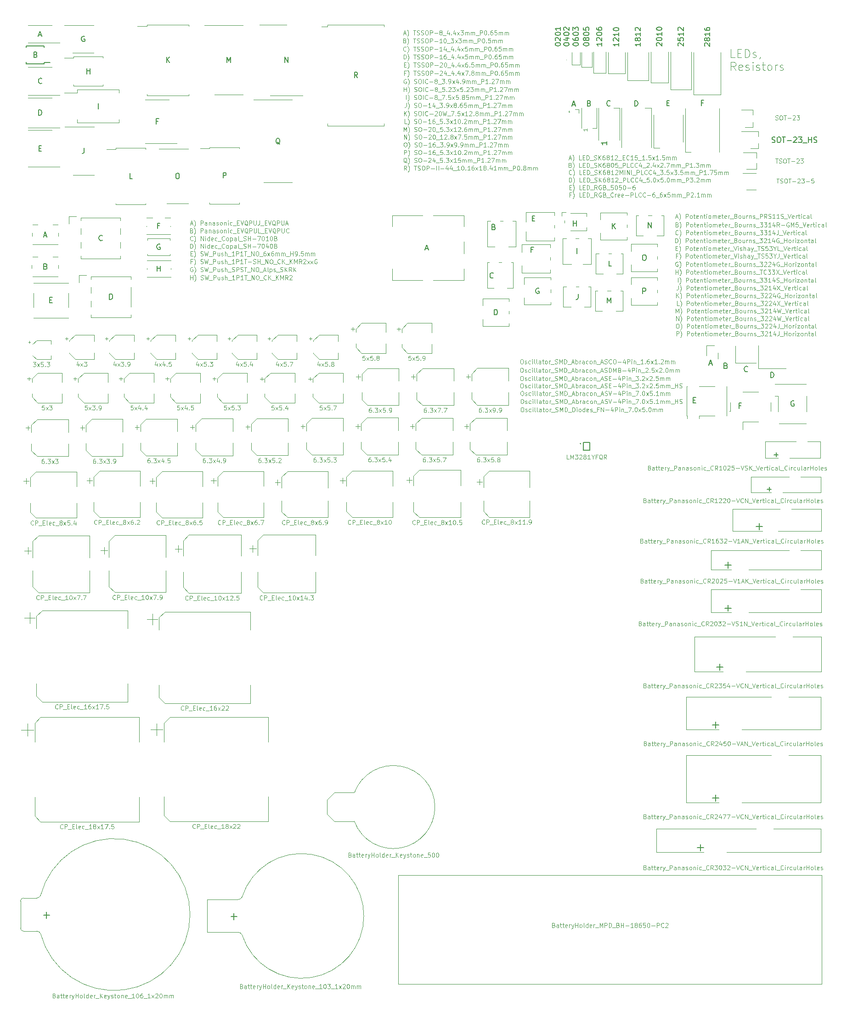
<source format=gbr>
%TF.GenerationSoftware,KiCad,Pcbnew,(5.1.10-1-10_14)*%
%TF.CreationDate,2021-10-26T13:01:21-04:00*%
%TF.ProjectId,SMD-board-panelize,534d442d-626f-4617-9264-2d70616e656c,rev?*%
%TF.SameCoordinates,Original*%
%TF.FileFunction,Legend,Top*%
%TF.FilePolarity,Positive*%
%FSLAX46Y46*%
G04 Gerber Fmt 4.6, Leading zero omitted, Abs format (unit mm)*
G04 Created by KiCad (PCBNEW (5.1.10-1-10_14)) date 2021-10-26 13:01:21*
%MOMM*%
%LPD*%
G01*
G04 APERTURE LIST*
%ADD10C,0.100000*%
%ADD11C,0.127000*%
%ADD12C,0.140000*%
%ADD13C,0.120000*%
%ADD14C,0.150000*%
%ADD15C,0.075000*%
G04 APERTURE END LIST*
D10*
X198206428Y147036428D02*
X197492142Y147036428D01*
X197492142Y148536428D01*
X198706428Y147822142D02*
X199206428Y147822142D01*
X199420714Y147036428D02*
X198706428Y147036428D01*
X198706428Y148536428D01*
X199420714Y148536428D01*
X200063571Y147036428D02*
X200063571Y148536428D01*
X200420714Y148536428D01*
X200635000Y148465000D01*
X200777857Y148322142D01*
X200849285Y148179285D01*
X200920714Y147893571D01*
X200920714Y147679285D01*
X200849285Y147393571D01*
X200777857Y147250714D01*
X200635000Y147107857D01*
X200420714Y147036428D01*
X200063571Y147036428D01*
X201492142Y147107857D02*
X201635000Y147036428D01*
X201920714Y147036428D01*
X202063571Y147107857D01*
X202135000Y147250714D01*
X202135000Y147322142D01*
X202063571Y147465000D01*
X201920714Y147536428D01*
X201706428Y147536428D01*
X201563571Y147607857D01*
X201492142Y147750714D01*
X201492142Y147822142D01*
X201563571Y147965000D01*
X201706428Y148036428D01*
X201920714Y148036428D01*
X202063571Y147965000D01*
X202849285Y147107857D02*
X202849285Y147036428D01*
X202777857Y146893571D01*
X202706428Y146822142D01*
X198349285Y144686428D02*
X197849285Y145400714D01*
X197492142Y144686428D02*
X197492142Y146186428D01*
X198063571Y146186428D01*
X198206428Y146115000D01*
X198277857Y146043571D01*
X198349285Y145900714D01*
X198349285Y145686428D01*
X198277857Y145543571D01*
X198206428Y145472142D01*
X198063571Y145400714D01*
X197492142Y145400714D01*
X199563571Y144757857D02*
X199420714Y144686428D01*
X199135000Y144686428D01*
X198992142Y144757857D01*
X198920714Y144900714D01*
X198920714Y145472142D01*
X198992142Y145615000D01*
X199135000Y145686428D01*
X199420714Y145686428D01*
X199563571Y145615000D01*
X199635000Y145472142D01*
X199635000Y145329285D01*
X198920714Y145186428D01*
X200206428Y144757857D02*
X200349285Y144686428D01*
X200635000Y144686428D01*
X200777857Y144757857D01*
X200849285Y144900714D01*
X200849285Y144972142D01*
X200777857Y145115000D01*
X200635000Y145186428D01*
X200420714Y145186428D01*
X200277857Y145257857D01*
X200206428Y145400714D01*
X200206428Y145472142D01*
X200277857Y145615000D01*
X200420714Y145686428D01*
X200635000Y145686428D01*
X200777857Y145615000D01*
X201492142Y144686428D02*
X201492142Y145686428D01*
X201492142Y146186428D02*
X201420714Y146115000D01*
X201492142Y146043571D01*
X201563571Y146115000D01*
X201492142Y146186428D01*
X201492142Y146043571D01*
X202135000Y144757857D02*
X202277857Y144686428D01*
X202563571Y144686428D01*
X202706428Y144757857D01*
X202777857Y144900714D01*
X202777857Y144972142D01*
X202706428Y145115000D01*
X202563571Y145186428D01*
X202349285Y145186428D01*
X202206428Y145257857D01*
X202135000Y145400714D01*
X202135000Y145472142D01*
X202206428Y145615000D01*
X202349285Y145686428D01*
X202563571Y145686428D01*
X202706428Y145615000D01*
X203206428Y145686428D02*
X203777857Y145686428D01*
X203420714Y146186428D02*
X203420714Y144900714D01*
X203492142Y144757857D01*
X203635000Y144686428D01*
X203777857Y144686428D01*
X204492142Y144686428D02*
X204349285Y144757857D01*
X204277857Y144829285D01*
X204206428Y144972142D01*
X204206428Y145400714D01*
X204277857Y145543571D01*
X204349285Y145615000D01*
X204492142Y145686428D01*
X204706428Y145686428D01*
X204849285Y145615000D01*
X204920714Y145543571D01*
X204992142Y145400714D01*
X204992142Y144972142D01*
X204920714Y144829285D01*
X204849285Y144757857D01*
X204706428Y144686428D01*
X204492142Y144686428D01*
X205635000Y144686428D02*
X205635000Y145686428D01*
X205635000Y145400714D02*
X205706428Y145543571D01*
X205777857Y145615000D01*
X205920714Y145686428D01*
X206063571Y145686428D01*
X206492142Y144757857D02*
X206635000Y144686428D01*
X206920714Y144686428D01*
X207063571Y144757857D01*
X207135000Y144900714D01*
X207135000Y144972142D01*
X207063571Y145115000D01*
X206920714Y145186428D01*
X206706428Y145186428D01*
X206563571Y145257857D01*
X206492142Y145400714D01*
X206492142Y145472142D01*
X206563571Y145615000D01*
X206706428Y145686428D01*
X206920714Y145686428D01*
X207063571Y145615000D01*
D11*
%TO.C,REF\u002A\u002A*%
X170260000Y74620000D02*
X170260000Y76090000D01*
X170260000Y76100000D02*
X171460000Y76100000D01*
X171460000Y76090000D02*
X171460000Y74620000D01*
X171460000Y74620000D02*
X170260000Y74620000D01*
D12*
X169830000Y75860000D02*
G75*
G03*
X169830000Y75860000I-70000J0D01*
G01*
D13*
X69530000Y-7872000D02*
X67080000Y-7872000D01*
X67080000Y-13972000D02*
X69530000Y-13972000D01*
X66530000Y-8422000D02*
X66530000Y-13422000D01*
X97779738Y-10906769D02*
G75*
G02*
X70230000Y-14442000I-13999738J-15231D01*
G01*
X97779738Y-10937231D02*
G75*
G03*
X70230000Y-7402000I-13999738J15231D01*
G01*
X70234769Y-14465485D02*
G75*
G03*
X69530000Y-13972000I-704769J-256515D01*
G01*
X70234769Y-7378515D02*
G75*
G02*
X69530000Y-7872000I-704769J256515D01*
G01*
X67080000Y-7872000D02*
G75*
G03*
X66530000Y-8422000I0J-550000D01*
G01*
X67080000Y-13972000D02*
G75*
G02*
X66530000Y-13422000I0J550000D01*
G01*
X190785000Y40246000D02*
X205660000Y40246000D01*
X190785000Y40246000D02*
X190785000Y33826000D01*
X190785000Y33826000D02*
X196010000Y33826000D01*
X200230000Y33826000D02*
X214111840Y33826000D01*
X208880000Y40246000D02*
X214105000Y40246000D01*
X214105000Y40246000D02*
X214105000Y33826000D01*
X201214000Y66846000D02*
X204934000Y66846000D01*
X207054000Y66846000D02*
X214029000Y66846000D01*
X214029000Y66846000D02*
X214029000Y69716000D01*
X201209000Y66846000D02*
X201209000Y69716000D01*
X201209000Y69716000D02*
X208184000Y69716000D01*
X210304000Y69716000D02*
X214029000Y69716000D01*
X193801000Y49018000D02*
X208246000Y49018000D01*
X210366000Y49018000D02*
X214121000Y49018000D01*
X214121000Y49018000D02*
X214121000Y44748000D01*
X193801000Y49018000D02*
X193801000Y44748000D01*
X193801000Y44748000D02*
X197526000Y44748000D01*
X200746000Y44748000D02*
X214121000Y44748000D01*
X211574000Y76266000D02*
X213999000Y76266000D01*
X203779000Y76266000D02*
X209454000Y76266000D01*
X203779000Y73196000D02*
X203779000Y76266000D01*
X213999000Y73196000D02*
X213999000Y76266000D01*
X208324000Y73196000D02*
X213999000Y73196000D01*
X203779000Y73196000D02*
X206204000Y73196000D01*
X183729000Y4872000D02*
X183729000Y552000D01*
X183729000Y552000D02*
X192454000Y552000D01*
X183729000Y4872000D02*
X202104000Y4872000D01*
X205324000Y4872000D02*
X214049000Y4872000D01*
X214049000Y4872000D02*
X214049000Y552000D01*
X196674000Y552000D02*
X214049000Y552000D01*
X128060000Y6240000D02*
X124410000Y6240000D01*
X124410000Y6240000D02*
X123060000Y7590000D01*
X123060000Y7590000D02*
X123060000Y10190000D01*
X123060000Y10190000D02*
X124410000Y11540000D01*
X124410000Y11540000D02*
X128060000Y11540000D01*
X128073232Y6253645D02*
G75*
G03*
X128060000Y11490000I7186768J2636355D01*
G01*
X197814000Y59734000D02*
X203294000Y59734000D01*
X206164000Y59734000D02*
X214134000Y59734000D01*
X214134000Y59734000D02*
X214134000Y63804000D01*
X197814000Y59734000D02*
X197814000Y63804000D01*
X197814000Y63804000D02*
X206534000Y63804000D01*
X208664000Y63804000D02*
X214134000Y63804000D01*
X193801000Y56192000D02*
X193801000Y52622000D01*
X193801000Y52622000D02*
X197526000Y52622000D01*
X193801000Y56192000D02*
X208246000Y56192000D01*
X210366000Y56192000D02*
X214121000Y56192000D01*
X214121000Y56192000D02*
X214121000Y52622000D01*
X200746000Y52622000D02*
X214121000Y52622000D01*
X208118000Y18416000D02*
X214093000Y18416000D01*
X214093000Y18416000D02*
X214093000Y9696000D01*
X199468000Y9696000D02*
X214093000Y9696000D01*
X189273000Y18416000D02*
X189273000Y9696000D01*
X189273000Y9696000D02*
X195248000Y9696000D01*
X189273000Y18416000D02*
X204898000Y18416000D01*
X189273000Y29178000D02*
X204898000Y29178000D01*
X189273000Y29178000D02*
X189273000Y23158000D01*
X189273000Y23158000D02*
X195248000Y23158000D01*
X199468000Y23158000D02*
X214093000Y23158000D01*
X208118000Y29178000D02*
X214093000Y29178000D01*
X214093000Y29178000D02*
X214093000Y23158000D01*
X136192000Y-23766000D02*
X136192000Y-3666000D01*
X214192000Y-23766000D02*
X136192000Y-23766000D01*
X214192000Y-3666000D02*
X214192000Y-23766000D01*
X136192000Y-3666000D02*
X214192000Y-3666000D01*
X100924000Y-8176000D02*
X106624000Y-8176000D01*
X100924000Y-14176000D02*
X100924000Y-8176000D01*
X100924000Y-14176000D02*
X106624000Y-14176000D01*
X129819671Y-11130719D02*
G75*
G02*
X107374000Y-14676000I-11495671J-45281D01*
G01*
X107375754Y-14702384D02*
G75*
G03*
X106624000Y-14176000I-751754J-273616D01*
G01*
X129819671Y-11221281D02*
G75*
G03*
X107374000Y-7676000I-11495671J45281D01*
G01*
X107375754Y-7649616D02*
G75*
G02*
X106624000Y-8176000I-751754J273616D01*
G01*
X89900000Y113660000D02*
X94040000Y113660000D01*
X94040000Y110820000D02*
X94040000Y110520000D01*
X94040000Y110520000D02*
X89900000Y110520000D01*
X89900000Y113360000D02*
X89900000Y113660000D01*
X89900000Y110520000D02*
X89900000Y110820000D01*
X94040000Y113660000D02*
X94040000Y113360000D01*
X94220000Y108040000D02*
X94220000Y108140000D01*
X89820000Y106540000D02*
X94220000Y106540000D01*
X94220000Y109640000D02*
X89820000Y109640000D01*
X89820000Y108040000D02*
X89820000Y108140000D01*
X89770000Y115910000D02*
X89770000Y116010000D01*
X94170000Y117510000D02*
X93120000Y117510000D01*
X89770000Y114410000D02*
X94170000Y114410000D01*
X94170000Y115910000D02*
X94170000Y116010000D01*
X90820000Y117510000D02*
X89770000Y117510000D01*
X128350000Y134465000D02*
X133540000Y134465000D01*
X133540000Y134465000D02*
X133540000Y134845000D01*
X128350000Y134465000D02*
X123160000Y134465000D01*
X123160000Y134465000D02*
X123160000Y134845000D01*
X128350000Y153095000D02*
X133540000Y153095000D01*
X133540000Y153095000D02*
X133540000Y152715000D01*
X128350000Y153095000D02*
X123160000Y153095000D01*
X123160000Y153095000D02*
X123160000Y152715000D01*
X123160000Y152715000D02*
X122000000Y152715000D01*
X200350000Y122670000D02*
X202110000Y122670000D01*
X202110000Y125740000D02*
X199680000Y125740000D01*
X202210000Y127540000D02*
X202210000Y126490000D01*
X202210000Y126490000D02*
X200360000Y126490000D01*
X202210000Y129540000D02*
X202210000Y128540000D01*
X202190000Y129550000D02*
X199760000Y129550000D01*
X202540000Y130250000D02*
X202540000Y131180000D01*
X202540000Y133410000D02*
X202540000Y132480000D01*
X202540000Y133410000D02*
X199380000Y133410000D01*
X202540000Y130250000D02*
X201080000Y130250000D01*
X201530000Y134210000D02*
X201530000Y135140000D01*
X201530000Y137370000D02*
X201530000Y136440000D01*
X201530000Y137370000D02*
X199370000Y137370000D01*
X201530000Y134210000D02*
X200070000Y134210000D01*
X206182000Y84662000D02*
X205622000Y84662000D01*
X206322000Y79582000D02*
X211322000Y79582000D01*
X206182000Y84662000D02*
X206182000Y81782000D01*
X211462000Y84662000D02*
X211462000Y81782000D01*
X205622000Y86862000D02*
X211322000Y86862000D01*
X199662000Y79942000D02*
X199662000Y78482000D01*
X202542000Y79942000D02*
X199662000Y79942000D01*
X199662000Y85422000D02*
X202542000Y85422000D01*
X204802000Y83482000D02*
X204802000Y81882000D01*
X197402000Y81882000D02*
X197402000Y83482000D01*
X197162000Y81882000D02*
X197402000Y81882000D01*
X191582000Y80982000D02*
X191582000Y80522000D01*
X194462000Y80982000D02*
X191582000Y80982000D01*
X189322000Y86462000D02*
X189382000Y86462000D01*
X189322000Y80982000D02*
X189322000Y86462000D01*
X189382000Y80982000D02*
X189322000Y80982000D01*
X189382000Y80522000D02*
X189382000Y80982000D01*
X191582000Y86462000D02*
X194462000Y86462000D01*
X196722000Y80982000D02*
X196662000Y80982000D01*
X196722000Y86462000D02*
X196722000Y80982000D01*
X196662000Y86462000D02*
X196722000Y86462000D01*
X202544000Y89685000D02*
X207644000Y89685000D01*
X202544000Y93935000D02*
X202544000Y89685000D01*
X198324000Y90755000D02*
X202124000Y90755000D01*
X198324000Y93905000D02*
X198324000Y90755000D01*
X195104000Y92600000D02*
X195104000Y91460000D01*
X192930000Y93956000D02*
X192930000Y92106000D01*
X194380000Y93956000D02*
X192930000Y93956000D01*
X68900000Y99040000D02*
X75360000Y99040000D01*
X68900000Y103570000D02*
X68900000Y100970000D01*
X68900000Y105500000D02*
X75360000Y105500000D01*
X75360000Y103570000D02*
X75360000Y100970000D01*
X68900000Y105470000D02*
X68900000Y105500000D01*
X68900000Y99040000D02*
X68900000Y99070000D01*
X75360000Y99040000D02*
X75360000Y99070000D01*
X75360000Y105500000D02*
X75360000Y105470000D01*
X69660000Y110320000D02*
X68735000Y110320000D01*
X73535000Y108195000D02*
X73535000Y108745000D01*
X68635000Y108195000D02*
X68635000Y108745000D01*
X73435000Y106620000D02*
X68735000Y106620000D01*
X73435000Y110320000D02*
X72510000Y110320000D01*
X77330000Y106930000D02*
X78700000Y106930000D01*
X77330000Y105560000D02*
X77330000Y106930000D01*
X86870000Y104750000D02*
X86870000Y101070000D01*
X79530000Y102210000D02*
X79530000Y101070000D01*
X79530000Y104750000D02*
X79530000Y103610000D01*
X86870000Y99140000D02*
X86870000Y99670000D01*
X79530000Y99140000D02*
X86870000Y99140000D01*
X79530000Y99670000D02*
X79530000Y99140000D01*
X86870000Y106680000D02*
X86870000Y106150000D01*
X79530000Y106680000D02*
X86870000Y106680000D01*
X79530000Y106150000D02*
X79530000Y106680000D01*
X75430000Y117750000D02*
X76800000Y117750000D01*
X75430000Y116380000D02*
X75430000Y117750000D01*
X84970000Y113030000D02*
X84970000Y111890000D01*
X84970000Y115570000D02*
X84970000Y114430000D01*
X77630000Y113030000D02*
X77630000Y111890000D01*
X77630000Y115570000D02*
X77630000Y114430000D01*
X84970000Y109960000D02*
X84970000Y110490000D01*
X77630000Y109960000D02*
X84970000Y109960000D01*
X77630000Y110490000D02*
X77630000Y109960000D01*
X84970000Y117500000D02*
X84970000Y116970000D01*
X77630000Y117500000D02*
X84970000Y117500000D01*
X77630000Y116970000D02*
X77630000Y117500000D01*
X69665000Y116250000D02*
X68740000Y116250000D01*
X73540000Y114125000D02*
X73540000Y114675000D01*
X68640000Y114125000D02*
X68640000Y114675000D01*
X73440000Y112550000D02*
X68740000Y112550000D01*
X73440000Y116250000D02*
X72515000Y116250000D01*
X164942000Y113830000D02*
X164942000Y113250000D01*
X164942000Y116130000D02*
X164942000Y115610000D01*
X164942000Y118490000D02*
X164942000Y117909000D01*
X159702000Y114980000D02*
X159702000Y113250000D01*
X159702000Y118490000D02*
X159702000Y116760000D01*
X159702000Y113250000D02*
X164942000Y113250000D01*
X159702000Y118490000D02*
X164942000Y118490000D01*
X164212000Y107900000D02*
X164212000Y107320000D01*
X164212000Y110200000D02*
X164212000Y109680000D01*
X164212000Y112560000D02*
X164212000Y111979000D01*
X158972000Y108700000D02*
X158972000Y107320000D01*
X158972000Y112560000D02*
X158972000Y111180000D01*
X158972000Y107320000D02*
X164212000Y107320000D01*
X158972000Y112560000D02*
X164212000Y112560000D01*
X166332000Y118550000D02*
X166332000Y117850000D01*
X167032000Y118550000D02*
X166332000Y118550000D01*
X170832000Y115150000D02*
X170832000Y115750000D01*
X167932000Y115150000D02*
X170832000Y115150000D01*
X170832000Y118350000D02*
X170832000Y117750000D01*
X167932000Y118350000D02*
X170832000Y118350000D01*
X166832000Y116950000D02*
X166832000Y116550000D01*
X148262000Y113080000D02*
X148262000Y110880000D01*
X148262000Y117950000D02*
X148262000Y115880000D01*
X135022000Y117950000D02*
X135022000Y115880000D01*
X148262000Y108080000D02*
X148262000Y106010000D01*
X135022000Y108080000D02*
X135022000Y106010000D01*
X142616000Y106010000D02*
X148262000Y106010000D01*
X135022000Y106010000D02*
X140669000Y106010000D01*
X142616000Y117950000D02*
X148262000Y117950000D01*
X135022000Y117950000D02*
X140669000Y117950000D01*
X171737000Y113690000D02*
X171737000Y108950000D01*
X166487000Y113690000D02*
X166487000Y108950000D01*
X170152000Y108950000D02*
X171737000Y108950000D01*
X166487000Y108950000D02*
X168072000Y108950000D01*
X168802000Y113690000D02*
X169422000Y113690000D01*
X166487000Y113690000D02*
X167122000Y113690000D01*
X171102000Y113690000D02*
X171737000Y113690000D01*
X157822000Y116910000D02*
X157822000Y112170000D01*
X152582000Y116910000D02*
X152582000Y112170000D01*
X156442000Y112170000D02*
X157822000Y112170000D01*
X152582000Y112170000D02*
X153962000Y112170000D01*
X154938000Y116910000D02*
X155467000Y116910000D01*
X152582000Y116910000D02*
X153158000Y116910000D01*
X157247000Y116910000D02*
X157822000Y116910000D01*
X157352000Y109270000D02*
X157352000Y104530000D01*
X152612000Y109270000D02*
X152612000Y104530000D01*
X156222000Y104530000D02*
X157352000Y104530000D01*
X152612000Y104530000D02*
X153742000Y104530000D01*
X154723000Y109270000D02*
X155242000Y109270000D01*
X152612000Y109270000D02*
X152943000Y109270000D01*
X157022000Y109270000D02*
X157352000Y109270000D01*
X173452000Y118080000D02*
X173452000Y117180000D01*
X173452000Y118080000D02*
X173452000Y117180000D01*
X173452000Y118080000D02*
X173452000Y118080000D01*
X178292000Y113900000D02*
X178292000Y113420000D01*
X178292000Y116200000D02*
X178292000Y115680000D01*
X178292000Y118460000D02*
X178292000Y117980000D01*
X173452000Y114700000D02*
X173452000Y113420000D01*
X173452000Y118460000D02*
X173452000Y117180000D01*
X173452000Y113420000D02*
X178292000Y113420000D01*
X173452000Y118460000D02*
X178292000Y118460000D01*
X177582000Y110890000D02*
X177582000Y107150000D01*
X172542000Y110890000D02*
X172542000Y107150000D01*
X176402000Y107150000D02*
X177582000Y107150000D01*
X172542000Y107150000D02*
X173922000Y107150000D01*
X174902000Y110890000D02*
X175422000Y110890000D01*
X172542000Y110890000D02*
X173123000Y110890000D01*
X177202000Y110890000D02*
X177582000Y110890000D01*
X185072000Y117900000D02*
X185072000Y114160000D01*
X180032000Y117900000D02*
X180032000Y114160000D01*
X183792000Y114160000D02*
X185072000Y114160000D01*
X180032000Y114160000D02*
X181312000Y114160000D01*
X182192000Y117900000D02*
X182912000Y117900000D01*
X180032000Y117900000D02*
X180412000Y117900000D01*
X184692000Y117900000D02*
X185072000Y117900000D01*
X179092000Y112250000D02*
X179092000Y111350000D01*
X179092000Y112250000D02*
X179092000Y111350000D01*
X179092000Y112250000D02*
X179092000Y112250000D01*
X183932000Y108070000D02*
X183932000Y107590000D01*
X183932000Y110370000D02*
X183932000Y109850000D01*
X183932000Y112630000D02*
X183932000Y112150000D01*
X179092000Y108870000D02*
X179092000Y107590000D01*
X179092000Y112630000D02*
X179092000Y111350000D01*
X179092000Y107590000D02*
X183932000Y107590000D01*
X179092000Y112630000D02*
X183932000Y112630000D01*
X159392000Y106130000D02*
X159392000Y105230000D01*
X159392000Y106130000D02*
X159392000Y105230000D01*
X159392000Y106130000D02*
X159392000Y106130000D01*
X164232000Y101950000D02*
X164232000Y101470000D01*
X164232000Y104250000D02*
X164232000Y103730000D01*
X164232000Y106510000D02*
X164232000Y106030000D01*
X159392000Y102750000D02*
X159392000Y101470000D01*
X159392000Y106510000D02*
X159392000Y105230000D01*
X159392000Y101470000D02*
X164232000Y101470000D01*
X159392000Y106510000D02*
X164232000Y106510000D01*
X171622000Y104780000D02*
X171622000Y101040000D01*
X166582000Y104780000D02*
X166582000Y101040000D01*
X170442000Y101040000D02*
X171622000Y101040000D01*
X166582000Y101040000D02*
X167962000Y101040000D01*
X168942000Y104780000D02*
X169462000Y104780000D01*
X166582000Y104780000D02*
X167163000Y104780000D01*
X171242000Y104780000D02*
X171622000Y104780000D01*
X177552000Y104060000D02*
X177552000Y100320000D01*
X172512000Y104060000D02*
X172512000Y100320000D01*
X176272000Y100320000D02*
X177552000Y100320000D01*
X172512000Y100320000D02*
X173792000Y100320000D01*
X174672000Y104060000D02*
X175392000Y104060000D01*
X172512000Y104060000D02*
X172892000Y104060000D01*
X177172000Y104060000D02*
X177552000Y104060000D01*
X179072000Y106100000D02*
X179072000Y105200000D01*
X179072000Y106100000D02*
X179072000Y105200000D01*
X179072000Y106100000D02*
X179072000Y106100000D01*
X183912000Y101920000D02*
X183912000Y101440000D01*
X183912000Y104220000D02*
X183912000Y103700000D01*
X183912000Y106480000D02*
X183912000Y106000000D01*
X179072000Y102720000D02*
X179072000Y101440000D01*
X179072000Y106480000D02*
X179072000Y105200000D01*
X179072000Y101440000D02*
X183912000Y101440000D01*
X179072000Y106480000D02*
X183912000Y106480000D01*
X151722000Y102190000D02*
X151722000Y101290000D01*
X151722000Y102190000D02*
X151722000Y101290000D01*
X151722000Y102190000D02*
X151722000Y102190000D01*
X156562000Y98010000D02*
X156562000Y97530000D01*
X156562000Y100310000D02*
X156562000Y99790000D01*
X156562000Y102570000D02*
X156562000Y102090000D01*
X151722000Y98810000D02*
X151722000Y97530000D01*
X151722000Y102570000D02*
X151722000Y101290000D01*
X151722000Y97530000D02*
X156562000Y97530000D01*
X151722000Y102570000D02*
X156562000Y102570000D01*
X91635000Y24285000D02*
X91635000Y22035000D01*
X90510000Y23160000D02*
X92760000Y23160000D01*
X93000000Y7304437D02*
X94064437Y6240000D01*
X93000000Y24395563D02*
X94064437Y25460000D01*
X93000000Y24395563D02*
X93000000Y20910000D01*
X93000000Y7304437D02*
X93000000Y10790000D01*
X94064437Y6240000D02*
X112220000Y6240000D01*
X94064437Y25460000D02*
X112220000Y25460000D01*
X112220000Y25460000D02*
X112220000Y20910000D01*
X112220000Y6240000D02*
X112220000Y10790000D01*
X67805000Y24245000D02*
X67805000Y21995000D01*
X66680000Y23120000D02*
X68930000Y23120000D01*
X69170000Y7264437D02*
X70234437Y6200000D01*
X69170000Y24355563D02*
X70234437Y25420000D01*
X69170000Y24355563D02*
X69170000Y20870000D01*
X69170000Y7264437D02*
X69170000Y10750000D01*
X70234437Y6200000D02*
X88390000Y6200000D01*
X70234437Y25420000D02*
X88390000Y25420000D01*
X88390000Y25420000D02*
X88390000Y20870000D01*
X88390000Y6200000D02*
X88390000Y10750000D01*
X90822000Y44512000D02*
X90822000Y42512000D01*
X89822000Y43512000D02*
X91822000Y43512000D01*
X92062000Y29106437D02*
X93126437Y28042000D01*
X92062000Y43797563D02*
X93126437Y44862000D01*
X92062000Y43797563D02*
X92062000Y41512000D01*
X92062000Y29106437D02*
X92062000Y31392000D01*
X93126437Y28042000D02*
X108882000Y28042000D01*
X93126437Y44862000D02*
X108882000Y44862000D01*
X108882000Y44862000D02*
X108882000Y41512000D01*
X108882000Y28042000D02*
X108882000Y31392000D01*
X68216000Y44766000D02*
X68216000Y42766000D01*
X67216000Y43766000D02*
X69216000Y43766000D01*
X69456000Y29360437D02*
X70520437Y28296000D01*
X69456000Y44051563D02*
X70520437Y45116000D01*
X69456000Y44051563D02*
X69456000Y41766000D01*
X69456000Y29360437D02*
X69456000Y31646000D01*
X70520437Y28296000D02*
X86276000Y28296000D01*
X70520437Y45116000D02*
X86276000Y45116000D01*
X86276000Y45116000D02*
X86276000Y41766000D01*
X86276000Y28296000D02*
X86276000Y31646000D01*
X109345000Y57125000D02*
X109345000Y55875000D01*
X108720000Y56500000D02*
X109970000Y56500000D01*
X110210000Y49444437D02*
X111274437Y48380000D01*
X110210000Y58035563D02*
X111274437Y59100000D01*
X110210000Y58035563D02*
X110210000Y55250000D01*
X110210000Y49444437D02*
X110210000Y52230000D01*
X111274437Y48380000D02*
X120930000Y48380000D01*
X111274437Y59100000D02*
X120930000Y59100000D01*
X120930000Y59100000D02*
X120930000Y55250000D01*
X120930000Y48380000D02*
X120930000Y52230000D01*
X95629000Y57095000D02*
X95629000Y55845000D01*
X95004000Y56470000D02*
X96254000Y56470000D01*
X96494000Y49414437D02*
X97558437Y48350000D01*
X96494000Y58005563D02*
X97558437Y59070000D01*
X96494000Y58005563D02*
X96494000Y55220000D01*
X96494000Y49414437D02*
X96494000Y52200000D01*
X97558437Y48350000D02*
X107214000Y48350000D01*
X97558437Y59070000D02*
X107214000Y59070000D01*
X107214000Y59070000D02*
X107214000Y55220000D01*
X107214000Y48350000D02*
X107214000Y52200000D01*
X81957000Y56805000D02*
X81957000Y55555000D01*
X81332000Y56180000D02*
X82582000Y56180000D01*
X82822000Y49524437D02*
X83886437Y48460000D01*
X82822000Y57915563D02*
X83886437Y58980000D01*
X82822000Y57915563D02*
X82822000Y54930000D01*
X82822000Y49524437D02*
X82822000Y52510000D01*
X83886437Y48460000D02*
X93342000Y48460000D01*
X83886437Y58980000D02*
X93342000Y58980000D01*
X93342000Y58980000D02*
X93342000Y54930000D01*
X93342000Y48460000D02*
X93342000Y52510000D01*
X67905000Y56755000D02*
X67905000Y55505000D01*
X67280000Y56130000D02*
X68530000Y56130000D01*
X68770000Y49474437D02*
X69834437Y48410000D01*
X68770000Y57865563D02*
X69834437Y58930000D01*
X68770000Y57865563D02*
X68770000Y54880000D01*
X68770000Y49474437D02*
X68770000Y52460000D01*
X69834437Y48410000D02*
X79290000Y48410000D01*
X69834437Y58930000D02*
X79290000Y58930000D01*
X79290000Y58930000D02*
X79290000Y54880000D01*
X79290000Y48410000D02*
X79290000Y52460000D01*
X151140000Y69300000D02*
X151140000Y68300000D01*
X150640000Y68800000D02*
X151640000Y68800000D01*
X151880000Y63394437D02*
X152944437Y62330000D01*
X151880000Y69785563D02*
X152944437Y70850000D01*
X151880000Y69785563D02*
X151880000Y67800000D01*
X151880000Y63394437D02*
X151880000Y65380000D01*
X152944437Y62330000D02*
X160400000Y62330000D01*
X152944437Y70850000D02*
X160400000Y70850000D01*
X160400000Y70850000D02*
X160400000Y67800000D01*
X160400000Y62330000D02*
X160400000Y65380000D01*
X138220000Y69640000D02*
X138220000Y68640000D01*
X137720000Y69140000D02*
X138720000Y69140000D01*
X138960000Y63334437D02*
X140024437Y62270000D01*
X138960000Y69925563D02*
X140024437Y70990000D01*
X138960000Y69925563D02*
X138960000Y68140000D01*
X138960000Y63334437D02*
X138960000Y65120000D01*
X140024437Y62270000D02*
X147680000Y62270000D01*
X140024437Y70990000D02*
X147680000Y70990000D01*
X147680000Y70990000D02*
X147680000Y68140000D01*
X147680000Y62270000D02*
X147680000Y65120000D01*
X125880000Y69570000D02*
X125880000Y68570000D01*
X125380000Y69070000D02*
X126380000Y69070000D01*
X126620000Y63364437D02*
X127684437Y62300000D01*
X126620000Y69755563D02*
X127684437Y70820000D01*
X126620000Y69755563D02*
X126620000Y68070000D01*
X126620000Y63364437D02*
X126620000Y65050000D01*
X127684437Y62300000D02*
X135140000Y62300000D01*
X127684437Y70820000D02*
X135140000Y70820000D01*
X135140000Y70820000D02*
X135140000Y68070000D01*
X135140000Y62300000D02*
X135140000Y65050000D01*
X113930000Y69230000D02*
X113930000Y68230000D01*
X113430000Y68730000D02*
X114430000Y68730000D01*
X114670000Y63324437D02*
X115734437Y62260000D01*
X114670000Y69715563D02*
X115734437Y70780000D01*
X114670000Y69715563D02*
X114670000Y67730000D01*
X114670000Y63324437D02*
X114670000Y65310000D01*
X115734437Y62260000D02*
X123190000Y62260000D01*
X115734437Y70780000D02*
X123190000Y70780000D01*
X123190000Y70780000D02*
X123190000Y67730000D01*
X123190000Y62260000D02*
X123190000Y65310000D01*
X102110000Y69530000D02*
X102110000Y68530000D01*
X101610000Y69030000D02*
X102610000Y69030000D01*
X102850000Y63324437D02*
X103914437Y62260000D01*
X102850000Y69715563D02*
X103914437Y70780000D01*
X102850000Y69715563D02*
X102850000Y68030000D01*
X102850000Y63324437D02*
X102850000Y65010000D01*
X103914437Y62260000D02*
X111370000Y62260000D01*
X103914437Y70780000D02*
X111370000Y70780000D01*
X111370000Y70780000D02*
X111370000Y68030000D01*
X111370000Y62260000D02*
X111370000Y65010000D01*
X90820000Y69490000D02*
X90820000Y68490000D01*
X90320000Y68990000D02*
X91320000Y68990000D01*
X91560000Y63284437D02*
X92624437Y62220000D01*
X91560000Y69675563D02*
X92624437Y70740000D01*
X91560000Y69675563D02*
X91560000Y67990000D01*
X91560000Y63284437D02*
X91560000Y64970000D01*
X92624437Y62220000D02*
X100080000Y62220000D01*
X92624437Y70740000D02*
X100080000Y70740000D01*
X100080000Y70740000D02*
X100080000Y67990000D01*
X100080000Y62220000D02*
X100080000Y64970000D01*
X79288000Y69564000D02*
X79288000Y68564000D01*
X78788000Y69064000D02*
X79788000Y69064000D01*
X80028000Y63358437D02*
X81092437Y62294000D01*
X80028000Y69749563D02*
X81092437Y70814000D01*
X80028000Y69749563D02*
X80028000Y68064000D01*
X80028000Y63358437D02*
X80028000Y65044000D01*
X81092437Y62294000D02*
X88548000Y62294000D01*
X81092437Y70814000D02*
X88548000Y70814000D01*
X88548000Y70814000D02*
X88548000Y68064000D01*
X88548000Y62294000D02*
X88548000Y65044000D01*
X67590000Y69450000D02*
X67590000Y68450000D01*
X67090000Y68950000D02*
X68090000Y68950000D01*
X68330000Y63244437D02*
X69394437Y62180000D01*
X68330000Y69635563D02*
X69394437Y70700000D01*
X68330000Y69635563D02*
X68330000Y67950000D01*
X68330000Y63244437D02*
X68330000Y64930000D01*
X69394437Y62180000D02*
X76850000Y62180000D01*
X69394437Y70700000D02*
X76850000Y70700000D01*
X76850000Y70700000D02*
X76850000Y67950000D01*
X76850000Y62180000D02*
X76850000Y64930000D01*
X149054250Y88615250D02*
X149054250Y87827750D01*
X148660500Y88221500D02*
X149448000Y88221500D01*
X149688000Y84028437D02*
X150752437Y82964000D01*
X149688000Y88719563D02*
X150752437Y89784000D01*
X149688000Y88719563D02*
X149688000Y87434000D01*
X149688000Y84028437D02*
X149688000Y85314000D01*
X150752437Y82964000D02*
X156508000Y82964000D01*
X150752437Y89784000D02*
X156508000Y89784000D01*
X156508000Y89784000D02*
X156508000Y87434000D01*
X156508000Y82964000D02*
X156508000Y85314000D01*
X138934250Y88595250D02*
X138934250Y87807750D01*
X138540500Y88201500D02*
X139328000Y88201500D01*
X139568000Y84008437D02*
X140632437Y82944000D01*
X139568000Y88699563D02*
X140632437Y89764000D01*
X139568000Y88699563D02*
X139568000Y87414000D01*
X139568000Y84008437D02*
X139568000Y85294000D01*
X140632437Y82944000D02*
X146388000Y82944000D01*
X140632437Y89764000D02*
X146388000Y89764000D01*
X146388000Y89764000D02*
X146388000Y87414000D01*
X146388000Y82944000D02*
X146388000Y85294000D01*
X128804250Y88595250D02*
X128804250Y87807750D01*
X128410500Y88201500D02*
X129198000Y88201500D01*
X129438000Y84008437D02*
X130502437Y82944000D01*
X129438000Y88699563D02*
X130502437Y89764000D01*
X129438000Y88699563D02*
X129438000Y87414000D01*
X129438000Y84008437D02*
X129438000Y85294000D01*
X130502437Y82944000D02*
X136258000Y82944000D01*
X130502437Y89764000D02*
X136258000Y89764000D01*
X136258000Y89764000D02*
X136258000Y87414000D01*
X136258000Y82944000D02*
X136258000Y85294000D01*
X148756250Y79451250D02*
X148756250Y78663750D01*
X148362500Y79057500D02*
X149150000Y79057500D01*
X149390000Y74864437D02*
X150454437Y73800000D01*
X149390000Y79555563D02*
X150454437Y80620000D01*
X149390000Y79555563D02*
X149390000Y78270000D01*
X149390000Y74864437D02*
X149390000Y76150000D01*
X150454437Y73800000D02*
X156210000Y73800000D01*
X150454437Y80620000D02*
X156210000Y80620000D01*
X156210000Y80620000D02*
X156210000Y78270000D01*
X156210000Y73800000D02*
X156210000Y76150000D01*
X138766250Y79451250D02*
X138766250Y78663750D01*
X138372500Y79057500D02*
X139160000Y79057500D01*
X139400000Y74864437D02*
X140464437Y73800000D01*
X139400000Y79555563D02*
X140464437Y80620000D01*
X139400000Y79555563D02*
X139400000Y78270000D01*
X139400000Y74864437D02*
X139400000Y76150000D01*
X140464437Y73800000D02*
X146220000Y73800000D01*
X140464437Y80620000D02*
X146220000Y80620000D01*
X146220000Y80620000D02*
X146220000Y78270000D01*
X146220000Y73800000D02*
X146220000Y76150000D01*
X128706250Y79461250D02*
X128706250Y78673750D01*
X128312500Y79067500D02*
X129100000Y79067500D01*
X129340000Y74874437D02*
X130404437Y73810000D01*
X129340000Y79565563D02*
X130404437Y80630000D01*
X129340000Y79565563D02*
X129340000Y78280000D01*
X129340000Y74874437D02*
X129340000Y76160000D01*
X130404437Y73810000D02*
X136160000Y73810000D01*
X130404437Y80630000D02*
X136160000Y80630000D01*
X136160000Y80630000D02*
X136160000Y78280000D01*
X136160000Y73810000D02*
X136160000Y76160000D01*
X118576250Y79421250D02*
X118576250Y78633750D01*
X118182500Y79027500D02*
X118970000Y79027500D01*
X119210000Y74834437D02*
X120274437Y73770000D01*
X119210000Y79525563D02*
X120274437Y80590000D01*
X119210000Y79525563D02*
X119210000Y78240000D01*
X119210000Y74834437D02*
X119210000Y76120000D01*
X120274437Y73770000D02*
X126030000Y73770000D01*
X120274437Y80590000D02*
X126030000Y80590000D01*
X126030000Y80590000D02*
X126030000Y78240000D01*
X126030000Y73770000D02*
X126030000Y76120000D01*
X108416250Y79341250D02*
X108416250Y78553750D01*
X108022500Y78947500D02*
X108810000Y78947500D01*
X109050000Y74754437D02*
X110114437Y73690000D01*
X109050000Y79445563D02*
X110114437Y80510000D01*
X109050000Y79445563D02*
X109050000Y78160000D01*
X109050000Y74754437D02*
X109050000Y76040000D01*
X110114437Y73690000D02*
X115870000Y73690000D01*
X110114437Y80510000D02*
X115870000Y80510000D01*
X115870000Y80510000D02*
X115870000Y78160000D01*
X115870000Y73690000D02*
X115870000Y76040000D01*
X98196250Y79319250D02*
X98196250Y78531750D01*
X97802500Y78925500D02*
X98590000Y78925500D01*
X98830000Y74732437D02*
X99894437Y73668000D01*
X98830000Y79423563D02*
X99894437Y80488000D01*
X98830000Y79423563D02*
X98830000Y78138000D01*
X98830000Y74732437D02*
X98830000Y76018000D01*
X99894437Y73668000D02*
X105650000Y73668000D01*
X99894437Y80488000D02*
X105650000Y80488000D01*
X105650000Y80488000D02*
X105650000Y78138000D01*
X105650000Y73668000D02*
X105650000Y76018000D01*
X87996250Y79281250D02*
X87996250Y78493750D01*
X87602500Y78887500D02*
X88390000Y78887500D01*
X88630000Y74694437D02*
X89694437Y73630000D01*
X88630000Y79385563D02*
X89694437Y80450000D01*
X88630000Y79385563D02*
X88630000Y78100000D01*
X88630000Y74694437D02*
X88630000Y75980000D01*
X89694437Y73630000D02*
X95450000Y73630000D01*
X89694437Y80450000D02*
X95450000Y80450000D01*
X95450000Y80450000D02*
X95450000Y78100000D01*
X95450000Y73630000D02*
X95450000Y75980000D01*
X77946250Y79201250D02*
X77946250Y78413750D01*
X77552500Y78807500D02*
X78340000Y78807500D01*
X78580000Y74614437D02*
X79644437Y73550000D01*
X78580000Y79305563D02*
X79644437Y80370000D01*
X78580000Y79305563D02*
X78580000Y78020000D01*
X78580000Y74614437D02*
X78580000Y75900000D01*
X79644437Y73550000D02*
X85400000Y73550000D01*
X79644437Y80370000D02*
X85400000Y80370000D01*
X85400000Y80370000D02*
X85400000Y78020000D01*
X85400000Y73550000D02*
X85400000Y75900000D01*
X67896250Y79171250D02*
X67896250Y78383750D01*
X67502500Y78777500D02*
X68290000Y78777500D01*
X68530000Y74584437D02*
X69594437Y73520000D01*
X68530000Y79275563D02*
X69594437Y80340000D01*
X68530000Y79275563D02*
X68530000Y77990000D01*
X68530000Y74584437D02*
X68530000Y75870000D01*
X69594437Y73520000D02*
X75350000Y73520000D01*
X69594437Y80340000D02*
X75350000Y80340000D01*
X75350000Y80340000D02*
X75350000Y77990000D01*
X75350000Y73520000D02*
X75350000Y75870000D01*
X136255500Y97301500D02*
X136255500Y96676500D01*
X135943000Y96989000D02*
X136568000Y96989000D01*
X136808000Y93608437D02*
X137872437Y92544000D01*
X136808000Y96999563D02*
X137872437Y98064000D01*
X136808000Y96999563D02*
X136808000Y96364000D01*
X136808000Y93608437D02*
X136808000Y94244000D01*
X137872437Y92544000D02*
X142328000Y92544000D01*
X137872437Y98064000D02*
X142328000Y98064000D01*
X142328000Y98064000D02*
X142328000Y96364000D01*
X142328000Y92544000D02*
X142328000Y94244000D01*
X127785500Y97311500D02*
X127785500Y96686500D01*
X127473000Y96999000D02*
X128098000Y96999000D01*
X128338000Y93618437D02*
X129402437Y92554000D01*
X128338000Y97009563D02*
X129402437Y98074000D01*
X128338000Y97009563D02*
X128338000Y96374000D01*
X128338000Y93618437D02*
X128338000Y94254000D01*
X129402437Y92554000D02*
X133858000Y92554000D01*
X129402437Y98074000D02*
X133858000Y98074000D01*
X133858000Y98074000D02*
X133858000Y96374000D01*
X133858000Y92554000D02*
X133858000Y94254000D01*
X119889500Y88127500D02*
X119889500Y87502500D01*
X119577000Y87815000D02*
X120202000Y87815000D01*
X120442000Y84434437D02*
X121506437Y83370000D01*
X120442000Y87825563D02*
X121506437Y88890000D01*
X120442000Y87825563D02*
X120442000Y87190000D01*
X120442000Y84434437D02*
X120442000Y85070000D01*
X121506437Y83370000D02*
X125962000Y83370000D01*
X121506437Y88890000D02*
X125962000Y88890000D01*
X125962000Y88890000D02*
X125962000Y87190000D01*
X125962000Y83370000D02*
X125962000Y85070000D01*
X110999500Y88127500D02*
X110999500Y87502500D01*
X110687000Y87815000D02*
X111312000Y87815000D01*
X111552000Y84434437D02*
X112616437Y83370000D01*
X111552000Y87825563D02*
X112616437Y88890000D01*
X111552000Y87825563D02*
X111552000Y87190000D01*
X111552000Y84434437D02*
X111552000Y85070000D01*
X112616437Y83370000D02*
X117072000Y83370000D01*
X112616437Y88890000D02*
X117072000Y88890000D01*
X117072000Y88890000D02*
X117072000Y87190000D01*
X117072000Y83370000D02*
X117072000Y85070000D01*
X102225500Y88147500D02*
X102225500Y87522500D01*
X101913000Y87835000D02*
X102538000Y87835000D01*
X102778000Y84454437D02*
X103842437Y83390000D01*
X102778000Y87845563D02*
X103842437Y88910000D01*
X102778000Y87845563D02*
X102778000Y87210000D01*
X102778000Y84454437D02*
X102778000Y85090000D01*
X103842437Y83390000D02*
X108298000Y83390000D01*
X103842437Y88910000D02*
X108298000Y88910000D01*
X108298000Y88910000D02*
X108298000Y87210000D01*
X108298000Y83390000D02*
X108298000Y85090000D01*
X93585500Y88147500D02*
X93585500Y87522500D01*
X93273000Y87835000D02*
X93898000Y87835000D01*
X94138000Y84454437D02*
X95202437Y83390000D01*
X94138000Y87845563D02*
X95202437Y88910000D01*
X94138000Y87845563D02*
X94138000Y87210000D01*
X94138000Y84454437D02*
X94138000Y85090000D01*
X95202437Y83390000D02*
X99658000Y83390000D01*
X95202437Y88910000D02*
X99658000Y88910000D01*
X99658000Y88910000D02*
X99658000Y87210000D01*
X99658000Y83390000D02*
X99658000Y85090000D01*
X85035500Y88147500D02*
X85035500Y87522500D01*
X84723000Y87835000D02*
X85348000Y87835000D01*
X85588000Y84454437D02*
X86652437Y83390000D01*
X85588000Y87845563D02*
X86652437Y88910000D01*
X85588000Y87845563D02*
X85588000Y87210000D01*
X85588000Y84454437D02*
X85588000Y85090000D01*
X86652437Y83390000D02*
X91108000Y83390000D01*
X86652437Y88910000D02*
X91108000Y88910000D01*
X91108000Y88910000D02*
X91108000Y87210000D01*
X91108000Y83390000D02*
X91108000Y85090000D01*
X76589500Y88147500D02*
X76589500Y87522500D01*
X76277000Y87835000D02*
X76902000Y87835000D01*
X77142000Y84454437D02*
X78206437Y83390000D01*
X77142000Y87845563D02*
X78206437Y88910000D01*
X77142000Y87845563D02*
X77142000Y87210000D01*
X77142000Y84454437D02*
X77142000Y85090000D01*
X78206437Y83390000D02*
X82662000Y83390000D01*
X78206437Y88910000D02*
X82662000Y88910000D01*
X82662000Y88910000D02*
X82662000Y87210000D01*
X82662000Y83390000D02*
X82662000Y85090000D01*
X68099500Y88147500D02*
X68099500Y87522500D01*
X67787000Y87835000D02*
X68412000Y87835000D01*
X68652000Y84454437D02*
X69716437Y83390000D01*
X68652000Y87845563D02*
X69716437Y88910000D01*
X68652000Y87845563D02*
X68652000Y87210000D01*
X68652000Y84454437D02*
X68652000Y85090000D01*
X69716437Y83390000D02*
X74172000Y83390000D01*
X69716437Y88910000D02*
X74172000Y88910000D01*
X74172000Y88910000D02*
X74172000Y87210000D01*
X74172000Y83390000D02*
X74172000Y85090000D01*
X120020000Y95492000D02*
X120020000Y94992000D01*
X119770000Y95242000D02*
X120270000Y95242000D01*
X120510000Y92486437D02*
X121574437Y91422000D01*
X120510000Y94877563D02*
X121574437Y95942000D01*
X120510000Y94877563D02*
X120510000Y94742000D01*
X120510000Y92486437D02*
X120510000Y92622000D01*
X121574437Y91422000D02*
X125030000Y91422000D01*
X121574437Y95942000D02*
X125030000Y95942000D01*
X125030000Y95942000D02*
X125030000Y94742000D01*
X125030000Y91422000D02*
X125030000Y92622000D01*
X112400000Y95492000D02*
X112400000Y94992000D01*
X112150000Y95242000D02*
X112650000Y95242000D01*
X112890000Y92486437D02*
X113954437Y91422000D01*
X112890000Y94877563D02*
X113954437Y95942000D01*
X112890000Y94877563D02*
X112890000Y94742000D01*
X112890000Y92486437D02*
X112890000Y92622000D01*
X113954437Y91422000D02*
X117410000Y91422000D01*
X113954437Y95942000D02*
X117410000Y95942000D01*
X117410000Y95942000D02*
X117410000Y94742000D01*
X117410000Y91422000D02*
X117410000Y92622000D01*
X105034000Y95492000D02*
X105034000Y94992000D01*
X104784000Y95242000D02*
X105284000Y95242000D01*
X105524000Y92486437D02*
X106588437Y91422000D01*
X105524000Y94877563D02*
X106588437Y95942000D01*
X105524000Y94877563D02*
X105524000Y94742000D01*
X105524000Y92486437D02*
X105524000Y92622000D01*
X106588437Y91422000D02*
X110044000Y91422000D01*
X106588437Y95942000D02*
X110044000Y95942000D01*
X110044000Y95942000D02*
X110044000Y94742000D01*
X110044000Y91422000D02*
X110044000Y92622000D01*
X97668000Y95492000D02*
X97668000Y94992000D01*
X97418000Y95242000D02*
X97918000Y95242000D01*
X98158000Y92486437D02*
X99222437Y91422000D01*
X98158000Y94877563D02*
X99222437Y95942000D01*
X98158000Y94877563D02*
X98158000Y94742000D01*
X98158000Y92486437D02*
X98158000Y92622000D01*
X99222437Y91422000D02*
X102678000Y91422000D01*
X99222437Y95942000D02*
X102678000Y95942000D01*
X102678000Y95942000D02*
X102678000Y94742000D01*
X102678000Y91422000D02*
X102678000Y92622000D01*
X90048000Y95492000D02*
X90048000Y94992000D01*
X89798000Y95242000D02*
X90298000Y95242000D01*
X90538000Y92486437D02*
X91602437Y91422000D01*
X90538000Y94877563D02*
X91602437Y95942000D01*
X90538000Y94877563D02*
X90538000Y94742000D01*
X90538000Y92486437D02*
X90538000Y92622000D01*
X91602437Y91422000D02*
X95058000Y91422000D01*
X91602437Y95942000D02*
X95058000Y95942000D01*
X95058000Y95942000D02*
X95058000Y94742000D01*
X95058000Y91422000D02*
X95058000Y92622000D01*
X82428000Y95492000D02*
X82428000Y94992000D01*
X82178000Y95242000D02*
X82678000Y95242000D01*
X82918000Y92486437D02*
X83982437Y91422000D01*
X82918000Y94877563D02*
X83982437Y95942000D01*
X82918000Y94877563D02*
X82918000Y94742000D01*
X82918000Y92486437D02*
X82918000Y92622000D01*
X83982437Y91422000D02*
X87438000Y91422000D01*
X83982437Y95942000D02*
X87438000Y95942000D01*
X87438000Y95942000D02*
X87438000Y94742000D01*
X87438000Y91422000D02*
X87438000Y92622000D01*
X75062000Y95492000D02*
X75062000Y94992000D01*
X74812000Y95242000D02*
X75312000Y95242000D01*
X75552000Y92486437D02*
X76616437Y91422000D01*
X75552000Y94877563D02*
X76616437Y95942000D01*
X75552000Y94877563D02*
X75552000Y94742000D01*
X75552000Y92486437D02*
X75552000Y92622000D01*
X76616437Y91422000D02*
X80072000Y91422000D01*
X76616437Y95942000D02*
X80072000Y95942000D01*
X80072000Y95942000D02*
X80072000Y94742000D01*
X80072000Y91422000D02*
X80072000Y92622000D01*
X68182500Y94772500D02*
X68182500Y94397500D01*
X67995000Y94585000D02*
X68370000Y94585000D01*
X68799437Y92090000D02*
X69499437Y91390000D01*
X68799437Y94210000D02*
X69499437Y94910000D01*
X69499437Y91390000D02*
X72130000Y91390000D01*
X69499437Y94910000D02*
X72130000Y94910000D01*
X72130000Y94910000D02*
X72130000Y94210000D01*
X72130000Y91390000D02*
X72130000Y92090000D01*
D10*
X169420000Y137480000D02*
X168770000Y137480000D01*
X169420000Y136830000D02*
X169420000Y137480000D01*
D13*
X182810000Y137760000D02*
X181660000Y137760000D01*
X182810000Y130460000D02*
X182810000Y137760000D01*
X177310000Y130460000D02*
X177310000Y137760000D01*
X176960000Y137730000D02*
X175885000Y137730000D01*
X176960000Y131830000D02*
X176960000Y137730000D01*
X173060000Y131830000D02*
X173060000Y137730000D01*
X172700000Y133970000D02*
X171950000Y133970000D01*
X172700000Y133970000D02*
X172700000Y137770000D01*
X169900000Y133970000D02*
X169900000Y137770000D01*
X189080000Y129600000D02*
X189080000Y137650000D01*
X190080000Y129600000D02*
X189080000Y129600000D01*
X195380000Y129600000D02*
X195380000Y137650000D01*
X188620000Y136490000D02*
X188620000Y131490000D01*
X184320000Y130390000D02*
X183220000Y130390000D01*
X183220000Y130390000D02*
X183220000Y136490000D01*
X195595000Y140145000D02*
X195595000Y147980000D01*
X190625000Y140145000D02*
X195595000Y140145000D01*
X190625000Y147980000D02*
X190625000Y140145000D01*
X190205000Y141075000D02*
X190205000Y148060000D01*
X186335000Y141075000D02*
X190205000Y141075000D01*
X186335000Y148060000D02*
X186335000Y141075000D01*
X185925000Y142355000D02*
X185925000Y148040000D01*
X182755000Y142355000D02*
X185925000Y142355000D01*
X182755000Y148040000D02*
X182755000Y142355000D01*
X182330000Y142770000D02*
X182330000Y147980000D01*
X178410000Y142770000D02*
X182330000Y142770000D01*
X178410000Y147980000D02*
X178410000Y142770000D01*
X178015000Y144095000D02*
X178015000Y147980000D01*
X174845000Y144095000D02*
X178015000Y144095000D01*
X174845000Y147980000D02*
X174845000Y144095000D01*
X174415000Y144145000D02*
X174415000Y148030000D01*
X172145000Y144145000D02*
X174415000Y144145000D01*
X172145000Y148030000D02*
X172145000Y144145000D01*
X171850000Y145285000D02*
X171850000Y147970000D01*
X169930000Y145285000D02*
X171850000Y145285000D01*
X169930000Y147970000D02*
X169930000Y145285000D01*
X169655000Y145655000D02*
X169655000Y147940000D01*
X168185000Y145655000D02*
X169655000Y145655000D01*
X168185000Y147940000D02*
X168185000Y145655000D01*
D10*
X167230000Y146605000D02*
G75*
G03*
X167230000Y146605000I-50000J0D01*
G01*
X165705000Y147055000D02*
G75*
G03*
X165705000Y147055000I-50000J0D01*
G01*
D13*
X113970000Y139220000D02*
X109520000Y139220000D01*
X113970000Y139220000D02*
X116620000Y139220000D01*
X113970000Y124000000D02*
X111320000Y124000000D01*
X113970000Y124000000D02*
X116620000Y124000000D01*
X110570000Y153088000D02*
X115570000Y153088000D01*
X112570000Y140028000D02*
X118570000Y140028000D01*
X104902000Y152968000D02*
X100452000Y152968000D01*
X104902000Y152968000D02*
X107552000Y152968000D01*
X104902000Y140148000D02*
X102252000Y140148000D01*
X104902000Y140148000D02*
X107552000Y140148000D01*
X89866000Y152833000D02*
X88051000Y152833000D01*
X89866000Y153068000D02*
X89866000Y152833000D01*
X93726000Y153068000D02*
X89866000Y153068000D01*
X97586000Y153068000D02*
X97586000Y152833000D01*
X93726000Y153068000D02*
X97586000Y153068000D01*
X89866000Y140048000D02*
X89866000Y140283000D01*
X93726000Y140048000D02*
X89866000Y140048000D01*
X97586000Y140048000D02*
X97586000Y140283000D01*
X93726000Y140048000D02*
X97586000Y140048000D01*
X101370000Y130285000D02*
X99680000Y130285000D01*
X101370000Y130490000D02*
X101370000Y130285000D01*
X104130000Y130490000D02*
X101370000Y130490000D01*
X106890000Y130490000D02*
X106890000Y130285000D01*
X104130000Y130490000D02*
X106890000Y130490000D01*
X101370000Y120070000D02*
X101370000Y120275000D01*
X104130000Y120070000D02*
X101370000Y120070000D01*
X106890000Y120070000D02*
X106890000Y120275000D01*
X104130000Y120070000D02*
X106890000Y120070000D01*
X95474000Y130202000D02*
X92024000Y130202000D01*
X95474000Y130202000D02*
X97424000Y130202000D01*
X95474000Y120082000D02*
X93524000Y120082000D01*
X95474000Y120082000D02*
X97424000Y120082000D01*
X84078000Y130147000D02*
X82388000Y130147000D01*
X84078000Y130352000D02*
X84078000Y130147000D01*
X86838000Y130352000D02*
X84078000Y130352000D01*
X89598000Y130352000D02*
X89598000Y130147000D01*
X86838000Y130352000D02*
X89598000Y130352000D01*
X84078000Y119932000D02*
X84078000Y120137000D01*
X86838000Y119932000D02*
X84078000Y119932000D01*
X89598000Y119932000D02*
X89598000Y120137000D01*
X86838000Y119932000D02*
X89598000Y119932000D01*
X78130000Y134275000D02*
X74680000Y134275000D01*
X78130000Y134275000D02*
X80080000Y134275000D01*
X78130000Y125405000D02*
X76180000Y125405000D01*
X78130000Y125405000D02*
X80080000Y125405000D01*
X76990000Y140505000D02*
X74625000Y140505000D01*
X76990000Y141075000D02*
X76990000Y140505000D01*
X80850000Y141075000D02*
X76990000Y141075000D01*
X84710000Y141075000D02*
X84710000Y140505000D01*
X80850000Y141075000D02*
X84710000Y141075000D01*
X76990000Y135005000D02*
X76990000Y135575000D01*
X80850000Y135005000D02*
X76990000Y135005000D01*
X84710000Y135005000D02*
X84710000Y135575000D01*
X80850000Y135005000D02*
X84710000Y135005000D01*
X76305000Y146955000D02*
X74630000Y146955000D01*
X76305000Y147215000D02*
X76305000Y146955000D01*
X79030000Y147215000D02*
X76305000Y147215000D01*
X81755000Y147215000D02*
X81755000Y146955000D01*
X79030000Y147215000D02*
X81755000Y147215000D01*
X76305000Y141765000D02*
X76305000Y142025000D01*
X79030000Y141765000D02*
X76305000Y141765000D01*
X81755000Y141765000D02*
X81755000Y142025000D01*
X79030000Y141765000D02*
X81755000Y141765000D01*
X78080000Y152990000D02*
X74630000Y152990000D01*
X78080000Y152990000D02*
X80030000Y152990000D01*
X78080000Y147870000D02*
X76130000Y147870000D01*
X78080000Y147870000D02*
X80030000Y147870000D01*
X91720000Y131195000D02*
X95320000Y131195000D01*
X91720000Y131195000D02*
X89520000Y131195000D01*
X91720000Y139265000D02*
X93920000Y139265000D01*
X91720000Y139265000D02*
X89520000Y139265000D01*
X70142000Y126857000D02*
X73742000Y126857000D01*
X70142000Y126857000D02*
X67942000Y126857000D01*
X70142000Y133627000D02*
X72342000Y133627000D01*
X70142000Y133627000D02*
X67942000Y133627000D01*
X70142000Y134111000D02*
X73742000Y134111000D01*
X70142000Y134111000D02*
X67942000Y134111000D01*
X70142000Y139581000D02*
X72342000Y139581000D01*
X70142000Y139581000D02*
X67942000Y139581000D01*
X70142000Y140078000D02*
X73742000Y140078000D01*
X70142000Y140078000D02*
X67942000Y140078000D01*
X70142000Y145298000D02*
X72342000Y145298000D01*
X70142000Y145298000D02*
X67942000Y145298000D01*
D14*
X70865000Y145895000D02*
X70865000Y146070000D01*
X67615000Y145895000D02*
X67615000Y146170000D01*
X67615000Y149145000D02*
X67615000Y148870000D01*
X70865000Y149145000D02*
X70865000Y148870000D01*
X70865000Y145895000D02*
X67615000Y145895000D01*
X70865000Y149145000D02*
X67615000Y149145000D01*
X70865000Y146070000D02*
X71940000Y146070000D01*
D13*
X70142000Y149740000D02*
X73742000Y149740000D01*
X70142000Y149740000D02*
X67942000Y149740000D01*
X70142000Y152960000D02*
X72342000Y152960000D01*
X70142000Y152960000D02*
X67942000Y152960000D01*
D10*
X167651904Y73018095D02*
X167270952Y73018095D01*
X167270952Y73818095D01*
X167918571Y73018095D02*
X167918571Y73818095D01*
X168185238Y73246666D01*
X168451904Y73818095D01*
X168451904Y73018095D01*
X168756666Y73818095D02*
X169251904Y73818095D01*
X168985238Y73513333D01*
X169099523Y73513333D01*
X169175714Y73475238D01*
X169213809Y73437142D01*
X169251904Y73360952D01*
X169251904Y73170476D01*
X169213809Y73094285D01*
X169175714Y73056190D01*
X169099523Y73018095D01*
X168870952Y73018095D01*
X168794761Y73056190D01*
X168756666Y73094285D01*
X169556666Y73741904D02*
X169594761Y73780000D01*
X169670952Y73818095D01*
X169861428Y73818095D01*
X169937619Y73780000D01*
X169975714Y73741904D01*
X170013809Y73665714D01*
X170013809Y73589523D01*
X169975714Y73475238D01*
X169518571Y73018095D01*
X170013809Y73018095D01*
X170470952Y73475238D02*
X170394761Y73513333D01*
X170356666Y73551428D01*
X170318571Y73627619D01*
X170318571Y73665714D01*
X170356666Y73741904D01*
X170394761Y73780000D01*
X170470952Y73818095D01*
X170623333Y73818095D01*
X170699523Y73780000D01*
X170737619Y73741904D01*
X170775714Y73665714D01*
X170775714Y73627619D01*
X170737619Y73551428D01*
X170699523Y73513333D01*
X170623333Y73475238D01*
X170470952Y73475238D01*
X170394761Y73437142D01*
X170356666Y73399047D01*
X170318571Y73322857D01*
X170318571Y73170476D01*
X170356666Y73094285D01*
X170394761Y73056190D01*
X170470952Y73018095D01*
X170623333Y73018095D01*
X170699523Y73056190D01*
X170737619Y73094285D01*
X170775714Y73170476D01*
X170775714Y73322857D01*
X170737619Y73399047D01*
X170699523Y73437142D01*
X170623333Y73475238D01*
X171537619Y73018095D02*
X171080476Y73018095D01*
X171309047Y73018095D02*
X171309047Y73818095D01*
X171232857Y73703809D01*
X171156666Y73627619D01*
X171080476Y73589523D01*
X172032857Y73399047D02*
X172032857Y73018095D01*
X171766190Y73818095D02*
X172032857Y73399047D01*
X172299523Y73818095D01*
X172832857Y73437142D02*
X172566190Y73437142D01*
X172566190Y73018095D02*
X172566190Y73818095D01*
X172947142Y73818095D01*
X173785238Y72941904D02*
X173709047Y72980000D01*
X173632857Y73056190D01*
X173518571Y73170476D01*
X173442380Y73208571D01*
X173366190Y73208571D01*
X173404285Y73018095D02*
X173328095Y73056190D01*
X173251904Y73132380D01*
X173213809Y73284761D01*
X173213809Y73551428D01*
X173251904Y73703809D01*
X173328095Y73780000D01*
X173404285Y73818095D01*
X173556666Y73818095D01*
X173632857Y73780000D01*
X173709047Y73703809D01*
X173747142Y73551428D01*
X173747142Y73284761D01*
X173709047Y73132380D01*
X173632857Y73056190D01*
X173556666Y73018095D01*
X173404285Y73018095D01*
X174547142Y73018095D02*
X174280476Y73399047D01*
X174090000Y73018095D02*
X174090000Y73818095D01*
X174394761Y73818095D01*
X174470952Y73780000D01*
X174509047Y73741904D01*
X174547142Y73665714D01*
X174547142Y73551428D01*
X174509047Y73475238D01*
X174470952Y73437142D01*
X174394761Y73399047D01*
X174090000Y73399047D01*
X72722857Y-25864857D02*
X72837142Y-25902952D01*
X72875238Y-25941047D01*
X72913333Y-26017238D01*
X72913333Y-26131523D01*
X72875238Y-26207714D01*
X72837142Y-26245809D01*
X72760952Y-26283904D01*
X72456190Y-26283904D01*
X72456190Y-25483904D01*
X72722857Y-25483904D01*
X72799047Y-25522000D01*
X72837142Y-25560095D01*
X72875238Y-25636285D01*
X72875238Y-25712476D01*
X72837142Y-25788666D01*
X72799047Y-25826761D01*
X72722857Y-25864857D01*
X72456190Y-25864857D01*
X73599047Y-26283904D02*
X73599047Y-25864857D01*
X73560952Y-25788666D01*
X73484761Y-25750571D01*
X73332380Y-25750571D01*
X73256190Y-25788666D01*
X73599047Y-26245809D02*
X73522857Y-26283904D01*
X73332380Y-26283904D01*
X73256190Y-26245809D01*
X73218095Y-26169619D01*
X73218095Y-26093428D01*
X73256190Y-26017238D01*
X73332380Y-25979142D01*
X73522857Y-25979142D01*
X73599047Y-25941047D01*
X73865714Y-25750571D02*
X74170476Y-25750571D01*
X73980000Y-25483904D02*
X73980000Y-26169619D01*
X74018095Y-26245809D01*
X74094285Y-26283904D01*
X74170476Y-26283904D01*
X74322857Y-25750571D02*
X74627619Y-25750571D01*
X74437142Y-25483904D02*
X74437142Y-26169619D01*
X74475238Y-26245809D01*
X74551428Y-26283904D01*
X74627619Y-26283904D01*
X75199047Y-26245809D02*
X75122857Y-26283904D01*
X74970476Y-26283904D01*
X74894285Y-26245809D01*
X74856190Y-26169619D01*
X74856190Y-25864857D01*
X74894285Y-25788666D01*
X74970476Y-25750571D01*
X75122857Y-25750571D01*
X75199047Y-25788666D01*
X75237142Y-25864857D01*
X75237142Y-25941047D01*
X74856190Y-26017238D01*
X75580000Y-26283904D02*
X75580000Y-25750571D01*
X75580000Y-25902952D02*
X75618095Y-25826761D01*
X75656190Y-25788666D01*
X75732380Y-25750571D01*
X75808571Y-25750571D01*
X75999047Y-25750571D02*
X76189523Y-26283904D01*
X76380000Y-25750571D02*
X76189523Y-26283904D01*
X76113333Y-26474380D01*
X76075238Y-26512476D01*
X75999047Y-26550571D01*
X76684761Y-26283904D02*
X76684761Y-25483904D01*
X76684761Y-25864857D02*
X77141904Y-25864857D01*
X77141904Y-26283904D02*
X77141904Y-25483904D01*
X77637142Y-26283904D02*
X77560952Y-26245809D01*
X77522857Y-26207714D01*
X77484761Y-26131523D01*
X77484761Y-25902952D01*
X77522857Y-25826761D01*
X77560952Y-25788666D01*
X77637142Y-25750571D01*
X77751428Y-25750571D01*
X77827619Y-25788666D01*
X77865714Y-25826761D01*
X77903809Y-25902952D01*
X77903809Y-26131523D01*
X77865714Y-26207714D01*
X77827619Y-26245809D01*
X77751428Y-26283904D01*
X77637142Y-26283904D01*
X78360952Y-26283904D02*
X78284761Y-26245809D01*
X78246666Y-26169619D01*
X78246666Y-25483904D01*
X79008571Y-26283904D02*
X79008571Y-25483904D01*
X79008571Y-26245809D02*
X78932380Y-26283904D01*
X78780000Y-26283904D01*
X78703809Y-26245809D01*
X78665714Y-26207714D01*
X78627619Y-26131523D01*
X78627619Y-25902952D01*
X78665714Y-25826761D01*
X78703809Y-25788666D01*
X78780000Y-25750571D01*
X78932380Y-25750571D01*
X79008571Y-25788666D01*
X79694285Y-26245809D02*
X79618095Y-26283904D01*
X79465714Y-26283904D01*
X79389523Y-26245809D01*
X79351428Y-26169619D01*
X79351428Y-25864857D01*
X79389523Y-25788666D01*
X79465714Y-25750571D01*
X79618095Y-25750571D01*
X79694285Y-25788666D01*
X79732380Y-25864857D01*
X79732380Y-25941047D01*
X79351428Y-26017238D01*
X80075238Y-26283904D02*
X80075238Y-25750571D01*
X80075238Y-25902952D02*
X80113333Y-25826761D01*
X80151428Y-25788666D01*
X80227619Y-25750571D01*
X80303809Y-25750571D01*
X80380000Y-26360095D02*
X80989523Y-26360095D01*
X81180000Y-26283904D02*
X81180000Y-25483904D01*
X81637142Y-26283904D02*
X81294285Y-25826761D01*
X81637142Y-25483904D02*
X81180000Y-25941047D01*
X82284761Y-26245809D02*
X82208571Y-26283904D01*
X82056190Y-26283904D01*
X81980000Y-26245809D01*
X81941904Y-26169619D01*
X81941904Y-25864857D01*
X81980000Y-25788666D01*
X82056190Y-25750571D01*
X82208571Y-25750571D01*
X82284761Y-25788666D01*
X82322857Y-25864857D01*
X82322857Y-25941047D01*
X81941904Y-26017238D01*
X82589523Y-25750571D02*
X82780000Y-26283904D01*
X82970476Y-25750571D02*
X82780000Y-26283904D01*
X82703809Y-26474380D01*
X82665714Y-26512476D01*
X82589523Y-26550571D01*
X83237142Y-26245809D02*
X83313333Y-26283904D01*
X83465714Y-26283904D01*
X83541904Y-26245809D01*
X83580000Y-26169619D01*
X83580000Y-26131523D01*
X83541904Y-26055333D01*
X83465714Y-26017238D01*
X83351428Y-26017238D01*
X83275238Y-25979142D01*
X83237142Y-25902952D01*
X83237142Y-25864857D01*
X83275238Y-25788666D01*
X83351428Y-25750571D01*
X83465714Y-25750571D01*
X83541904Y-25788666D01*
X83808571Y-25750571D02*
X84113333Y-25750571D01*
X83922857Y-25483904D02*
X83922857Y-26169619D01*
X83960952Y-26245809D01*
X84037142Y-26283904D01*
X84113333Y-26283904D01*
X84494285Y-26283904D02*
X84418095Y-26245809D01*
X84380000Y-26207714D01*
X84341904Y-26131523D01*
X84341904Y-25902952D01*
X84380000Y-25826761D01*
X84418095Y-25788666D01*
X84494285Y-25750571D01*
X84608571Y-25750571D01*
X84684761Y-25788666D01*
X84722857Y-25826761D01*
X84760952Y-25902952D01*
X84760952Y-26131523D01*
X84722857Y-26207714D01*
X84684761Y-26245809D01*
X84608571Y-26283904D01*
X84494285Y-26283904D01*
X85103809Y-25750571D02*
X85103809Y-26283904D01*
X85103809Y-25826761D02*
X85141904Y-25788666D01*
X85218095Y-25750571D01*
X85332380Y-25750571D01*
X85408571Y-25788666D01*
X85446666Y-25864857D01*
X85446666Y-26283904D01*
X86132380Y-26245809D02*
X86056190Y-26283904D01*
X85903809Y-26283904D01*
X85827619Y-26245809D01*
X85789523Y-26169619D01*
X85789523Y-25864857D01*
X85827619Y-25788666D01*
X85903809Y-25750571D01*
X86056190Y-25750571D01*
X86132380Y-25788666D01*
X86170476Y-25864857D01*
X86170476Y-25941047D01*
X85789523Y-26017238D01*
X86322857Y-26360095D02*
X86932380Y-26360095D01*
X87541904Y-26283904D02*
X87084761Y-26283904D01*
X87313333Y-26283904D02*
X87313333Y-25483904D01*
X87237142Y-25598190D01*
X87160952Y-25674380D01*
X87084761Y-25712476D01*
X88037142Y-25483904D02*
X88113333Y-25483904D01*
X88189523Y-25522000D01*
X88227619Y-25560095D01*
X88265714Y-25636285D01*
X88303809Y-25788666D01*
X88303809Y-25979142D01*
X88265714Y-26131523D01*
X88227619Y-26207714D01*
X88189523Y-26245809D01*
X88113333Y-26283904D01*
X88037142Y-26283904D01*
X87960952Y-26245809D01*
X87922857Y-26207714D01*
X87884761Y-26131523D01*
X87846666Y-25979142D01*
X87846666Y-25788666D01*
X87884761Y-25636285D01*
X87922857Y-25560095D01*
X87960952Y-25522000D01*
X88037142Y-25483904D01*
X88989523Y-25483904D02*
X88837142Y-25483904D01*
X88760952Y-25522000D01*
X88722857Y-25560095D01*
X88646666Y-25674380D01*
X88608571Y-25826761D01*
X88608571Y-26131523D01*
X88646666Y-26207714D01*
X88684761Y-26245809D01*
X88760952Y-26283904D01*
X88913333Y-26283904D01*
X88989523Y-26245809D01*
X89027619Y-26207714D01*
X89065714Y-26131523D01*
X89065714Y-25941047D01*
X89027619Y-25864857D01*
X88989523Y-25826761D01*
X88913333Y-25788666D01*
X88760952Y-25788666D01*
X88684761Y-25826761D01*
X88646666Y-25864857D01*
X88608571Y-25941047D01*
X89218095Y-26360095D02*
X89827619Y-26360095D01*
X90437142Y-26283904D02*
X89980000Y-26283904D01*
X90208571Y-26283904D02*
X90208571Y-25483904D01*
X90132380Y-25598190D01*
X90056190Y-25674380D01*
X89980000Y-25712476D01*
X90703809Y-26283904D02*
X91122857Y-25750571D01*
X90703809Y-25750571D02*
X91122857Y-26283904D01*
X91389523Y-25560095D02*
X91427619Y-25522000D01*
X91503809Y-25483904D01*
X91694285Y-25483904D01*
X91770476Y-25522000D01*
X91808571Y-25560095D01*
X91846666Y-25636285D01*
X91846666Y-25712476D01*
X91808571Y-25826761D01*
X91351428Y-26283904D01*
X91846666Y-26283904D01*
X92341904Y-25483904D02*
X92418095Y-25483904D01*
X92494285Y-25522000D01*
X92532380Y-25560095D01*
X92570476Y-25636285D01*
X92608571Y-25788666D01*
X92608571Y-25979142D01*
X92570476Y-26131523D01*
X92532380Y-26207714D01*
X92494285Y-26245809D01*
X92418095Y-26283904D01*
X92341904Y-26283904D01*
X92265714Y-26245809D01*
X92227619Y-26207714D01*
X92189523Y-26131523D01*
X92151428Y-25979142D01*
X92151428Y-25788666D01*
X92189523Y-25636285D01*
X92227619Y-25560095D01*
X92265714Y-25522000D01*
X92341904Y-25483904D01*
X92951428Y-26283904D02*
X92951428Y-25750571D01*
X92951428Y-25826761D02*
X92989523Y-25788666D01*
X93065714Y-25750571D01*
X93180000Y-25750571D01*
X93256190Y-25788666D01*
X93294285Y-25864857D01*
X93294285Y-26283904D01*
X93294285Y-25864857D02*
X93332380Y-25788666D01*
X93408571Y-25750571D01*
X93522857Y-25750571D01*
X93599047Y-25788666D01*
X93637142Y-25864857D01*
X93637142Y-26283904D01*
X94018095Y-26283904D02*
X94018095Y-25750571D01*
X94018095Y-25826761D02*
X94056190Y-25788666D01*
X94132380Y-25750571D01*
X94246666Y-25750571D01*
X94322857Y-25788666D01*
X94360952Y-25864857D01*
X94360952Y-26283904D01*
X94360952Y-25864857D02*
X94399047Y-25788666D01*
X94475238Y-25750571D01*
X94589523Y-25750571D01*
X94665714Y-25788666D01*
X94703809Y-25864857D01*
X94703809Y-26283904D01*
D14*
X70758571Y-11029142D02*
X71901428Y-11029142D01*
X71330000Y-11600571D02*
X71330000Y-10457714D01*
D10*
X181656476Y31299142D02*
X181770761Y31261047D01*
X181808857Y31222952D01*
X181846952Y31146761D01*
X181846952Y31032476D01*
X181808857Y30956285D01*
X181770761Y30918190D01*
X181694571Y30880095D01*
X181389809Y30880095D01*
X181389809Y31680095D01*
X181656476Y31680095D01*
X181732666Y31642000D01*
X181770761Y31603904D01*
X181808857Y31527714D01*
X181808857Y31451523D01*
X181770761Y31375333D01*
X181732666Y31337238D01*
X181656476Y31299142D01*
X181389809Y31299142D01*
X182532666Y30880095D02*
X182532666Y31299142D01*
X182494571Y31375333D01*
X182418380Y31413428D01*
X182266000Y31413428D01*
X182189809Y31375333D01*
X182532666Y30918190D02*
X182456476Y30880095D01*
X182266000Y30880095D01*
X182189809Y30918190D01*
X182151714Y30994380D01*
X182151714Y31070571D01*
X182189809Y31146761D01*
X182266000Y31184857D01*
X182456476Y31184857D01*
X182532666Y31222952D01*
X182799333Y31413428D02*
X183104095Y31413428D01*
X182913619Y31680095D02*
X182913619Y30994380D01*
X182951714Y30918190D01*
X183027904Y30880095D01*
X183104095Y30880095D01*
X183256476Y31413428D02*
X183561238Y31413428D01*
X183370761Y31680095D02*
X183370761Y30994380D01*
X183408857Y30918190D01*
X183485047Y30880095D01*
X183561238Y30880095D01*
X184132666Y30918190D02*
X184056476Y30880095D01*
X183904095Y30880095D01*
X183827904Y30918190D01*
X183789809Y30994380D01*
X183789809Y31299142D01*
X183827904Y31375333D01*
X183904095Y31413428D01*
X184056476Y31413428D01*
X184132666Y31375333D01*
X184170761Y31299142D01*
X184170761Y31222952D01*
X183789809Y31146761D01*
X184513619Y30880095D02*
X184513619Y31413428D01*
X184513619Y31261047D02*
X184551714Y31337238D01*
X184589809Y31375333D01*
X184666000Y31413428D01*
X184742190Y31413428D01*
X184932666Y31413428D02*
X185123142Y30880095D01*
X185313619Y31413428D02*
X185123142Y30880095D01*
X185046952Y30689619D01*
X185008857Y30651523D01*
X184932666Y30613428D01*
X185427904Y30803904D02*
X186037428Y30803904D01*
X186227904Y30880095D02*
X186227904Y31680095D01*
X186532666Y31680095D01*
X186608857Y31642000D01*
X186646952Y31603904D01*
X186685047Y31527714D01*
X186685047Y31413428D01*
X186646952Y31337238D01*
X186608857Y31299142D01*
X186532666Y31261047D01*
X186227904Y31261047D01*
X187370761Y30880095D02*
X187370761Y31299142D01*
X187332666Y31375333D01*
X187256476Y31413428D01*
X187104095Y31413428D01*
X187027904Y31375333D01*
X187370761Y30918190D02*
X187294571Y30880095D01*
X187104095Y30880095D01*
X187027904Y30918190D01*
X186989809Y30994380D01*
X186989809Y31070571D01*
X187027904Y31146761D01*
X187104095Y31184857D01*
X187294571Y31184857D01*
X187370761Y31222952D01*
X187751714Y31413428D02*
X187751714Y30880095D01*
X187751714Y31337238D02*
X187789809Y31375333D01*
X187866000Y31413428D01*
X187980285Y31413428D01*
X188056476Y31375333D01*
X188094571Y31299142D01*
X188094571Y30880095D01*
X188818380Y30880095D02*
X188818380Y31299142D01*
X188780285Y31375333D01*
X188704095Y31413428D01*
X188551714Y31413428D01*
X188475523Y31375333D01*
X188818380Y30918190D02*
X188742190Y30880095D01*
X188551714Y30880095D01*
X188475523Y30918190D01*
X188437428Y30994380D01*
X188437428Y31070571D01*
X188475523Y31146761D01*
X188551714Y31184857D01*
X188742190Y31184857D01*
X188818380Y31222952D01*
X189161238Y30918190D02*
X189237428Y30880095D01*
X189389809Y30880095D01*
X189466000Y30918190D01*
X189504095Y30994380D01*
X189504095Y31032476D01*
X189466000Y31108666D01*
X189389809Y31146761D01*
X189275523Y31146761D01*
X189199333Y31184857D01*
X189161238Y31261047D01*
X189161238Y31299142D01*
X189199333Y31375333D01*
X189275523Y31413428D01*
X189389809Y31413428D01*
X189466000Y31375333D01*
X189961238Y30880095D02*
X189885047Y30918190D01*
X189846952Y30956285D01*
X189808857Y31032476D01*
X189808857Y31261047D01*
X189846952Y31337238D01*
X189885047Y31375333D01*
X189961238Y31413428D01*
X190075523Y31413428D01*
X190151714Y31375333D01*
X190189809Y31337238D01*
X190227904Y31261047D01*
X190227904Y31032476D01*
X190189809Y30956285D01*
X190151714Y30918190D01*
X190075523Y30880095D01*
X189961238Y30880095D01*
X190570761Y31413428D02*
X190570761Y30880095D01*
X190570761Y31337238D02*
X190608857Y31375333D01*
X190685047Y31413428D01*
X190799333Y31413428D01*
X190875523Y31375333D01*
X190913619Y31299142D01*
X190913619Y30880095D01*
X191294571Y30880095D02*
X191294571Y31413428D01*
X191294571Y31680095D02*
X191256476Y31642000D01*
X191294571Y31603904D01*
X191332666Y31642000D01*
X191294571Y31680095D01*
X191294571Y31603904D01*
X192018380Y30918190D02*
X191942190Y30880095D01*
X191789809Y30880095D01*
X191713619Y30918190D01*
X191675523Y30956285D01*
X191637428Y31032476D01*
X191637428Y31261047D01*
X191675523Y31337238D01*
X191713619Y31375333D01*
X191789809Y31413428D01*
X191942190Y31413428D01*
X192018380Y31375333D01*
X192170761Y30803904D02*
X192780285Y30803904D01*
X193427904Y30956285D02*
X193389809Y30918190D01*
X193275523Y30880095D01*
X193199333Y30880095D01*
X193085047Y30918190D01*
X193008857Y30994380D01*
X192970761Y31070571D01*
X192932666Y31222952D01*
X192932666Y31337238D01*
X192970761Y31489619D01*
X193008857Y31565809D01*
X193085047Y31642000D01*
X193199333Y31680095D01*
X193275523Y31680095D01*
X193389809Y31642000D01*
X193427904Y31603904D01*
X194227904Y30880095D02*
X193961238Y31261047D01*
X193770761Y30880095D02*
X193770761Y31680095D01*
X194075523Y31680095D01*
X194151714Y31642000D01*
X194189809Y31603904D01*
X194227904Y31527714D01*
X194227904Y31413428D01*
X194189809Y31337238D01*
X194151714Y31299142D01*
X194075523Y31261047D01*
X193770761Y31261047D01*
X194532666Y31603904D02*
X194570761Y31642000D01*
X194646952Y31680095D01*
X194837428Y31680095D01*
X194913619Y31642000D01*
X194951714Y31603904D01*
X194989809Y31527714D01*
X194989809Y31451523D01*
X194951714Y31337238D01*
X194494571Y30880095D01*
X194989809Y30880095D01*
X195256476Y31680095D02*
X195751714Y31680095D01*
X195485047Y31375333D01*
X195599333Y31375333D01*
X195675523Y31337238D01*
X195713619Y31299142D01*
X195751714Y31222952D01*
X195751714Y31032476D01*
X195713619Y30956285D01*
X195675523Y30918190D01*
X195599333Y30880095D01*
X195370761Y30880095D01*
X195294571Y30918190D01*
X195256476Y30956285D01*
X196475523Y31680095D02*
X196094571Y31680095D01*
X196056476Y31299142D01*
X196094571Y31337238D01*
X196170761Y31375333D01*
X196361238Y31375333D01*
X196437428Y31337238D01*
X196475523Y31299142D01*
X196513619Y31222952D01*
X196513619Y31032476D01*
X196475523Y30956285D01*
X196437428Y30918190D01*
X196361238Y30880095D01*
X196170761Y30880095D01*
X196094571Y30918190D01*
X196056476Y30956285D01*
X197199333Y31413428D02*
X197199333Y30880095D01*
X197008857Y31718190D02*
X196818380Y31146761D01*
X197313619Y31146761D01*
X197618380Y31184857D02*
X198227904Y31184857D01*
X198494571Y31680095D02*
X198761238Y30880095D01*
X199027904Y31680095D01*
X199751714Y30956285D02*
X199713619Y30918190D01*
X199599333Y30880095D01*
X199523142Y30880095D01*
X199408857Y30918190D01*
X199332666Y30994380D01*
X199294571Y31070571D01*
X199256476Y31222952D01*
X199256476Y31337238D01*
X199294571Y31489619D01*
X199332666Y31565809D01*
X199408857Y31642000D01*
X199523142Y31680095D01*
X199599333Y31680095D01*
X199713619Y31642000D01*
X199751714Y31603904D01*
X200094571Y30880095D02*
X200094571Y31680095D01*
X200551714Y30880095D01*
X200551714Y31680095D01*
X200742190Y30803904D02*
X201351714Y30803904D01*
X201427904Y31680095D02*
X201694571Y30880095D01*
X201961238Y31680095D01*
X202532666Y30918190D02*
X202456476Y30880095D01*
X202304095Y30880095D01*
X202227904Y30918190D01*
X202189809Y30994380D01*
X202189809Y31299142D01*
X202227904Y31375333D01*
X202304095Y31413428D01*
X202456476Y31413428D01*
X202532666Y31375333D01*
X202570761Y31299142D01*
X202570761Y31222952D01*
X202189809Y31146761D01*
X202913619Y30880095D02*
X202913619Y31413428D01*
X202913619Y31261047D02*
X202951714Y31337238D01*
X202989809Y31375333D01*
X203066000Y31413428D01*
X203142190Y31413428D01*
X203294571Y31413428D02*
X203599333Y31413428D01*
X203408857Y31680095D02*
X203408857Y30994380D01*
X203446952Y30918190D01*
X203523142Y30880095D01*
X203599333Y30880095D01*
X203866000Y30880095D02*
X203866000Y31413428D01*
X203866000Y31680095D02*
X203827904Y31642000D01*
X203866000Y31603904D01*
X203904095Y31642000D01*
X203866000Y31680095D01*
X203866000Y31603904D01*
X204589809Y30918190D02*
X204513619Y30880095D01*
X204361238Y30880095D01*
X204285047Y30918190D01*
X204246952Y30956285D01*
X204208857Y31032476D01*
X204208857Y31261047D01*
X204246952Y31337238D01*
X204285047Y31375333D01*
X204361238Y31413428D01*
X204513619Y31413428D01*
X204589809Y31375333D01*
X205275523Y30880095D02*
X205275523Y31299142D01*
X205237428Y31375333D01*
X205161238Y31413428D01*
X205008857Y31413428D01*
X204932666Y31375333D01*
X205275523Y30918190D02*
X205199333Y30880095D01*
X205008857Y30880095D01*
X204932666Y30918190D01*
X204894571Y30994380D01*
X204894571Y31070571D01*
X204932666Y31146761D01*
X205008857Y31184857D01*
X205199333Y31184857D01*
X205275523Y31222952D01*
X205770761Y30880095D02*
X205694571Y30918190D01*
X205656476Y30994380D01*
X205656476Y31680095D01*
X205885047Y30803904D02*
X206494571Y30803904D01*
X207142190Y30956285D02*
X207104095Y30918190D01*
X206989809Y30880095D01*
X206913619Y30880095D01*
X206799333Y30918190D01*
X206723142Y30994380D01*
X206685047Y31070571D01*
X206646952Y31222952D01*
X206646952Y31337238D01*
X206685047Y31489619D01*
X206723142Y31565809D01*
X206799333Y31642000D01*
X206913619Y31680095D01*
X206989809Y31680095D01*
X207104095Y31642000D01*
X207142190Y31603904D01*
X207485047Y30880095D02*
X207485047Y31413428D01*
X207485047Y31680095D02*
X207446952Y31642000D01*
X207485047Y31603904D01*
X207523142Y31642000D01*
X207485047Y31680095D01*
X207485047Y31603904D01*
X207866000Y30880095D02*
X207866000Y31413428D01*
X207866000Y31261047D02*
X207904095Y31337238D01*
X207942190Y31375333D01*
X208018380Y31413428D01*
X208094571Y31413428D01*
X208704095Y30918190D02*
X208627904Y30880095D01*
X208475523Y30880095D01*
X208399333Y30918190D01*
X208361238Y30956285D01*
X208323142Y31032476D01*
X208323142Y31261047D01*
X208361238Y31337238D01*
X208399333Y31375333D01*
X208475523Y31413428D01*
X208627904Y31413428D01*
X208704095Y31375333D01*
X209389809Y31413428D02*
X209389809Y30880095D01*
X209046952Y31413428D02*
X209046952Y30994380D01*
X209085047Y30918190D01*
X209161238Y30880095D01*
X209275523Y30880095D01*
X209351714Y30918190D01*
X209389809Y30956285D01*
X209885047Y30880095D02*
X209808857Y30918190D01*
X209770761Y30994380D01*
X209770761Y31680095D01*
X210532666Y30880095D02*
X210532666Y31299142D01*
X210494571Y31375333D01*
X210418380Y31413428D01*
X210266000Y31413428D01*
X210189809Y31375333D01*
X210532666Y30918190D02*
X210456476Y30880095D01*
X210266000Y30880095D01*
X210189809Y30918190D01*
X210151714Y30994380D01*
X210151714Y31070571D01*
X210189809Y31146761D01*
X210266000Y31184857D01*
X210456476Y31184857D01*
X210532666Y31222952D01*
X210913619Y30880095D02*
X210913619Y31413428D01*
X210913619Y31261047D02*
X210951714Y31337238D01*
X210989809Y31375333D01*
X211066000Y31413428D01*
X211142190Y31413428D01*
X211408857Y30880095D02*
X211408857Y31680095D01*
X211408857Y31299142D02*
X211866000Y31299142D01*
X211866000Y30880095D02*
X211866000Y31680095D01*
X212361238Y30880095D02*
X212285047Y30918190D01*
X212246952Y30956285D01*
X212208857Y31032476D01*
X212208857Y31261047D01*
X212246952Y31337238D01*
X212285047Y31375333D01*
X212361238Y31413428D01*
X212475523Y31413428D01*
X212551714Y31375333D01*
X212589809Y31337238D01*
X212627904Y31261047D01*
X212627904Y31032476D01*
X212589809Y30956285D01*
X212551714Y30918190D01*
X212475523Y30880095D01*
X212361238Y30880095D01*
X213085047Y30880095D02*
X213008857Y30918190D01*
X212970761Y30994380D01*
X212970761Y31680095D01*
X213694571Y30918190D02*
X213618380Y30880095D01*
X213466000Y30880095D01*
X213389809Y30918190D01*
X213351714Y30994380D01*
X213351714Y31299142D01*
X213389809Y31375333D01*
X213466000Y31413428D01*
X213618380Y31413428D01*
X213694571Y31375333D01*
X213732666Y31299142D01*
X213732666Y31222952D01*
X213351714Y31146761D01*
X214037428Y30918190D02*
X214113619Y30880095D01*
X214266000Y30880095D01*
X214342190Y30918190D01*
X214380285Y30994380D01*
X214380285Y31032476D01*
X214342190Y31108666D01*
X214266000Y31146761D01*
X214151714Y31146761D01*
X214075523Y31184857D01*
X214037428Y31261047D01*
X214037428Y31299142D01*
X214075523Y31375333D01*
X214151714Y31413428D01*
X214266000Y31413428D01*
X214342190Y31375333D01*
D14*
X194848571Y34678857D02*
X195991428Y34678857D01*
X195420000Y34107428D02*
X195420000Y35250285D01*
D10*
X181656476Y65413142D02*
X181770761Y65375047D01*
X181808857Y65336952D01*
X181846952Y65260761D01*
X181846952Y65146476D01*
X181808857Y65070285D01*
X181770761Y65032190D01*
X181694571Y64994095D01*
X181389809Y64994095D01*
X181389809Y65794095D01*
X181656476Y65794095D01*
X181732666Y65756000D01*
X181770761Y65717904D01*
X181808857Y65641714D01*
X181808857Y65565523D01*
X181770761Y65489333D01*
X181732666Y65451238D01*
X181656476Y65413142D01*
X181389809Y65413142D01*
X182532666Y64994095D02*
X182532666Y65413142D01*
X182494571Y65489333D01*
X182418380Y65527428D01*
X182266000Y65527428D01*
X182189809Y65489333D01*
X182532666Y65032190D02*
X182456476Y64994095D01*
X182266000Y64994095D01*
X182189809Y65032190D01*
X182151714Y65108380D01*
X182151714Y65184571D01*
X182189809Y65260761D01*
X182266000Y65298857D01*
X182456476Y65298857D01*
X182532666Y65336952D01*
X182799333Y65527428D02*
X183104095Y65527428D01*
X182913619Y65794095D02*
X182913619Y65108380D01*
X182951714Y65032190D01*
X183027904Y64994095D01*
X183104095Y64994095D01*
X183256476Y65527428D02*
X183561238Y65527428D01*
X183370761Y65794095D02*
X183370761Y65108380D01*
X183408857Y65032190D01*
X183485047Y64994095D01*
X183561238Y64994095D01*
X184132666Y65032190D02*
X184056476Y64994095D01*
X183904095Y64994095D01*
X183827904Y65032190D01*
X183789809Y65108380D01*
X183789809Y65413142D01*
X183827904Y65489333D01*
X183904095Y65527428D01*
X184056476Y65527428D01*
X184132666Y65489333D01*
X184170761Y65413142D01*
X184170761Y65336952D01*
X183789809Y65260761D01*
X184513619Y64994095D02*
X184513619Y65527428D01*
X184513619Y65375047D02*
X184551714Y65451238D01*
X184589809Y65489333D01*
X184666000Y65527428D01*
X184742190Y65527428D01*
X184932666Y65527428D02*
X185123142Y64994095D01*
X185313619Y65527428D02*
X185123142Y64994095D01*
X185046952Y64803619D01*
X185008857Y64765523D01*
X184932666Y64727428D01*
X185427904Y64917904D02*
X186037428Y64917904D01*
X186227904Y64994095D02*
X186227904Y65794095D01*
X186532666Y65794095D01*
X186608857Y65756000D01*
X186646952Y65717904D01*
X186685047Y65641714D01*
X186685047Y65527428D01*
X186646952Y65451238D01*
X186608857Y65413142D01*
X186532666Y65375047D01*
X186227904Y65375047D01*
X187370761Y64994095D02*
X187370761Y65413142D01*
X187332666Y65489333D01*
X187256476Y65527428D01*
X187104095Y65527428D01*
X187027904Y65489333D01*
X187370761Y65032190D02*
X187294571Y64994095D01*
X187104095Y64994095D01*
X187027904Y65032190D01*
X186989809Y65108380D01*
X186989809Y65184571D01*
X187027904Y65260761D01*
X187104095Y65298857D01*
X187294571Y65298857D01*
X187370761Y65336952D01*
X187751714Y65527428D02*
X187751714Y64994095D01*
X187751714Y65451238D02*
X187789809Y65489333D01*
X187866000Y65527428D01*
X187980285Y65527428D01*
X188056476Y65489333D01*
X188094571Y65413142D01*
X188094571Y64994095D01*
X188818380Y64994095D02*
X188818380Y65413142D01*
X188780285Y65489333D01*
X188704095Y65527428D01*
X188551714Y65527428D01*
X188475523Y65489333D01*
X188818380Y65032190D02*
X188742190Y64994095D01*
X188551714Y64994095D01*
X188475523Y65032190D01*
X188437428Y65108380D01*
X188437428Y65184571D01*
X188475523Y65260761D01*
X188551714Y65298857D01*
X188742190Y65298857D01*
X188818380Y65336952D01*
X189161238Y65032190D02*
X189237428Y64994095D01*
X189389809Y64994095D01*
X189466000Y65032190D01*
X189504095Y65108380D01*
X189504095Y65146476D01*
X189466000Y65222666D01*
X189389809Y65260761D01*
X189275523Y65260761D01*
X189199333Y65298857D01*
X189161238Y65375047D01*
X189161238Y65413142D01*
X189199333Y65489333D01*
X189275523Y65527428D01*
X189389809Y65527428D01*
X189466000Y65489333D01*
X189961238Y64994095D02*
X189885047Y65032190D01*
X189846952Y65070285D01*
X189808857Y65146476D01*
X189808857Y65375047D01*
X189846952Y65451238D01*
X189885047Y65489333D01*
X189961238Y65527428D01*
X190075523Y65527428D01*
X190151714Y65489333D01*
X190189809Y65451238D01*
X190227904Y65375047D01*
X190227904Y65146476D01*
X190189809Y65070285D01*
X190151714Y65032190D01*
X190075523Y64994095D01*
X189961238Y64994095D01*
X190570761Y65527428D02*
X190570761Y64994095D01*
X190570761Y65451238D02*
X190608857Y65489333D01*
X190685047Y65527428D01*
X190799333Y65527428D01*
X190875523Y65489333D01*
X190913619Y65413142D01*
X190913619Y64994095D01*
X191294571Y64994095D02*
X191294571Y65527428D01*
X191294571Y65794095D02*
X191256476Y65756000D01*
X191294571Y65717904D01*
X191332666Y65756000D01*
X191294571Y65794095D01*
X191294571Y65717904D01*
X192018380Y65032190D02*
X191942190Y64994095D01*
X191789809Y64994095D01*
X191713619Y65032190D01*
X191675523Y65070285D01*
X191637428Y65146476D01*
X191637428Y65375047D01*
X191675523Y65451238D01*
X191713619Y65489333D01*
X191789809Y65527428D01*
X191942190Y65527428D01*
X192018380Y65489333D01*
X192170761Y64917904D02*
X192780285Y64917904D01*
X193427904Y65070285D02*
X193389809Y65032190D01*
X193275523Y64994095D01*
X193199333Y64994095D01*
X193085047Y65032190D01*
X193008857Y65108380D01*
X192970761Y65184571D01*
X192932666Y65336952D01*
X192932666Y65451238D01*
X192970761Y65603619D01*
X193008857Y65679809D01*
X193085047Y65756000D01*
X193199333Y65794095D01*
X193275523Y65794095D01*
X193389809Y65756000D01*
X193427904Y65717904D01*
X194227904Y64994095D02*
X193961238Y65375047D01*
X193770761Y64994095D02*
X193770761Y65794095D01*
X194075523Y65794095D01*
X194151714Y65756000D01*
X194189809Y65717904D01*
X194227904Y65641714D01*
X194227904Y65527428D01*
X194189809Y65451238D01*
X194151714Y65413142D01*
X194075523Y65375047D01*
X193770761Y65375047D01*
X194989809Y64994095D02*
X194532666Y64994095D01*
X194761238Y64994095D02*
X194761238Y65794095D01*
X194685047Y65679809D01*
X194608857Y65603619D01*
X194532666Y65565523D01*
X195294571Y65717904D02*
X195332666Y65756000D01*
X195408857Y65794095D01*
X195599333Y65794095D01*
X195675523Y65756000D01*
X195713619Y65717904D01*
X195751714Y65641714D01*
X195751714Y65565523D01*
X195713619Y65451238D01*
X195256476Y64994095D01*
X195751714Y64994095D01*
X196056476Y65717904D02*
X196094571Y65756000D01*
X196170761Y65794095D01*
X196361238Y65794095D01*
X196437428Y65756000D01*
X196475523Y65717904D01*
X196513619Y65641714D01*
X196513619Y65565523D01*
X196475523Y65451238D01*
X196018380Y64994095D01*
X196513619Y64994095D01*
X197008857Y65794095D02*
X197085047Y65794095D01*
X197161238Y65756000D01*
X197199333Y65717904D01*
X197237428Y65641714D01*
X197275523Y65489333D01*
X197275523Y65298857D01*
X197237428Y65146476D01*
X197199333Y65070285D01*
X197161238Y65032190D01*
X197085047Y64994095D01*
X197008857Y64994095D01*
X196932666Y65032190D01*
X196894571Y65070285D01*
X196856476Y65146476D01*
X196818380Y65298857D01*
X196818380Y65489333D01*
X196856476Y65641714D01*
X196894571Y65717904D01*
X196932666Y65756000D01*
X197008857Y65794095D01*
X197618380Y65298857D02*
X198227904Y65298857D01*
X198494571Y65794095D02*
X198761238Y64994095D01*
X199027904Y65794095D01*
X199751714Y65070285D02*
X199713619Y65032190D01*
X199599333Y64994095D01*
X199523142Y64994095D01*
X199408857Y65032190D01*
X199332666Y65108380D01*
X199294571Y65184571D01*
X199256476Y65336952D01*
X199256476Y65451238D01*
X199294571Y65603619D01*
X199332666Y65679809D01*
X199408857Y65756000D01*
X199523142Y65794095D01*
X199599333Y65794095D01*
X199713619Y65756000D01*
X199751714Y65717904D01*
X200094571Y64994095D02*
X200094571Y65794095D01*
X200551714Y64994095D01*
X200551714Y65794095D01*
X200742190Y64917904D02*
X201351714Y64917904D01*
X201427904Y65794095D02*
X201694571Y64994095D01*
X201961238Y65794095D01*
X202532666Y65032190D02*
X202456476Y64994095D01*
X202304095Y64994095D01*
X202227904Y65032190D01*
X202189809Y65108380D01*
X202189809Y65413142D01*
X202227904Y65489333D01*
X202304095Y65527428D01*
X202456476Y65527428D01*
X202532666Y65489333D01*
X202570761Y65413142D01*
X202570761Y65336952D01*
X202189809Y65260761D01*
X202913619Y64994095D02*
X202913619Y65527428D01*
X202913619Y65375047D02*
X202951714Y65451238D01*
X202989809Y65489333D01*
X203066000Y65527428D01*
X203142190Y65527428D01*
X203294571Y65527428D02*
X203599333Y65527428D01*
X203408857Y65794095D02*
X203408857Y65108380D01*
X203446952Y65032190D01*
X203523142Y64994095D01*
X203599333Y64994095D01*
X203866000Y64994095D02*
X203866000Y65527428D01*
X203866000Y65794095D02*
X203827904Y65756000D01*
X203866000Y65717904D01*
X203904095Y65756000D01*
X203866000Y65794095D01*
X203866000Y65717904D01*
X204589809Y65032190D02*
X204513619Y64994095D01*
X204361238Y64994095D01*
X204285047Y65032190D01*
X204246952Y65070285D01*
X204208857Y65146476D01*
X204208857Y65375047D01*
X204246952Y65451238D01*
X204285047Y65489333D01*
X204361238Y65527428D01*
X204513619Y65527428D01*
X204589809Y65489333D01*
X205275523Y64994095D02*
X205275523Y65413142D01*
X205237428Y65489333D01*
X205161238Y65527428D01*
X205008857Y65527428D01*
X204932666Y65489333D01*
X205275523Y65032190D02*
X205199333Y64994095D01*
X205008857Y64994095D01*
X204932666Y65032190D01*
X204894571Y65108380D01*
X204894571Y65184571D01*
X204932666Y65260761D01*
X205008857Y65298857D01*
X205199333Y65298857D01*
X205275523Y65336952D01*
X205770761Y64994095D02*
X205694571Y65032190D01*
X205656476Y65108380D01*
X205656476Y65794095D01*
X205885047Y64917904D02*
X206494571Y64917904D01*
X207142190Y65070285D02*
X207104095Y65032190D01*
X206989809Y64994095D01*
X206913619Y64994095D01*
X206799333Y65032190D01*
X206723142Y65108380D01*
X206685047Y65184571D01*
X206646952Y65336952D01*
X206646952Y65451238D01*
X206685047Y65603619D01*
X206723142Y65679809D01*
X206799333Y65756000D01*
X206913619Y65794095D01*
X206989809Y65794095D01*
X207104095Y65756000D01*
X207142190Y65717904D01*
X207485047Y64994095D02*
X207485047Y65527428D01*
X207485047Y65794095D02*
X207446952Y65756000D01*
X207485047Y65717904D01*
X207523142Y65756000D01*
X207485047Y65794095D01*
X207485047Y65717904D01*
X207866000Y64994095D02*
X207866000Y65527428D01*
X207866000Y65375047D02*
X207904095Y65451238D01*
X207942190Y65489333D01*
X208018380Y65527428D01*
X208094571Y65527428D01*
X208704095Y65032190D02*
X208627904Y64994095D01*
X208475523Y64994095D01*
X208399333Y65032190D01*
X208361238Y65070285D01*
X208323142Y65146476D01*
X208323142Y65375047D01*
X208361238Y65451238D01*
X208399333Y65489333D01*
X208475523Y65527428D01*
X208627904Y65527428D01*
X208704095Y65489333D01*
X209389809Y65527428D02*
X209389809Y64994095D01*
X209046952Y65527428D02*
X209046952Y65108380D01*
X209085047Y65032190D01*
X209161238Y64994095D01*
X209275523Y64994095D01*
X209351714Y65032190D01*
X209389809Y65070285D01*
X209885047Y64994095D02*
X209808857Y65032190D01*
X209770761Y65108380D01*
X209770761Y65794095D01*
X210532666Y64994095D02*
X210532666Y65413142D01*
X210494571Y65489333D01*
X210418380Y65527428D01*
X210266000Y65527428D01*
X210189809Y65489333D01*
X210532666Y65032190D02*
X210456476Y64994095D01*
X210266000Y64994095D01*
X210189809Y65032190D01*
X210151714Y65108380D01*
X210151714Y65184571D01*
X210189809Y65260761D01*
X210266000Y65298857D01*
X210456476Y65298857D01*
X210532666Y65336952D01*
X210913619Y64994095D02*
X210913619Y65527428D01*
X210913619Y65375047D02*
X210951714Y65451238D01*
X210989809Y65489333D01*
X211066000Y65527428D01*
X211142190Y65527428D01*
X211408857Y64994095D02*
X211408857Y65794095D01*
X211408857Y65413142D02*
X211866000Y65413142D01*
X211866000Y64994095D02*
X211866000Y65794095D01*
X212361238Y64994095D02*
X212285047Y65032190D01*
X212246952Y65070285D01*
X212208857Y65146476D01*
X212208857Y65375047D01*
X212246952Y65451238D01*
X212285047Y65489333D01*
X212361238Y65527428D01*
X212475523Y65527428D01*
X212551714Y65489333D01*
X212589809Y65451238D01*
X212627904Y65375047D01*
X212627904Y65146476D01*
X212589809Y65070285D01*
X212551714Y65032190D01*
X212475523Y64994095D01*
X212361238Y64994095D01*
X213085047Y64994095D02*
X213008857Y65032190D01*
X212970761Y65108380D01*
X212970761Y65794095D01*
X213694571Y65032190D02*
X213618380Y64994095D01*
X213466000Y64994095D01*
X213389809Y65032190D01*
X213351714Y65108380D01*
X213351714Y65413142D01*
X213389809Y65489333D01*
X213466000Y65527428D01*
X213618380Y65527428D01*
X213694571Y65489333D01*
X213732666Y65413142D01*
X213732666Y65336952D01*
X213351714Y65260761D01*
X214037428Y65032190D02*
X214113619Y64994095D01*
X214266000Y64994095D01*
X214342190Y65032190D01*
X214380285Y65108380D01*
X214380285Y65146476D01*
X214342190Y65222666D01*
X214266000Y65260761D01*
X214151714Y65260761D01*
X214075523Y65298857D01*
X214037428Y65375047D01*
X214037428Y65413142D01*
X214075523Y65489333D01*
X214151714Y65527428D01*
X214266000Y65527428D01*
X214342190Y65489333D01*
D14*
X204153047Y67484571D02*
X204914952Y67484571D01*
X204534000Y67103619D02*
X204534000Y67865523D01*
D10*
X180786571Y42729142D02*
X180900857Y42691047D01*
X180938952Y42652952D01*
X180977047Y42576761D01*
X180977047Y42462476D01*
X180938952Y42386285D01*
X180900857Y42348190D01*
X180824666Y42310095D01*
X180519904Y42310095D01*
X180519904Y43110095D01*
X180786571Y43110095D01*
X180862761Y43072000D01*
X180900857Y43033904D01*
X180938952Y42957714D01*
X180938952Y42881523D01*
X180900857Y42805333D01*
X180862761Y42767238D01*
X180786571Y42729142D01*
X180519904Y42729142D01*
X181662761Y42310095D02*
X181662761Y42729142D01*
X181624666Y42805333D01*
X181548476Y42843428D01*
X181396095Y42843428D01*
X181319904Y42805333D01*
X181662761Y42348190D02*
X181586571Y42310095D01*
X181396095Y42310095D01*
X181319904Y42348190D01*
X181281809Y42424380D01*
X181281809Y42500571D01*
X181319904Y42576761D01*
X181396095Y42614857D01*
X181586571Y42614857D01*
X181662761Y42652952D01*
X181929428Y42843428D02*
X182234190Y42843428D01*
X182043714Y43110095D02*
X182043714Y42424380D01*
X182081809Y42348190D01*
X182158000Y42310095D01*
X182234190Y42310095D01*
X182386571Y42843428D02*
X182691333Y42843428D01*
X182500857Y43110095D02*
X182500857Y42424380D01*
X182538952Y42348190D01*
X182615142Y42310095D01*
X182691333Y42310095D01*
X183262761Y42348190D02*
X183186571Y42310095D01*
X183034190Y42310095D01*
X182958000Y42348190D01*
X182919904Y42424380D01*
X182919904Y42729142D01*
X182958000Y42805333D01*
X183034190Y42843428D01*
X183186571Y42843428D01*
X183262761Y42805333D01*
X183300857Y42729142D01*
X183300857Y42652952D01*
X182919904Y42576761D01*
X183643714Y42310095D02*
X183643714Y42843428D01*
X183643714Y42691047D02*
X183681809Y42767238D01*
X183719904Y42805333D01*
X183796095Y42843428D01*
X183872285Y42843428D01*
X184062761Y42843428D02*
X184253238Y42310095D01*
X184443714Y42843428D02*
X184253238Y42310095D01*
X184177047Y42119619D01*
X184138952Y42081523D01*
X184062761Y42043428D01*
X184558000Y42233904D02*
X185167523Y42233904D01*
X185358000Y42310095D02*
X185358000Y43110095D01*
X185662761Y43110095D01*
X185738952Y43072000D01*
X185777047Y43033904D01*
X185815142Y42957714D01*
X185815142Y42843428D01*
X185777047Y42767238D01*
X185738952Y42729142D01*
X185662761Y42691047D01*
X185358000Y42691047D01*
X186500857Y42310095D02*
X186500857Y42729142D01*
X186462761Y42805333D01*
X186386571Y42843428D01*
X186234190Y42843428D01*
X186158000Y42805333D01*
X186500857Y42348190D02*
X186424666Y42310095D01*
X186234190Y42310095D01*
X186158000Y42348190D01*
X186119904Y42424380D01*
X186119904Y42500571D01*
X186158000Y42576761D01*
X186234190Y42614857D01*
X186424666Y42614857D01*
X186500857Y42652952D01*
X186881809Y42843428D02*
X186881809Y42310095D01*
X186881809Y42767238D02*
X186919904Y42805333D01*
X186996095Y42843428D01*
X187110380Y42843428D01*
X187186571Y42805333D01*
X187224666Y42729142D01*
X187224666Y42310095D01*
X187948476Y42310095D02*
X187948476Y42729142D01*
X187910380Y42805333D01*
X187834190Y42843428D01*
X187681809Y42843428D01*
X187605619Y42805333D01*
X187948476Y42348190D02*
X187872285Y42310095D01*
X187681809Y42310095D01*
X187605619Y42348190D01*
X187567523Y42424380D01*
X187567523Y42500571D01*
X187605619Y42576761D01*
X187681809Y42614857D01*
X187872285Y42614857D01*
X187948476Y42652952D01*
X188291333Y42348190D02*
X188367523Y42310095D01*
X188519904Y42310095D01*
X188596095Y42348190D01*
X188634190Y42424380D01*
X188634190Y42462476D01*
X188596095Y42538666D01*
X188519904Y42576761D01*
X188405619Y42576761D01*
X188329428Y42614857D01*
X188291333Y42691047D01*
X188291333Y42729142D01*
X188329428Y42805333D01*
X188405619Y42843428D01*
X188519904Y42843428D01*
X188596095Y42805333D01*
X189091333Y42310095D02*
X189015142Y42348190D01*
X188977047Y42386285D01*
X188938952Y42462476D01*
X188938952Y42691047D01*
X188977047Y42767238D01*
X189015142Y42805333D01*
X189091333Y42843428D01*
X189205619Y42843428D01*
X189281809Y42805333D01*
X189319904Y42767238D01*
X189358000Y42691047D01*
X189358000Y42462476D01*
X189319904Y42386285D01*
X189281809Y42348190D01*
X189205619Y42310095D01*
X189091333Y42310095D01*
X189700857Y42843428D02*
X189700857Y42310095D01*
X189700857Y42767238D02*
X189738952Y42805333D01*
X189815142Y42843428D01*
X189929428Y42843428D01*
X190005619Y42805333D01*
X190043714Y42729142D01*
X190043714Y42310095D01*
X190424666Y42310095D02*
X190424666Y42843428D01*
X190424666Y43110095D02*
X190386571Y43072000D01*
X190424666Y43033904D01*
X190462761Y43072000D01*
X190424666Y43110095D01*
X190424666Y43033904D01*
X191148476Y42348190D02*
X191072285Y42310095D01*
X190919904Y42310095D01*
X190843714Y42348190D01*
X190805619Y42386285D01*
X190767523Y42462476D01*
X190767523Y42691047D01*
X190805619Y42767238D01*
X190843714Y42805333D01*
X190919904Y42843428D01*
X191072285Y42843428D01*
X191148476Y42805333D01*
X191300857Y42233904D02*
X191910380Y42233904D01*
X192558000Y42386285D02*
X192519904Y42348190D01*
X192405619Y42310095D01*
X192329428Y42310095D01*
X192215142Y42348190D01*
X192138952Y42424380D01*
X192100857Y42500571D01*
X192062761Y42652952D01*
X192062761Y42767238D01*
X192100857Y42919619D01*
X192138952Y42995809D01*
X192215142Y43072000D01*
X192329428Y43110095D01*
X192405619Y43110095D01*
X192519904Y43072000D01*
X192558000Y43033904D01*
X193358000Y42310095D02*
X193091333Y42691047D01*
X192900857Y42310095D02*
X192900857Y43110095D01*
X193205619Y43110095D01*
X193281809Y43072000D01*
X193319904Y43033904D01*
X193358000Y42957714D01*
X193358000Y42843428D01*
X193319904Y42767238D01*
X193281809Y42729142D01*
X193205619Y42691047D01*
X192900857Y42691047D01*
X193662761Y43033904D02*
X193700857Y43072000D01*
X193777047Y43110095D01*
X193967523Y43110095D01*
X194043714Y43072000D01*
X194081809Y43033904D01*
X194119904Y42957714D01*
X194119904Y42881523D01*
X194081809Y42767238D01*
X193624666Y42310095D01*
X194119904Y42310095D01*
X194615142Y43110095D02*
X194691333Y43110095D01*
X194767523Y43072000D01*
X194805619Y43033904D01*
X194843714Y42957714D01*
X194881809Y42805333D01*
X194881809Y42614857D01*
X194843714Y42462476D01*
X194805619Y42386285D01*
X194767523Y42348190D01*
X194691333Y42310095D01*
X194615142Y42310095D01*
X194538952Y42348190D01*
X194500857Y42386285D01*
X194462761Y42462476D01*
X194424666Y42614857D01*
X194424666Y42805333D01*
X194462761Y42957714D01*
X194500857Y43033904D01*
X194538952Y43072000D01*
X194615142Y43110095D01*
X195148476Y43110095D02*
X195643714Y43110095D01*
X195377047Y42805333D01*
X195491333Y42805333D01*
X195567523Y42767238D01*
X195605619Y42729142D01*
X195643714Y42652952D01*
X195643714Y42462476D01*
X195605619Y42386285D01*
X195567523Y42348190D01*
X195491333Y42310095D01*
X195262761Y42310095D01*
X195186571Y42348190D01*
X195148476Y42386285D01*
X195948476Y43033904D02*
X195986571Y43072000D01*
X196062761Y43110095D01*
X196253238Y43110095D01*
X196329428Y43072000D01*
X196367523Y43033904D01*
X196405619Y42957714D01*
X196405619Y42881523D01*
X196367523Y42767238D01*
X195910380Y42310095D01*
X196405619Y42310095D01*
X196748476Y42614857D02*
X197358000Y42614857D01*
X197624666Y43110095D02*
X197891333Y42310095D01*
X198158000Y43110095D01*
X198386571Y42348190D02*
X198500857Y42310095D01*
X198691333Y42310095D01*
X198767523Y42348190D01*
X198805619Y42386285D01*
X198843714Y42462476D01*
X198843714Y42538666D01*
X198805619Y42614857D01*
X198767523Y42652952D01*
X198691333Y42691047D01*
X198538952Y42729142D01*
X198462761Y42767238D01*
X198424666Y42805333D01*
X198386571Y42881523D01*
X198386571Y42957714D01*
X198424666Y43033904D01*
X198462761Y43072000D01*
X198538952Y43110095D01*
X198729428Y43110095D01*
X198843714Y43072000D01*
X199605619Y42310095D02*
X199148476Y42310095D01*
X199377047Y42310095D02*
X199377047Y43110095D01*
X199300857Y42995809D01*
X199224666Y42919619D01*
X199148476Y42881523D01*
X199948476Y42310095D02*
X199948476Y43110095D01*
X200405619Y42310095D01*
X200405619Y43110095D01*
X200596095Y42233904D02*
X201205619Y42233904D01*
X201281809Y43110095D02*
X201548476Y42310095D01*
X201815142Y43110095D01*
X202386571Y42348190D02*
X202310380Y42310095D01*
X202158000Y42310095D01*
X202081809Y42348190D01*
X202043714Y42424380D01*
X202043714Y42729142D01*
X202081809Y42805333D01*
X202158000Y42843428D01*
X202310380Y42843428D01*
X202386571Y42805333D01*
X202424666Y42729142D01*
X202424666Y42652952D01*
X202043714Y42576761D01*
X202767523Y42310095D02*
X202767523Y42843428D01*
X202767523Y42691047D02*
X202805619Y42767238D01*
X202843714Y42805333D01*
X202919904Y42843428D01*
X202996095Y42843428D01*
X203148476Y42843428D02*
X203453238Y42843428D01*
X203262761Y43110095D02*
X203262761Y42424380D01*
X203300857Y42348190D01*
X203377047Y42310095D01*
X203453238Y42310095D01*
X203719904Y42310095D02*
X203719904Y42843428D01*
X203719904Y43110095D02*
X203681809Y43072000D01*
X203719904Y43033904D01*
X203758000Y43072000D01*
X203719904Y43110095D01*
X203719904Y43033904D01*
X204443714Y42348190D02*
X204367523Y42310095D01*
X204215142Y42310095D01*
X204138952Y42348190D01*
X204100857Y42386285D01*
X204062761Y42462476D01*
X204062761Y42691047D01*
X204100857Y42767238D01*
X204138952Y42805333D01*
X204215142Y42843428D01*
X204367523Y42843428D01*
X204443714Y42805333D01*
X205129428Y42310095D02*
X205129428Y42729142D01*
X205091333Y42805333D01*
X205015142Y42843428D01*
X204862761Y42843428D01*
X204786571Y42805333D01*
X205129428Y42348190D02*
X205053238Y42310095D01*
X204862761Y42310095D01*
X204786571Y42348190D01*
X204748476Y42424380D01*
X204748476Y42500571D01*
X204786571Y42576761D01*
X204862761Y42614857D01*
X205053238Y42614857D01*
X205129428Y42652952D01*
X205624666Y42310095D02*
X205548476Y42348190D01*
X205510380Y42424380D01*
X205510380Y43110095D01*
X205738952Y42233904D02*
X206348476Y42233904D01*
X206996095Y42386285D02*
X206958000Y42348190D01*
X206843714Y42310095D01*
X206767523Y42310095D01*
X206653238Y42348190D01*
X206577047Y42424380D01*
X206538952Y42500571D01*
X206500857Y42652952D01*
X206500857Y42767238D01*
X206538952Y42919619D01*
X206577047Y42995809D01*
X206653238Y43072000D01*
X206767523Y43110095D01*
X206843714Y43110095D01*
X206958000Y43072000D01*
X206996095Y43033904D01*
X207338952Y42310095D02*
X207338952Y42843428D01*
X207338952Y43110095D02*
X207300857Y43072000D01*
X207338952Y43033904D01*
X207377047Y43072000D01*
X207338952Y43110095D01*
X207338952Y43033904D01*
X207719904Y42310095D02*
X207719904Y42843428D01*
X207719904Y42691047D02*
X207758000Y42767238D01*
X207796095Y42805333D01*
X207872285Y42843428D01*
X207948476Y42843428D01*
X208558000Y42348190D02*
X208481809Y42310095D01*
X208329428Y42310095D01*
X208253238Y42348190D01*
X208215142Y42386285D01*
X208177047Y42462476D01*
X208177047Y42691047D01*
X208215142Y42767238D01*
X208253238Y42805333D01*
X208329428Y42843428D01*
X208481809Y42843428D01*
X208558000Y42805333D01*
X209243714Y42843428D02*
X209243714Y42310095D01*
X208900857Y42843428D02*
X208900857Y42424380D01*
X208938952Y42348190D01*
X209015142Y42310095D01*
X209129428Y42310095D01*
X209205619Y42348190D01*
X209243714Y42386285D01*
X209738952Y42310095D02*
X209662761Y42348190D01*
X209624666Y42424380D01*
X209624666Y43110095D01*
X210386571Y42310095D02*
X210386571Y42729142D01*
X210348476Y42805333D01*
X210272285Y42843428D01*
X210119904Y42843428D01*
X210043714Y42805333D01*
X210386571Y42348190D02*
X210310380Y42310095D01*
X210119904Y42310095D01*
X210043714Y42348190D01*
X210005619Y42424380D01*
X210005619Y42500571D01*
X210043714Y42576761D01*
X210119904Y42614857D01*
X210310380Y42614857D01*
X210386571Y42652952D01*
X210767523Y42310095D02*
X210767523Y42843428D01*
X210767523Y42691047D02*
X210805619Y42767238D01*
X210843714Y42805333D01*
X210919904Y42843428D01*
X210996095Y42843428D01*
X211262761Y42310095D02*
X211262761Y43110095D01*
X211262761Y42729142D02*
X211719904Y42729142D01*
X211719904Y42310095D02*
X211719904Y43110095D01*
X212215142Y42310095D02*
X212138952Y42348190D01*
X212100857Y42386285D01*
X212062761Y42462476D01*
X212062761Y42691047D01*
X212100857Y42767238D01*
X212138952Y42805333D01*
X212215142Y42843428D01*
X212329428Y42843428D01*
X212405619Y42805333D01*
X212443714Y42767238D01*
X212481809Y42691047D01*
X212481809Y42462476D01*
X212443714Y42386285D01*
X212405619Y42348190D01*
X212329428Y42310095D01*
X212215142Y42310095D01*
X212938952Y42310095D02*
X212862761Y42348190D01*
X212824666Y42424380D01*
X212824666Y43110095D01*
X213548476Y42348190D02*
X213472285Y42310095D01*
X213319904Y42310095D01*
X213243714Y42348190D01*
X213205619Y42424380D01*
X213205619Y42729142D01*
X213243714Y42805333D01*
X213319904Y42843428D01*
X213472285Y42843428D01*
X213548476Y42805333D01*
X213586571Y42729142D01*
X213586571Y42652952D01*
X213205619Y42576761D01*
X213891333Y42348190D02*
X213967523Y42310095D01*
X214119904Y42310095D01*
X214196095Y42348190D01*
X214234190Y42424380D01*
X214234190Y42462476D01*
X214196095Y42538666D01*
X214119904Y42576761D01*
X214005619Y42576761D01*
X213929428Y42614857D01*
X213891333Y42691047D01*
X213891333Y42729142D01*
X213929428Y42805333D01*
X214005619Y42843428D01*
X214119904Y42843428D01*
X214196095Y42805333D01*
D14*
X196364571Y45550857D02*
X197507428Y45550857D01*
X196936000Y44979428D02*
X196936000Y46122285D01*
D10*
X182456571Y71431142D02*
X182570857Y71393047D01*
X182608952Y71354952D01*
X182647047Y71278761D01*
X182647047Y71164476D01*
X182608952Y71088285D01*
X182570857Y71050190D01*
X182494666Y71012095D01*
X182189904Y71012095D01*
X182189904Y71812095D01*
X182456571Y71812095D01*
X182532761Y71774000D01*
X182570857Y71735904D01*
X182608952Y71659714D01*
X182608952Y71583523D01*
X182570857Y71507333D01*
X182532761Y71469238D01*
X182456571Y71431142D01*
X182189904Y71431142D01*
X183332761Y71012095D02*
X183332761Y71431142D01*
X183294666Y71507333D01*
X183218476Y71545428D01*
X183066095Y71545428D01*
X182989904Y71507333D01*
X183332761Y71050190D02*
X183256571Y71012095D01*
X183066095Y71012095D01*
X182989904Y71050190D01*
X182951809Y71126380D01*
X182951809Y71202571D01*
X182989904Y71278761D01*
X183066095Y71316857D01*
X183256571Y71316857D01*
X183332761Y71354952D01*
X183599428Y71545428D02*
X183904190Y71545428D01*
X183713714Y71812095D02*
X183713714Y71126380D01*
X183751809Y71050190D01*
X183828000Y71012095D01*
X183904190Y71012095D01*
X184056571Y71545428D02*
X184361333Y71545428D01*
X184170857Y71812095D02*
X184170857Y71126380D01*
X184208952Y71050190D01*
X184285142Y71012095D01*
X184361333Y71012095D01*
X184932761Y71050190D02*
X184856571Y71012095D01*
X184704190Y71012095D01*
X184628000Y71050190D01*
X184589904Y71126380D01*
X184589904Y71431142D01*
X184628000Y71507333D01*
X184704190Y71545428D01*
X184856571Y71545428D01*
X184932761Y71507333D01*
X184970857Y71431142D01*
X184970857Y71354952D01*
X184589904Y71278761D01*
X185313714Y71012095D02*
X185313714Y71545428D01*
X185313714Y71393047D02*
X185351809Y71469238D01*
X185389904Y71507333D01*
X185466095Y71545428D01*
X185542285Y71545428D01*
X185732761Y71545428D02*
X185923238Y71012095D01*
X186113714Y71545428D02*
X185923238Y71012095D01*
X185847047Y70821619D01*
X185808952Y70783523D01*
X185732761Y70745428D01*
X186228000Y70935904D02*
X186837523Y70935904D01*
X187028000Y71012095D02*
X187028000Y71812095D01*
X187332761Y71812095D01*
X187408952Y71774000D01*
X187447047Y71735904D01*
X187485142Y71659714D01*
X187485142Y71545428D01*
X187447047Y71469238D01*
X187408952Y71431142D01*
X187332761Y71393047D01*
X187028000Y71393047D01*
X188170857Y71012095D02*
X188170857Y71431142D01*
X188132761Y71507333D01*
X188056571Y71545428D01*
X187904190Y71545428D01*
X187828000Y71507333D01*
X188170857Y71050190D02*
X188094666Y71012095D01*
X187904190Y71012095D01*
X187828000Y71050190D01*
X187789904Y71126380D01*
X187789904Y71202571D01*
X187828000Y71278761D01*
X187904190Y71316857D01*
X188094666Y71316857D01*
X188170857Y71354952D01*
X188551809Y71545428D02*
X188551809Y71012095D01*
X188551809Y71469238D02*
X188589904Y71507333D01*
X188666095Y71545428D01*
X188780380Y71545428D01*
X188856571Y71507333D01*
X188894666Y71431142D01*
X188894666Y71012095D01*
X189618476Y71012095D02*
X189618476Y71431142D01*
X189580380Y71507333D01*
X189504190Y71545428D01*
X189351809Y71545428D01*
X189275619Y71507333D01*
X189618476Y71050190D02*
X189542285Y71012095D01*
X189351809Y71012095D01*
X189275619Y71050190D01*
X189237523Y71126380D01*
X189237523Y71202571D01*
X189275619Y71278761D01*
X189351809Y71316857D01*
X189542285Y71316857D01*
X189618476Y71354952D01*
X189961333Y71050190D02*
X190037523Y71012095D01*
X190189904Y71012095D01*
X190266095Y71050190D01*
X190304190Y71126380D01*
X190304190Y71164476D01*
X190266095Y71240666D01*
X190189904Y71278761D01*
X190075619Y71278761D01*
X189999428Y71316857D01*
X189961333Y71393047D01*
X189961333Y71431142D01*
X189999428Y71507333D01*
X190075619Y71545428D01*
X190189904Y71545428D01*
X190266095Y71507333D01*
X190761333Y71012095D02*
X190685142Y71050190D01*
X190647047Y71088285D01*
X190608952Y71164476D01*
X190608952Y71393047D01*
X190647047Y71469238D01*
X190685142Y71507333D01*
X190761333Y71545428D01*
X190875619Y71545428D01*
X190951809Y71507333D01*
X190989904Y71469238D01*
X191028000Y71393047D01*
X191028000Y71164476D01*
X190989904Y71088285D01*
X190951809Y71050190D01*
X190875619Y71012095D01*
X190761333Y71012095D01*
X191370857Y71545428D02*
X191370857Y71012095D01*
X191370857Y71469238D02*
X191408952Y71507333D01*
X191485142Y71545428D01*
X191599428Y71545428D01*
X191675619Y71507333D01*
X191713714Y71431142D01*
X191713714Y71012095D01*
X192094666Y71012095D02*
X192094666Y71545428D01*
X192094666Y71812095D02*
X192056571Y71774000D01*
X192094666Y71735904D01*
X192132761Y71774000D01*
X192094666Y71812095D01*
X192094666Y71735904D01*
X192818476Y71050190D02*
X192742285Y71012095D01*
X192589904Y71012095D01*
X192513714Y71050190D01*
X192475619Y71088285D01*
X192437523Y71164476D01*
X192437523Y71393047D01*
X192475619Y71469238D01*
X192513714Y71507333D01*
X192589904Y71545428D01*
X192742285Y71545428D01*
X192818476Y71507333D01*
X192970857Y70935904D02*
X193580380Y70935904D01*
X194228000Y71088285D02*
X194189904Y71050190D01*
X194075619Y71012095D01*
X193999428Y71012095D01*
X193885142Y71050190D01*
X193808952Y71126380D01*
X193770857Y71202571D01*
X193732761Y71354952D01*
X193732761Y71469238D01*
X193770857Y71621619D01*
X193808952Y71697809D01*
X193885142Y71774000D01*
X193999428Y71812095D01*
X194075619Y71812095D01*
X194189904Y71774000D01*
X194228000Y71735904D01*
X195028000Y71012095D02*
X194761333Y71393047D01*
X194570857Y71012095D02*
X194570857Y71812095D01*
X194875619Y71812095D01*
X194951809Y71774000D01*
X194989904Y71735904D01*
X195028000Y71659714D01*
X195028000Y71545428D01*
X194989904Y71469238D01*
X194951809Y71431142D01*
X194875619Y71393047D01*
X194570857Y71393047D01*
X195789904Y71012095D02*
X195332761Y71012095D01*
X195561333Y71012095D02*
X195561333Y71812095D01*
X195485142Y71697809D01*
X195408952Y71621619D01*
X195332761Y71583523D01*
X196285142Y71812095D02*
X196361333Y71812095D01*
X196437523Y71774000D01*
X196475619Y71735904D01*
X196513714Y71659714D01*
X196551809Y71507333D01*
X196551809Y71316857D01*
X196513714Y71164476D01*
X196475619Y71088285D01*
X196437523Y71050190D01*
X196361333Y71012095D01*
X196285142Y71012095D01*
X196208952Y71050190D01*
X196170857Y71088285D01*
X196132761Y71164476D01*
X196094666Y71316857D01*
X196094666Y71507333D01*
X196132761Y71659714D01*
X196170857Y71735904D01*
X196208952Y71774000D01*
X196285142Y71812095D01*
X196856571Y71735904D02*
X196894666Y71774000D01*
X196970857Y71812095D01*
X197161333Y71812095D01*
X197237523Y71774000D01*
X197275619Y71735904D01*
X197313714Y71659714D01*
X197313714Y71583523D01*
X197275619Y71469238D01*
X196818476Y71012095D01*
X197313714Y71012095D01*
X198037523Y71812095D02*
X197656571Y71812095D01*
X197618476Y71431142D01*
X197656571Y71469238D01*
X197732761Y71507333D01*
X197923238Y71507333D01*
X197999428Y71469238D01*
X198037523Y71431142D01*
X198075619Y71354952D01*
X198075619Y71164476D01*
X198037523Y71088285D01*
X197999428Y71050190D01*
X197923238Y71012095D01*
X197732761Y71012095D01*
X197656571Y71050190D01*
X197618476Y71088285D01*
X198418476Y71316857D02*
X199028000Y71316857D01*
X199294666Y71812095D02*
X199561333Y71012095D01*
X199828000Y71812095D01*
X200056571Y71050190D02*
X200170857Y71012095D01*
X200361333Y71012095D01*
X200437523Y71050190D01*
X200475619Y71088285D01*
X200513714Y71164476D01*
X200513714Y71240666D01*
X200475619Y71316857D01*
X200437523Y71354952D01*
X200361333Y71393047D01*
X200208952Y71431142D01*
X200132761Y71469238D01*
X200094666Y71507333D01*
X200056571Y71583523D01*
X200056571Y71659714D01*
X200094666Y71735904D01*
X200132761Y71774000D01*
X200208952Y71812095D01*
X200399428Y71812095D01*
X200513714Y71774000D01*
X200856571Y71012095D02*
X200856571Y71812095D01*
X201313714Y71012095D02*
X200970857Y71469238D01*
X201313714Y71812095D02*
X200856571Y71354952D01*
X201466095Y70935904D02*
X202075619Y70935904D01*
X202151809Y71812095D02*
X202418476Y71012095D01*
X202685142Y71812095D01*
X203256571Y71050190D02*
X203180380Y71012095D01*
X203028000Y71012095D01*
X202951809Y71050190D01*
X202913714Y71126380D01*
X202913714Y71431142D01*
X202951809Y71507333D01*
X203028000Y71545428D01*
X203180380Y71545428D01*
X203256571Y71507333D01*
X203294666Y71431142D01*
X203294666Y71354952D01*
X202913714Y71278761D01*
X203637523Y71012095D02*
X203637523Y71545428D01*
X203637523Y71393047D02*
X203675619Y71469238D01*
X203713714Y71507333D01*
X203789904Y71545428D01*
X203866095Y71545428D01*
X204018476Y71545428D02*
X204323238Y71545428D01*
X204132761Y71812095D02*
X204132761Y71126380D01*
X204170857Y71050190D01*
X204247047Y71012095D01*
X204323238Y71012095D01*
X204589904Y71012095D02*
X204589904Y71545428D01*
X204589904Y71812095D02*
X204551809Y71774000D01*
X204589904Y71735904D01*
X204628000Y71774000D01*
X204589904Y71812095D01*
X204589904Y71735904D01*
X205313714Y71050190D02*
X205237523Y71012095D01*
X205085142Y71012095D01*
X205008952Y71050190D01*
X204970857Y71088285D01*
X204932761Y71164476D01*
X204932761Y71393047D01*
X204970857Y71469238D01*
X205008952Y71507333D01*
X205085142Y71545428D01*
X205237523Y71545428D01*
X205313714Y71507333D01*
X205999428Y71012095D02*
X205999428Y71431142D01*
X205961333Y71507333D01*
X205885142Y71545428D01*
X205732761Y71545428D01*
X205656571Y71507333D01*
X205999428Y71050190D02*
X205923238Y71012095D01*
X205732761Y71012095D01*
X205656571Y71050190D01*
X205618476Y71126380D01*
X205618476Y71202571D01*
X205656571Y71278761D01*
X205732761Y71316857D01*
X205923238Y71316857D01*
X205999428Y71354952D01*
X206494666Y71012095D02*
X206418476Y71050190D01*
X206380380Y71126380D01*
X206380380Y71812095D01*
X206608952Y70935904D02*
X207218476Y70935904D01*
X207866095Y71088285D02*
X207828000Y71050190D01*
X207713714Y71012095D01*
X207637523Y71012095D01*
X207523238Y71050190D01*
X207447047Y71126380D01*
X207408952Y71202571D01*
X207370857Y71354952D01*
X207370857Y71469238D01*
X207408952Y71621619D01*
X207447047Y71697809D01*
X207523238Y71774000D01*
X207637523Y71812095D01*
X207713714Y71812095D01*
X207828000Y71774000D01*
X207866095Y71735904D01*
X208208952Y71012095D02*
X208208952Y71545428D01*
X208208952Y71812095D02*
X208170857Y71774000D01*
X208208952Y71735904D01*
X208247047Y71774000D01*
X208208952Y71812095D01*
X208208952Y71735904D01*
X208589904Y71012095D02*
X208589904Y71545428D01*
X208589904Y71393047D02*
X208628000Y71469238D01*
X208666095Y71507333D01*
X208742285Y71545428D01*
X208818476Y71545428D01*
X209428000Y71050190D02*
X209351809Y71012095D01*
X209199428Y71012095D01*
X209123238Y71050190D01*
X209085142Y71088285D01*
X209047047Y71164476D01*
X209047047Y71393047D01*
X209085142Y71469238D01*
X209123238Y71507333D01*
X209199428Y71545428D01*
X209351809Y71545428D01*
X209428000Y71507333D01*
X210113714Y71545428D02*
X210113714Y71012095D01*
X209770857Y71545428D02*
X209770857Y71126380D01*
X209808952Y71050190D01*
X209885142Y71012095D01*
X209999428Y71012095D01*
X210075619Y71050190D01*
X210113714Y71088285D01*
X210608952Y71012095D02*
X210532761Y71050190D01*
X210494666Y71126380D01*
X210494666Y71812095D01*
X211256571Y71012095D02*
X211256571Y71431142D01*
X211218476Y71507333D01*
X211142285Y71545428D01*
X210989904Y71545428D01*
X210913714Y71507333D01*
X211256571Y71050190D02*
X211180380Y71012095D01*
X210989904Y71012095D01*
X210913714Y71050190D01*
X210875619Y71126380D01*
X210875619Y71202571D01*
X210913714Y71278761D01*
X210989904Y71316857D01*
X211180380Y71316857D01*
X211256571Y71354952D01*
X211637523Y71012095D02*
X211637523Y71545428D01*
X211637523Y71393047D02*
X211675619Y71469238D01*
X211713714Y71507333D01*
X211789904Y71545428D01*
X211866095Y71545428D01*
X212132761Y71012095D02*
X212132761Y71812095D01*
X212132761Y71431142D02*
X212589904Y71431142D01*
X212589904Y71012095D02*
X212589904Y71812095D01*
X213085142Y71012095D02*
X213008952Y71050190D01*
X212970857Y71088285D01*
X212932761Y71164476D01*
X212932761Y71393047D01*
X212970857Y71469238D01*
X213008952Y71507333D01*
X213085142Y71545428D01*
X213199428Y71545428D01*
X213275619Y71507333D01*
X213313714Y71469238D01*
X213351809Y71393047D01*
X213351809Y71164476D01*
X213313714Y71088285D01*
X213275619Y71050190D01*
X213199428Y71012095D01*
X213085142Y71012095D01*
X213808952Y71012095D02*
X213732761Y71050190D01*
X213694666Y71126380D01*
X213694666Y71812095D01*
X214418476Y71050190D02*
X214342285Y71012095D01*
X214189904Y71012095D01*
X214113714Y71050190D01*
X214075619Y71126380D01*
X214075619Y71431142D01*
X214113714Y71507333D01*
X214189904Y71545428D01*
X214342285Y71545428D01*
X214418476Y71507333D01*
X214456571Y71431142D01*
X214456571Y71354952D01*
X214075619Y71278761D01*
X214761333Y71050190D02*
X214837523Y71012095D01*
X214989904Y71012095D01*
X215066095Y71050190D01*
X215104190Y71126380D01*
X215104190Y71164476D01*
X215066095Y71240666D01*
X214989904Y71278761D01*
X214875619Y71278761D01*
X214799428Y71316857D01*
X214761333Y71393047D01*
X214761333Y71431142D01*
X214799428Y71507333D01*
X214875619Y71545428D01*
X214989904Y71545428D01*
X215066095Y71507333D01*
D14*
X205423047Y73834571D02*
X206184952Y73834571D01*
X205804000Y73453619D02*
X205804000Y74215523D01*
D10*
X181656476Y-2228857D02*
X181770761Y-2266952D01*
X181808857Y-2305047D01*
X181846952Y-2381238D01*
X181846952Y-2495523D01*
X181808857Y-2571714D01*
X181770761Y-2609809D01*
X181694571Y-2647904D01*
X181389809Y-2647904D01*
X181389809Y-1847904D01*
X181656476Y-1847904D01*
X181732666Y-1886000D01*
X181770761Y-1924095D01*
X181808857Y-2000285D01*
X181808857Y-2076476D01*
X181770761Y-2152666D01*
X181732666Y-2190761D01*
X181656476Y-2228857D01*
X181389809Y-2228857D01*
X182532666Y-2647904D02*
X182532666Y-2228857D01*
X182494571Y-2152666D01*
X182418380Y-2114571D01*
X182266000Y-2114571D01*
X182189809Y-2152666D01*
X182532666Y-2609809D02*
X182456476Y-2647904D01*
X182266000Y-2647904D01*
X182189809Y-2609809D01*
X182151714Y-2533619D01*
X182151714Y-2457428D01*
X182189809Y-2381238D01*
X182266000Y-2343142D01*
X182456476Y-2343142D01*
X182532666Y-2305047D01*
X182799333Y-2114571D02*
X183104095Y-2114571D01*
X182913619Y-1847904D02*
X182913619Y-2533619D01*
X182951714Y-2609809D01*
X183027904Y-2647904D01*
X183104095Y-2647904D01*
X183256476Y-2114571D02*
X183561238Y-2114571D01*
X183370761Y-1847904D02*
X183370761Y-2533619D01*
X183408857Y-2609809D01*
X183485047Y-2647904D01*
X183561238Y-2647904D01*
X184132666Y-2609809D02*
X184056476Y-2647904D01*
X183904095Y-2647904D01*
X183827904Y-2609809D01*
X183789809Y-2533619D01*
X183789809Y-2228857D01*
X183827904Y-2152666D01*
X183904095Y-2114571D01*
X184056476Y-2114571D01*
X184132666Y-2152666D01*
X184170761Y-2228857D01*
X184170761Y-2305047D01*
X183789809Y-2381238D01*
X184513619Y-2647904D02*
X184513619Y-2114571D01*
X184513619Y-2266952D02*
X184551714Y-2190761D01*
X184589809Y-2152666D01*
X184666000Y-2114571D01*
X184742190Y-2114571D01*
X184932666Y-2114571D02*
X185123142Y-2647904D01*
X185313619Y-2114571D02*
X185123142Y-2647904D01*
X185046952Y-2838380D01*
X185008857Y-2876476D01*
X184932666Y-2914571D01*
X185427904Y-2724095D02*
X186037428Y-2724095D01*
X186227904Y-2647904D02*
X186227904Y-1847904D01*
X186532666Y-1847904D01*
X186608857Y-1886000D01*
X186646952Y-1924095D01*
X186685047Y-2000285D01*
X186685047Y-2114571D01*
X186646952Y-2190761D01*
X186608857Y-2228857D01*
X186532666Y-2266952D01*
X186227904Y-2266952D01*
X187370761Y-2647904D02*
X187370761Y-2228857D01*
X187332666Y-2152666D01*
X187256476Y-2114571D01*
X187104095Y-2114571D01*
X187027904Y-2152666D01*
X187370761Y-2609809D02*
X187294571Y-2647904D01*
X187104095Y-2647904D01*
X187027904Y-2609809D01*
X186989809Y-2533619D01*
X186989809Y-2457428D01*
X187027904Y-2381238D01*
X187104095Y-2343142D01*
X187294571Y-2343142D01*
X187370761Y-2305047D01*
X187751714Y-2114571D02*
X187751714Y-2647904D01*
X187751714Y-2190761D02*
X187789809Y-2152666D01*
X187866000Y-2114571D01*
X187980285Y-2114571D01*
X188056476Y-2152666D01*
X188094571Y-2228857D01*
X188094571Y-2647904D01*
X188818380Y-2647904D02*
X188818380Y-2228857D01*
X188780285Y-2152666D01*
X188704095Y-2114571D01*
X188551714Y-2114571D01*
X188475523Y-2152666D01*
X188818380Y-2609809D02*
X188742190Y-2647904D01*
X188551714Y-2647904D01*
X188475523Y-2609809D01*
X188437428Y-2533619D01*
X188437428Y-2457428D01*
X188475523Y-2381238D01*
X188551714Y-2343142D01*
X188742190Y-2343142D01*
X188818380Y-2305047D01*
X189161238Y-2609809D02*
X189237428Y-2647904D01*
X189389809Y-2647904D01*
X189466000Y-2609809D01*
X189504095Y-2533619D01*
X189504095Y-2495523D01*
X189466000Y-2419333D01*
X189389809Y-2381238D01*
X189275523Y-2381238D01*
X189199333Y-2343142D01*
X189161238Y-2266952D01*
X189161238Y-2228857D01*
X189199333Y-2152666D01*
X189275523Y-2114571D01*
X189389809Y-2114571D01*
X189466000Y-2152666D01*
X189961238Y-2647904D02*
X189885047Y-2609809D01*
X189846952Y-2571714D01*
X189808857Y-2495523D01*
X189808857Y-2266952D01*
X189846952Y-2190761D01*
X189885047Y-2152666D01*
X189961238Y-2114571D01*
X190075523Y-2114571D01*
X190151714Y-2152666D01*
X190189809Y-2190761D01*
X190227904Y-2266952D01*
X190227904Y-2495523D01*
X190189809Y-2571714D01*
X190151714Y-2609809D01*
X190075523Y-2647904D01*
X189961238Y-2647904D01*
X190570761Y-2114571D02*
X190570761Y-2647904D01*
X190570761Y-2190761D02*
X190608857Y-2152666D01*
X190685047Y-2114571D01*
X190799333Y-2114571D01*
X190875523Y-2152666D01*
X190913619Y-2228857D01*
X190913619Y-2647904D01*
X191294571Y-2647904D02*
X191294571Y-2114571D01*
X191294571Y-1847904D02*
X191256476Y-1886000D01*
X191294571Y-1924095D01*
X191332666Y-1886000D01*
X191294571Y-1847904D01*
X191294571Y-1924095D01*
X192018380Y-2609809D02*
X191942190Y-2647904D01*
X191789809Y-2647904D01*
X191713619Y-2609809D01*
X191675523Y-2571714D01*
X191637428Y-2495523D01*
X191637428Y-2266952D01*
X191675523Y-2190761D01*
X191713619Y-2152666D01*
X191789809Y-2114571D01*
X191942190Y-2114571D01*
X192018380Y-2152666D01*
X192170761Y-2724095D02*
X192780285Y-2724095D01*
X193427904Y-2571714D02*
X193389809Y-2609809D01*
X193275523Y-2647904D01*
X193199333Y-2647904D01*
X193085047Y-2609809D01*
X193008857Y-2533619D01*
X192970761Y-2457428D01*
X192932666Y-2305047D01*
X192932666Y-2190761D01*
X192970761Y-2038380D01*
X193008857Y-1962190D01*
X193085047Y-1886000D01*
X193199333Y-1847904D01*
X193275523Y-1847904D01*
X193389809Y-1886000D01*
X193427904Y-1924095D01*
X194227904Y-2647904D02*
X193961238Y-2266952D01*
X193770761Y-2647904D02*
X193770761Y-1847904D01*
X194075523Y-1847904D01*
X194151714Y-1886000D01*
X194189809Y-1924095D01*
X194227904Y-2000285D01*
X194227904Y-2114571D01*
X194189809Y-2190761D01*
X194151714Y-2228857D01*
X194075523Y-2266952D01*
X193770761Y-2266952D01*
X194494571Y-1847904D02*
X194989809Y-1847904D01*
X194723142Y-2152666D01*
X194837428Y-2152666D01*
X194913619Y-2190761D01*
X194951714Y-2228857D01*
X194989809Y-2305047D01*
X194989809Y-2495523D01*
X194951714Y-2571714D01*
X194913619Y-2609809D01*
X194837428Y-2647904D01*
X194608857Y-2647904D01*
X194532666Y-2609809D01*
X194494571Y-2571714D01*
X195485047Y-1847904D02*
X195561238Y-1847904D01*
X195637428Y-1886000D01*
X195675523Y-1924095D01*
X195713619Y-2000285D01*
X195751714Y-2152666D01*
X195751714Y-2343142D01*
X195713619Y-2495523D01*
X195675523Y-2571714D01*
X195637428Y-2609809D01*
X195561238Y-2647904D01*
X195485047Y-2647904D01*
X195408857Y-2609809D01*
X195370761Y-2571714D01*
X195332666Y-2495523D01*
X195294571Y-2343142D01*
X195294571Y-2152666D01*
X195332666Y-2000285D01*
X195370761Y-1924095D01*
X195408857Y-1886000D01*
X195485047Y-1847904D01*
X196018380Y-1847904D02*
X196513619Y-1847904D01*
X196246952Y-2152666D01*
X196361238Y-2152666D01*
X196437428Y-2190761D01*
X196475523Y-2228857D01*
X196513619Y-2305047D01*
X196513619Y-2495523D01*
X196475523Y-2571714D01*
X196437428Y-2609809D01*
X196361238Y-2647904D01*
X196132666Y-2647904D01*
X196056476Y-2609809D01*
X196018380Y-2571714D01*
X196818380Y-1924095D02*
X196856476Y-1886000D01*
X196932666Y-1847904D01*
X197123142Y-1847904D01*
X197199333Y-1886000D01*
X197237428Y-1924095D01*
X197275523Y-2000285D01*
X197275523Y-2076476D01*
X197237428Y-2190761D01*
X196780285Y-2647904D01*
X197275523Y-2647904D01*
X197618380Y-2343142D02*
X198227904Y-2343142D01*
X198494571Y-1847904D02*
X198761238Y-2647904D01*
X199027904Y-1847904D01*
X199751714Y-2571714D02*
X199713619Y-2609809D01*
X199599333Y-2647904D01*
X199523142Y-2647904D01*
X199408857Y-2609809D01*
X199332666Y-2533619D01*
X199294571Y-2457428D01*
X199256476Y-2305047D01*
X199256476Y-2190761D01*
X199294571Y-2038380D01*
X199332666Y-1962190D01*
X199408857Y-1886000D01*
X199523142Y-1847904D01*
X199599333Y-1847904D01*
X199713619Y-1886000D01*
X199751714Y-1924095D01*
X200094571Y-2647904D02*
X200094571Y-1847904D01*
X200551714Y-2647904D01*
X200551714Y-1847904D01*
X200742190Y-2724095D02*
X201351714Y-2724095D01*
X201427904Y-1847904D02*
X201694571Y-2647904D01*
X201961238Y-1847904D01*
X202532666Y-2609809D02*
X202456476Y-2647904D01*
X202304095Y-2647904D01*
X202227904Y-2609809D01*
X202189809Y-2533619D01*
X202189809Y-2228857D01*
X202227904Y-2152666D01*
X202304095Y-2114571D01*
X202456476Y-2114571D01*
X202532666Y-2152666D01*
X202570761Y-2228857D01*
X202570761Y-2305047D01*
X202189809Y-2381238D01*
X202913619Y-2647904D02*
X202913619Y-2114571D01*
X202913619Y-2266952D02*
X202951714Y-2190761D01*
X202989809Y-2152666D01*
X203066000Y-2114571D01*
X203142190Y-2114571D01*
X203294571Y-2114571D02*
X203599333Y-2114571D01*
X203408857Y-1847904D02*
X203408857Y-2533619D01*
X203446952Y-2609809D01*
X203523142Y-2647904D01*
X203599333Y-2647904D01*
X203866000Y-2647904D02*
X203866000Y-2114571D01*
X203866000Y-1847904D02*
X203827904Y-1886000D01*
X203866000Y-1924095D01*
X203904095Y-1886000D01*
X203866000Y-1847904D01*
X203866000Y-1924095D01*
X204589809Y-2609809D02*
X204513619Y-2647904D01*
X204361238Y-2647904D01*
X204285047Y-2609809D01*
X204246952Y-2571714D01*
X204208857Y-2495523D01*
X204208857Y-2266952D01*
X204246952Y-2190761D01*
X204285047Y-2152666D01*
X204361238Y-2114571D01*
X204513619Y-2114571D01*
X204589809Y-2152666D01*
X205275523Y-2647904D02*
X205275523Y-2228857D01*
X205237428Y-2152666D01*
X205161238Y-2114571D01*
X205008857Y-2114571D01*
X204932666Y-2152666D01*
X205275523Y-2609809D02*
X205199333Y-2647904D01*
X205008857Y-2647904D01*
X204932666Y-2609809D01*
X204894571Y-2533619D01*
X204894571Y-2457428D01*
X204932666Y-2381238D01*
X205008857Y-2343142D01*
X205199333Y-2343142D01*
X205275523Y-2305047D01*
X205770761Y-2647904D02*
X205694571Y-2609809D01*
X205656476Y-2533619D01*
X205656476Y-1847904D01*
X205885047Y-2724095D02*
X206494571Y-2724095D01*
X207142190Y-2571714D02*
X207104095Y-2609809D01*
X206989809Y-2647904D01*
X206913619Y-2647904D01*
X206799333Y-2609809D01*
X206723142Y-2533619D01*
X206685047Y-2457428D01*
X206646952Y-2305047D01*
X206646952Y-2190761D01*
X206685047Y-2038380D01*
X206723142Y-1962190D01*
X206799333Y-1886000D01*
X206913619Y-1847904D01*
X206989809Y-1847904D01*
X207104095Y-1886000D01*
X207142190Y-1924095D01*
X207485047Y-2647904D02*
X207485047Y-2114571D01*
X207485047Y-1847904D02*
X207446952Y-1886000D01*
X207485047Y-1924095D01*
X207523142Y-1886000D01*
X207485047Y-1847904D01*
X207485047Y-1924095D01*
X207866000Y-2647904D02*
X207866000Y-2114571D01*
X207866000Y-2266952D02*
X207904095Y-2190761D01*
X207942190Y-2152666D01*
X208018380Y-2114571D01*
X208094571Y-2114571D01*
X208704095Y-2609809D02*
X208627904Y-2647904D01*
X208475523Y-2647904D01*
X208399333Y-2609809D01*
X208361238Y-2571714D01*
X208323142Y-2495523D01*
X208323142Y-2266952D01*
X208361238Y-2190761D01*
X208399333Y-2152666D01*
X208475523Y-2114571D01*
X208627904Y-2114571D01*
X208704095Y-2152666D01*
X209389809Y-2114571D02*
X209389809Y-2647904D01*
X209046952Y-2114571D02*
X209046952Y-2533619D01*
X209085047Y-2609809D01*
X209161238Y-2647904D01*
X209275523Y-2647904D01*
X209351714Y-2609809D01*
X209389809Y-2571714D01*
X209885047Y-2647904D02*
X209808857Y-2609809D01*
X209770761Y-2533619D01*
X209770761Y-1847904D01*
X210532666Y-2647904D02*
X210532666Y-2228857D01*
X210494571Y-2152666D01*
X210418380Y-2114571D01*
X210266000Y-2114571D01*
X210189809Y-2152666D01*
X210532666Y-2609809D02*
X210456476Y-2647904D01*
X210266000Y-2647904D01*
X210189809Y-2609809D01*
X210151714Y-2533619D01*
X210151714Y-2457428D01*
X210189809Y-2381238D01*
X210266000Y-2343142D01*
X210456476Y-2343142D01*
X210532666Y-2305047D01*
X210913619Y-2647904D02*
X210913619Y-2114571D01*
X210913619Y-2266952D02*
X210951714Y-2190761D01*
X210989809Y-2152666D01*
X211066000Y-2114571D01*
X211142190Y-2114571D01*
X211408857Y-2647904D02*
X211408857Y-1847904D01*
X211408857Y-2228857D02*
X211866000Y-2228857D01*
X211866000Y-2647904D02*
X211866000Y-1847904D01*
X212361238Y-2647904D02*
X212285047Y-2609809D01*
X212246952Y-2571714D01*
X212208857Y-2495523D01*
X212208857Y-2266952D01*
X212246952Y-2190761D01*
X212285047Y-2152666D01*
X212361238Y-2114571D01*
X212475523Y-2114571D01*
X212551714Y-2152666D01*
X212589809Y-2190761D01*
X212627904Y-2266952D01*
X212627904Y-2495523D01*
X212589809Y-2571714D01*
X212551714Y-2609809D01*
X212475523Y-2647904D01*
X212361238Y-2647904D01*
X213085047Y-2647904D02*
X213008857Y-2609809D01*
X212970761Y-2533619D01*
X212970761Y-1847904D01*
X213694571Y-2609809D02*
X213618380Y-2647904D01*
X213466000Y-2647904D01*
X213389809Y-2609809D01*
X213351714Y-2533619D01*
X213351714Y-2228857D01*
X213389809Y-2152666D01*
X213466000Y-2114571D01*
X213618380Y-2114571D01*
X213694571Y-2152666D01*
X213732666Y-2228857D01*
X213732666Y-2305047D01*
X213351714Y-2381238D01*
X214037428Y-2609809D02*
X214113619Y-2647904D01*
X214266000Y-2647904D01*
X214342190Y-2609809D01*
X214380285Y-2533619D01*
X214380285Y-2495523D01*
X214342190Y-2419333D01*
X214266000Y-2381238D01*
X214151714Y-2381238D01*
X214075523Y-2343142D01*
X214037428Y-2266952D01*
X214037428Y-2228857D01*
X214075523Y-2152666D01*
X214151714Y-2114571D01*
X214266000Y-2114571D01*
X214342190Y-2152666D01*
D14*
X191292571Y1404857D02*
X192435428Y1404857D01*
X191864000Y833428D02*
X191864000Y1976285D01*
D10*
X127260952Y97142D02*
X127375238Y59047D01*
X127413333Y20952D01*
X127451428Y-55238D01*
X127451428Y-169523D01*
X127413333Y-245714D01*
X127375238Y-283809D01*
X127299047Y-321904D01*
X126994285Y-321904D01*
X126994285Y478095D01*
X127260952Y478095D01*
X127337142Y440000D01*
X127375238Y401904D01*
X127413333Y325714D01*
X127413333Y249523D01*
X127375238Y173333D01*
X127337142Y135238D01*
X127260952Y97142D01*
X126994285Y97142D01*
X128137142Y-321904D02*
X128137142Y97142D01*
X128099047Y173333D01*
X128022857Y211428D01*
X127870476Y211428D01*
X127794285Y173333D01*
X128137142Y-283809D02*
X128060952Y-321904D01*
X127870476Y-321904D01*
X127794285Y-283809D01*
X127756190Y-207619D01*
X127756190Y-131428D01*
X127794285Y-55238D01*
X127870476Y-17142D01*
X128060952Y-17142D01*
X128137142Y20952D01*
X128403809Y211428D02*
X128708571Y211428D01*
X128518095Y478095D02*
X128518095Y-207619D01*
X128556190Y-283809D01*
X128632380Y-321904D01*
X128708571Y-321904D01*
X128860952Y211428D02*
X129165714Y211428D01*
X128975238Y478095D02*
X128975238Y-207619D01*
X129013333Y-283809D01*
X129089523Y-321904D01*
X129165714Y-321904D01*
X129737142Y-283809D02*
X129660952Y-321904D01*
X129508571Y-321904D01*
X129432380Y-283809D01*
X129394285Y-207619D01*
X129394285Y97142D01*
X129432380Y173333D01*
X129508571Y211428D01*
X129660952Y211428D01*
X129737142Y173333D01*
X129775238Y97142D01*
X129775238Y20952D01*
X129394285Y-55238D01*
X130118095Y-321904D02*
X130118095Y211428D01*
X130118095Y59047D02*
X130156190Y135238D01*
X130194285Y173333D01*
X130270476Y211428D01*
X130346666Y211428D01*
X130537142Y211428D02*
X130727619Y-321904D01*
X130918095Y211428D02*
X130727619Y-321904D01*
X130651428Y-512380D01*
X130613333Y-550476D01*
X130537142Y-588571D01*
X131222857Y-321904D02*
X131222857Y478095D01*
X131222857Y97142D02*
X131680000Y97142D01*
X131680000Y-321904D02*
X131680000Y478095D01*
X132175238Y-321904D02*
X132099047Y-283809D01*
X132060952Y-245714D01*
X132022857Y-169523D01*
X132022857Y59047D01*
X132060952Y135238D01*
X132099047Y173333D01*
X132175238Y211428D01*
X132289523Y211428D01*
X132365714Y173333D01*
X132403809Y135238D01*
X132441904Y59047D01*
X132441904Y-169523D01*
X132403809Y-245714D01*
X132365714Y-283809D01*
X132289523Y-321904D01*
X132175238Y-321904D01*
X132899047Y-321904D02*
X132822857Y-283809D01*
X132784761Y-207619D01*
X132784761Y478095D01*
X133546666Y-321904D02*
X133546666Y478095D01*
X133546666Y-283809D02*
X133470476Y-321904D01*
X133318095Y-321904D01*
X133241904Y-283809D01*
X133203809Y-245714D01*
X133165714Y-169523D01*
X133165714Y59047D01*
X133203809Y135238D01*
X133241904Y173333D01*
X133318095Y211428D01*
X133470476Y211428D01*
X133546666Y173333D01*
X134232380Y-283809D02*
X134156190Y-321904D01*
X134003809Y-321904D01*
X133927619Y-283809D01*
X133889523Y-207619D01*
X133889523Y97142D01*
X133927619Y173333D01*
X134003809Y211428D01*
X134156190Y211428D01*
X134232380Y173333D01*
X134270476Y97142D01*
X134270476Y20952D01*
X133889523Y-55238D01*
X134613333Y-321904D02*
X134613333Y211428D01*
X134613333Y59047D02*
X134651428Y135238D01*
X134689523Y173333D01*
X134765714Y211428D01*
X134841904Y211428D01*
X134918095Y-398095D02*
X135527619Y-398095D01*
X135718095Y-321904D02*
X135718095Y478095D01*
X136175238Y-321904D02*
X135832380Y135238D01*
X136175238Y478095D02*
X135718095Y20952D01*
X136822857Y-283809D02*
X136746666Y-321904D01*
X136594285Y-321904D01*
X136518095Y-283809D01*
X136480000Y-207619D01*
X136480000Y97142D01*
X136518095Y173333D01*
X136594285Y211428D01*
X136746666Y211428D01*
X136822857Y173333D01*
X136860952Y97142D01*
X136860952Y20952D01*
X136480000Y-55238D01*
X137127619Y211428D02*
X137318095Y-321904D01*
X137508571Y211428D02*
X137318095Y-321904D01*
X137241904Y-512380D01*
X137203809Y-550476D01*
X137127619Y-588571D01*
X137775238Y-283809D02*
X137851428Y-321904D01*
X138003809Y-321904D01*
X138080000Y-283809D01*
X138118095Y-207619D01*
X138118095Y-169523D01*
X138080000Y-93333D01*
X138003809Y-55238D01*
X137889523Y-55238D01*
X137813333Y-17142D01*
X137775238Y59047D01*
X137775238Y97142D01*
X137813333Y173333D01*
X137889523Y211428D01*
X138003809Y211428D01*
X138080000Y173333D01*
X138346666Y211428D02*
X138651428Y211428D01*
X138460952Y478095D02*
X138460952Y-207619D01*
X138499047Y-283809D01*
X138575238Y-321904D01*
X138651428Y-321904D01*
X139032380Y-321904D02*
X138956190Y-283809D01*
X138918095Y-245714D01*
X138880000Y-169523D01*
X138880000Y59047D01*
X138918095Y135238D01*
X138956190Y173333D01*
X139032380Y211428D01*
X139146666Y211428D01*
X139222857Y173333D01*
X139260952Y135238D01*
X139299047Y59047D01*
X139299047Y-169523D01*
X139260952Y-245714D01*
X139222857Y-283809D01*
X139146666Y-321904D01*
X139032380Y-321904D01*
X139641904Y211428D02*
X139641904Y-321904D01*
X139641904Y135238D02*
X139680000Y173333D01*
X139756190Y211428D01*
X139870476Y211428D01*
X139946666Y173333D01*
X139984761Y97142D01*
X139984761Y-321904D01*
X140670476Y-283809D02*
X140594285Y-321904D01*
X140441904Y-321904D01*
X140365714Y-283809D01*
X140327619Y-207619D01*
X140327619Y97142D01*
X140365714Y173333D01*
X140441904Y211428D01*
X140594285Y211428D01*
X140670476Y173333D01*
X140708571Y97142D01*
X140708571Y20952D01*
X140327619Y-55238D01*
X140860952Y-398095D02*
X141470476Y-398095D01*
X142041904Y478095D02*
X141660952Y478095D01*
X141622857Y97142D01*
X141660952Y135238D01*
X141737142Y173333D01*
X141927619Y173333D01*
X142003809Y135238D01*
X142041904Y97142D01*
X142080000Y20952D01*
X142080000Y-169523D01*
X142041904Y-245714D01*
X142003809Y-283809D01*
X141927619Y-321904D01*
X141737142Y-321904D01*
X141660952Y-283809D01*
X141622857Y-245714D01*
X142575238Y478095D02*
X142651428Y478095D01*
X142727619Y440000D01*
X142765714Y401904D01*
X142803809Y325714D01*
X142841904Y173333D01*
X142841904Y-17142D01*
X142803809Y-169523D01*
X142765714Y-245714D01*
X142727619Y-283809D01*
X142651428Y-321904D01*
X142575238Y-321904D01*
X142499047Y-283809D01*
X142460952Y-245714D01*
X142422857Y-169523D01*
X142384761Y-17142D01*
X142384761Y173333D01*
X142422857Y325714D01*
X142460952Y401904D01*
X142499047Y440000D01*
X142575238Y478095D01*
X143337142Y478095D02*
X143413333Y478095D01*
X143489523Y440000D01*
X143527619Y401904D01*
X143565714Y325714D01*
X143603809Y173333D01*
X143603809Y-17142D01*
X143565714Y-169523D01*
X143527619Y-245714D01*
X143489523Y-283809D01*
X143413333Y-321904D01*
X143337142Y-321904D01*
X143260952Y-283809D01*
X143222857Y-245714D01*
X143184761Y-169523D01*
X143146666Y-17142D01*
X143146666Y173333D01*
X143184761Y325714D01*
X143222857Y401904D01*
X143260952Y440000D01*
X143337142Y478095D01*
X181078666Y57969142D02*
X181192952Y57931047D01*
X181231047Y57892952D01*
X181269142Y57816761D01*
X181269142Y57702476D01*
X181231047Y57626285D01*
X181192952Y57588190D01*
X181116761Y57550095D01*
X180812000Y57550095D01*
X180812000Y58350095D01*
X181078666Y58350095D01*
X181154857Y58312000D01*
X181192952Y58273904D01*
X181231047Y58197714D01*
X181231047Y58121523D01*
X181192952Y58045333D01*
X181154857Y58007238D01*
X181078666Y57969142D01*
X180812000Y57969142D01*
X181954857Y57550095D02*
X181954857Y57969142D01*
X181916761Y58045333D01*
X181840571Y58083428D01*
X181688190Y58083428D01*
X181612000Y58045333D01*
X181954857Y57588190D02*
X181878666Y57550095D01*
X181688190Y57550095D01*
X181612000Y57588190D01*
X181573904Y57664380D01*
X181573904Y57740571D01*
X181612000Y57816761D01*
X181688190Y57854857D01*
X181878666Y57854857D01*
X181954857Y57892952D01*
X182221523Y58083428D02*
X182526285Y58083428D01*
X182335809Y58350095D02*
X182335809Y57664380D01*
X182373904Y57588190D01*
X182450095Y57550095D01*
X182526285Y57550095D01*
X182678666Y58083428D02*
X182983428Y58083428D01*
X182792952Y58350095D02*
X182792952Y57664380D01*
X182831047Y57588190D01*
X182907238Y57550095D01*
X182983428Y57550095D01*
X183554857Y57588190D02*
X183478666Y57550095D01*
X183326285Y57550095D01*
X183250095Y57588190D01*
X183212000Y57664380D01*
X183212000Y57969142D01*
X183250095Y58045333D01*
X183326285Y58083428D01*
X183478666Y58083428D01*
X183554857Y58045333D01*
X183592952Y57969142D01*
X183592952Y57892952D01*
X183212000Y57816761D01*
X183935809Y57550095D02*
X183935809Y58083428D01*
X183935809Y57931047D02*
X183973904Y58007238D01*
X184012000Y58045333D01*
X184088190Y58083428D01*
X184164380Y58083428D01*
X184354857Y58083428D02*
X184545333Y57550095D01*
X184735809Y58083428D02*
X184545333Y57550095D01*
X184469142Y57359619D01*
X184431047Y57321523D01*
X184354857Y57283428D01*
X184850095Y57473904D02*
X185459619Y57473904D01*
X185650095Y57550095D02*
X185650095Y58350095D01*
X185954857Y58350095D01*
X186031047Y58312000D01*
X186069142Y58273904D01*
X186107238Y58197714D01*
X186107238Y58083428D01*
X186069142Y58007238D01*
X186031047Y57969142D01*
X185954857Y57931047D01*
X185650095Y57931047D01*
X186792952Y57550095D02*
X186792952Y57969142D01*
X186754857Y58045333D01*
X186678666Y58083428D01*
X186526285Y58083428D01*
X186450095Y58045333D01*
X186792952Y57588190D02*
X186716761Y57550095D01*
X186526285Y57550095D01*
X186450095Y57588190D01*
X186412000Y57664380D01*
X186412000Y57740571D01*
X186450095Y57816761D01*
X186526285Y57854857D01*
X186716761Y57854857D01*
X186792952Y57892952D01*
X187173904Y58083428D02*
X187173904Y57550095D01*
X187173904Y58007238D02*
X187212000Y58045333D01*
X187288190Y58083428D01*
X187402476Y58083428D01*
X187478666Y58045333D01*
X187516761Y57969142D01*
X187516761Y57550095D01*
X188240571Y57550095D02*
X188240571Y57969142D01*
X188202476Y58045333D01*
X188126285Y58083428D01*
X187973904Y58083428D01*
X187897714Y58045333D01*
X188240571Y57588190D02*
X188164380Y57550095D01*
X187973904Y57550095D01*
X187897714Y57588190D01*
X187859619Y57664380D01*
X187859619Y57740571D01*
X187897714Y57816761D01*
X187973904Y57854857D01*
X188164380Y57854857D01*
X188240571Y57892952D01*
X188583428Y57588190D02*
X188659619Y57550095D01*
X188812000Y57550095D01*
X188888190Y57588190D01*
X188926285Y57664380D01*
X188926285Y57702476D01*
X188888190Y57778666D01*
X188812000Y57816761D01*
X188697714Y57816761D01*
X188621523Y57854857D01*
X188583428Y57931047D01*
X188583428Y57969142D01*
X188621523Y58045333D01*
X188697714Y58083428D01*
X188812000Y58083428D01*
X188888190Y58045333D01*
X189383428Y57550095D02*
X189307238Y57588190D01*
X189269142Y57626285D01*
X189231047Y57702476D01*
X189231047Y57931047D01*
X189269142Y58007238D01*
X189307238Y58045333D01*
X189383428Y58083428D01*
X189497714Y58083428D01*
X189573904Y58045333D01*
X189612000Y58007238D01*
X189650095Y57931047D01*
X189650095Y57702476D01*
X189612000Y57626285D01*
X189573904Y57588190D01*
X189497714Y57550095D01*
X189383428Y57550095D01*
X189992952Y58083428D02*
X189992952Y57550095D01*
X189992952Y58007238D02*
X190031047Y58045333D01*
X190107238Y58083428D01*
X190221523Y58083428D01*
X190297714Y58045333D01*
X190335809Y57969142D01*
X190335809Y57550095D01*
X190716761Y57550095D02*
X190716761Y58083428D01*
X190716761Y58350095D02*
X190678666Y58312000D01*
X190716761Y58273904D01*
X190754857Y58312000D01*
X190716761Y58350095D01*
X190716761Y58273904D01*
X191440571Y57588190D02*
X191364380Y57550095D01*
X191212000Y57550095D01*
X191135809Y57588190D01*
X191097714Y57626285D01*
X191059619Y57702476D01*
X191059619Y57931047D01*
X191097714Y58007238D01*
X191135809Y58045333D01*
X191212000Y58083428D01*
X191364380Y58083428D01*
X191440571Y58045333D01*
X191592952Y57473904D02*
X192202476Y57473904D01*
X192850095Y57626285D02*
X192812000Y57588190D01*
X192697714Y57550095D01*
X192621523Y57550095D01*
X192507238Y57588190D01*
X192431047Y57664380D01*
X192392952Y57740571D01*
X192354857Y57892952D01*
X192354857Y58007238D01*
X192392952Y58159619D01*
X192431047Y58235809D01*
X192507238Y58312000D01*
X192621523Y58350095D01*
X192697714Y58350095D01*
X192812000Y58312000D01*
X192850095Y58273904D01*
X193650095Y57550095D02*
X193383428Y57931047D01*
X193192952Y57550095D02*
X193192952Y58350095D01*
X193497714Y58350095D01*
X193573904Y58312000D01*
X193612000Y58273904D01*
X193650095Y58197714D01*
X193650095Y58083428D01*
X193612000Y58007238D01*
X193573904Y57969142D01*
X193497714Y57931047D01*
X193192952Y57931047D01*
X194412000Y57550095D02*
X193954857Y57550095D01*
X194183428Y57550095D02*
X194183428Y58350095D01*
X194107238Y58235809D01*
X194031047Y58159619D01*
X193954857Y58121523D01*
X195097714Y58350095D02*
X194945333Y58350095D01*
X194869142Y58312000D01*
X194831047Y58273904D01*
X194754857Y58159619D01*
X194716761Y58007238D01*
X194716761Y57702476D01*
X194754857Y57626285D01*
X194792952Y57588190D01*
X194869142Y57550095D01*
X195021523Y57550095D01*
X195097714Y57588190D01*
X195135809Y57626285D01*
X195173904Y57702476D01*
X195173904Y57892952D01*
X195135809Y57969142D01*
X195097714Y58007238D01*
X195021523Y58045333D01*
X194869142Y58045333D01*
X194792952Y58007238D01*
X194754857Y57969142D01*
X194716761Y57892952D01*
X195440571Y58350095D02*
X195935809Y58350095D01*
X195669142Y58045333D01*
X195783428Y58045333D01*
X195859619Y58007238D01*
X195897714Y57969142D01*
X195935809Y57892952D01*
X195935809Y57702476D01*
X195897714Y57626285D01*
X195859619Y57588190D01*
X195783428Y57550095D01*
X195554857Y57550095D01*
X195478666Y57588190D01*
X195440571Y57626285D01*
X196240571Y58273904D02*
X196278666Y58312000D01*
X196354857Y58350095D01*
X196545333Y58350095D01*
X196621523Y58312000D01*
X196659619Y58273904D01*
X196697714Y58197714D01*
X196697714Y58121523D01*
X196659619Y58007238D01*
X196202476Y57550095D01*
X196697714Y57550095D01*
X197040571Y57854857D02*
X197650095Y57854857D01*
X197916761Y58350095D02*
X198183428Y57550095D01*
X198450095Y58350095D01*
X199135809Y57550095D02*
X198678666Y57550095D01*
X198907238Y57550095D02*
X198907238Y58350095D01*
X198831047Y58235809D01*
X198754857Y58159619D01*
X198678666Y58121523D01*
X199440571Y57778666D02*
X199821523Y57778666D01*
X199364380Y57550095D02*
X199631047Y58350095D01*
X199897714Y57550095D01*
X200164380Y57550095D02*
X200164380Y58350095D01*
X200621523Y57550095D01*
X200621523Y58350095D01*
X200812000Y57473904D02*
X201421523Y57473904D01*
X201497714Y58350095D02*
X201764380Y57550095D01*
X202031047Y58350095D01*
X202602476Y57588190D02*
X202526285Y57550095D01*
X202373904Y57550095D01*
X202297714Y57588190D01*
X202259619Y57664380D01*
X202259619Y57969142D01*
X202297714Y58045333D01*
X202373904Y58083428D01*
X202526285Y58083428D01*
X202602476Y58045333D01*
X202640571Y57969142D01*
X202640571Y57892952D01*
X202259619Y57816761D01*
X202983428Y57550095D02*
X202983428Y58083428D01*
X202983428Y57931047D02*
X203021523Y58007238D01*
X203059619Y58045333D01*
X203135809Y58083428D01*
X203212000Y58083428D01*
X203364380Y58083428D02*
X203669142Y58083428D01*
X203478666Y58350095D02*
X203478666Y57664380D01*
X203516761Y57588190D01*
X203592952Y57550095D01*
X203669142Y57550095D01*
X203935809Y57550095D02*
X203935809Y58083428D01*
X203935809Y58350095D02*
X203897714Y58312000D01*
X203935809Y58273904D01*
X203973904Y58312000D01*
X203935809Y58350095D01*
X203935809Y58273904D01*
X204659619Y57588190D02*
X204583428Y57550095D01*
X204431047Y57550095D01*
X204354857Y57588190D01*
X204316761Y57626285D01*
X204278666Y57702476D01*
X204278666Y57931047D01*
X204316761Y58007238D01*
X204354857Y58045333D01*
X204431047Y58083428D01*
X204583428Y58083428D01*
X204659619Y58045333D01*
X205345333Y57550095D02*
X205345333Y57969142D01*
X205307238Y58045333D01*
X205231047Y58083428D01*
X205078666Y58083428D01*
X205002476Y58045333D01*
X205345333Y57588190D02*
X205269142Y57550095D01*
X205078666Y57550095D01*
X205002476Y57588190D01*
X204964380Y57664380D01*
X204964380Y57740571D01*
X205002476Y57816761D01*
X205078666Y57854857D01*
X205269142Y57854857D01*
X205345333Y57892952D01*
X205840571Y57550095D02*
X205764380Y57588190D01*
X205726285Y57664380D01*
X205726285Y58350095D01*
X205954857Y57473904D02*
X206564380Y57473904D01*
X207212000Y57626285D02*
X207173904Y57588190D01*
X207059619Y57550095D01*
X206983428Y57550095D01*
X206869142Y57588190D01*
X206792952Y57664380D01*
X206754857Y57740571D01*
X206716761Y57892952D01*
X206716761Y58007238D01*
X206754857Y58159619D01*
X206792952Y58235809D01*
X206869142Y58312000D01*
X206983428Y58350095D01*
X207059619Y58350095D01*
X207173904Y58312000D01*
X207212000Y58273904D01*
X207554857Y57550095D02*
X207554857Y58083428D01*
X207554857Y58350095D02*
X207516761Y58312000D01*
X207554857Y58273904D01*
X207592952Y58312000D01*
X207554857Y58350095D01*
X207554857Y58273904D01*
X207935809Y57550095D02*
X207935809Y58083428D01*
X207935809Y57931047D02*
X207973904Y58007238D01*
X208012000Y58045333D01*
X208088190Y58083428D01*
X208164380Y58083428D01*
X208773904Y57588190D02*
X208697714Y57550095D01*
X208545333Y57550095D01*
X208469142Y57588190D01*
X208431047Y57626285D01*
X208392952Y57702476D01*
X208392952Y57931047D01*
X208431047Y58007238D01*
X208469142Y58045333D01*
X208545333Y58083428D01*
X208697714Y58083428D01*
X208773904Y58045333D01*
X209459619Y58083428D02*
X209459619Y57550095D01*
X209116761Y58083428D02*
X209116761Y57664380D01*
X209154857Y57588190D01*
X209231047Y57550095D01*
X209345333Y57550095D01*
X209421523Y57588190D01*
X209459619Y57626285D01*
X209954857Y57550095D02*
X209878666Y57588190D01*
X209840571Y57664380D01*
X209840571Y58350095D01*
X210602476Y57550095D02*
X210602476Y57969142D01*
X210564380Y58045333D01*
X210488190Y58083428D01*
X210335809Y58083428D01*
X210259619Y58045333D01*
X210602476Y57588190D02*
X210526285Y57550095D01*
X210335809Y57550095D01*
X210259619Y57588190D01*
X210221523Y57664380D01*
X210221523Y57740571D01*
X210259619Y57816761D01*
X210335809Y57854857D01*
X210526285Y57854857D01*
X210602476Y57892952D01*
X210983428Y57550095D02*
X210983428Y58083428D01*
X210983428Y57931047D02*
X211021523Y58007238D01*
X211059619Y58045333D01*
X211135809Y58083428D01*
X211212000Y58083428D01*
X211478666Y57550095D02*
X211478666Y58350095D01*
X211478666Y57969142D02*
X211935809Y57969142D01*
X211935809Y57550095D02*
X211935809Y58350095D01*
X212431047Y57550095D02*
X212354857Y57588190D01*
X212316761Y57626285D01*
X212278666Y57702476D01*
X212278666Y57931047D01*
X212316761Y58007238D01*
X212354857Y58045333D01*
X212431047Y58083428D01*
X212545333Y58083428D01*
X212621523Y58045333D01*
X212659619Y58007238D01*
X212697714Y57931047D01*
X212697714Y57702476D01*
X212659619Y57626285D01*
X212621523Y57588190D01*
X212545333Y57550095D01*
X212431047Y57550095D01*
X213154857Y57550095D02*
X213078666Y57588190D01*
X213040571Y57664380D01*
X213040571Y58350095D01*
X213764380Y57588190D02*
X213688190Y57550095D01*
X213535809Y57550095D01*
X213459619Y57588190D01*
X213421523Y57664380D01*
X213421523Y57969142D01*
X213459619Y58045333D01*
X213535809Y58083428D01*
X213688190Y58083428D01*
X213764380Y58045333D01*
X213802476Y57969142D01*
X213802476Y57892952D01*
X213421523Y57816761D01*
X214107238Y57588190D02*
X214183428Y57550095D01*
X214335809Y57550095D01*
X214412000Y57588190D01*
X214450095Y57664380D01*
X214450095Y57702476D01*
X214412000Y57778666D01*
X214335809Y57816761D01*
X214221523Y57816761D01*
X214145333Y57854857D01*
X214107238Y57931047D01*
X214107238Y57969142D01*
X214145333Y58045333D01*
X214221523Y58083428D01*
X214335809Y58083428D01*
X214412000Y58045333D01*
D14*
X202142571Y60586857D02*
X203285428Y60586857D01*
X202714000Y60015428D02*
X202714000Y61158285D01*
D10*
X181097714Y50603142D02*
X181212000Y50565047D01*
X181250095Y50526952D01*
X181288190Y50450761D01*
X181288190Y50336476D01*
X181250095Y50260285D01*
X181212000Y50222190D01*
X181135809Y50184095D01*
X180831047Y50184095D01*
X180831047Y50984095D01*
X181097714Y50984095D01*
X181173904Y50946000D01*
X181212000Y50907904D01*
X181250095Y50831714D01*
X181250095Y50755523D01*
X181212000Y50679333D01*
X181173904Y50641238D01*
X181097714Y50603142D01*
X180831047Y50603142D01*
X181973904Y50184095D02*
X181973904Y50603142D01*
X181935809Y50679333D01*
X181859619Y50717428D01*
X181707238Y50717428D01*
X181631047Y50679333D01*
X181973904Y50222190D02*
X181897714Y50184095D01*
X181707238Y50184095D01*
X181631047Y50222190D01*
X181592952Y50298380D01*
X181592952Y50374571D01*
X181631047Y50450761D01*
X181707238Y50488857D01*
X181897714Y50488857D01*
X181973904Y50526952D01*
X182240571Y50717428D02*
X182545333Y50717428D01*
X182354857Y50984095D02*
X182354857Y50298380D01*
X182392952Y50222190D01*
X182469142Y50184095D01*
X182545333Y50184095D01*
X182697714Y50717428D02*
X183002476Y50717428D01*
X182812000Y50984095D02*
X182812000Y50298380D01*
X182850095Y50222190D01*
X182926285Y50184095D01*
X183002476Y50184095D01*
X183573904Y50222190D02*
X183497714Y50184095D01*
X183345333Y50184095D01*
X183269142Y50222190D01*
X183231047Y50298380D01*
X183231047Y50603142D01*
X183269142Y50679333D01*
X183345333Y50717428D01*
X183497714Y50717428D01*
X183573904Y50679333D01*
X183612000Y50603142D01*
X183612000Y50526952D01*
X183231047Y50450761D01*
X183954857Y50184095D02*
X183954857Y50717428D01*
X183954857Y50565047D02*
X183992952Y50641238D01*
X184031047Y50679333D01*
X184107238Y50717428D01*
X184183428Y50717428D01*
X184373904Y50717428D02*
X184564380Y50184095D01*
X184754857Y50717428D02*
X184564380Y50184095D01*
X184488190Y49993619D01*
X184450095Y49955523D01*
X184373904Y49917428D01*
X184869142Y50107904D02*
X185478666Y50107904D01*
X185669142Y50184095D02*
X185669142Y50984095D01*
X185973904Y50984095D01*
X186050095Y50946000D01*
X186088190Y50907904D01*
X186126285Y50831714D01*
X186126285Y50717428D01*
X186088190Y50641238D01*
X186050095Y50603142D01*
X185973904Y50565047D01*
X185669142Y50565047D01*
X186812000Y50184095D02*
X186812000Y50603142D01*
X186773904Y50679333D01*
X186697714Y50717428D01*
X186545333Y50717428D01*
X186469142Y50679333D01*
X186812000Y50222190D02*
X186735809Y50184095D01*
X186545333Y50184095D01*
X186469142Y50222190D01*
X186431047Y50298380D01*
X186431047Y50374571D01*
X186469142Y50450761D01*
X186545333Y50488857D01*
X186735809Y50488857D01*
X186812000Y50526952D01*
X187192952Y50717428D02*
X187192952Y50184095D01*
X187192952Y50641238D02*
X187231047Y50679333D01*
X187307238Y50717428D01*
X187421523Y50717428D01*
X187497714Y50679333D01*
X187535809Y50603142D01*
X187535809Y50184095D01*
X188259619Y50184095D02*
X188259619Y50603142D01*
X188221523Y50679333D01*
X188145333Y50717428D01*
X187992952Y50717428D01*
X187916761Y50679333D01*
X188259619Y50222190D02*
X188183428Y50184095D01*
X187992952Y50184095D01*
X187916761Y50222190D01*
X187878666Y50298380D01*
X187878666Y50374571D01*
X187916761Y50450761D01*
X187992952Y50488857D01*
X188183428Y50488857D01*
X188259619Y50526952D01*
X188602476Y50222190D02*
X188678666Y50184095D01*
X188831047Y50184095D01*
X188907238Y50222190D01*
X188945333Y50298380D01*
X188945333Y50336476D01*
X188907238Y50412666D01*
X188831047Y50450761D01*
X188716761Y50450761D01*
X188640571Y50488857D01*
X188602476Y50565047D01*
X188602476Y50603142D01*
X188640571Y50679333D01*
X188716761Y50717428D01*
X188831047Y50717428D01*
X188907238Y50679333D01*
X189402476Y50184095D02*
X189326285Y50222190D01*
X189288190Y50260285D01*
X189250095Y50336476D01*
X189250095Y50565047D01*
X189288190Y50641238D01*
X189326285Y50679333D01*
X189402476Y50717428D01*
X189516761Y50717428D01*
X189592952Y50679333D01*
X189631047Y50641238D01*
X189669142Y50565047D01*
X189669142Y50336476D01*
X189631047Y50260285D01*
X189592952Y50222190D01*
X189516761Y50184095D01*
X189402476Y50184095D01*
X190012000Y50717428D02*
X190012000Y50184095D01*
X190012000Y50641238D02*
X190050095Y50679333D01*
X190126285Y50717428D01*
X190240571Y50717428D01*
X190316761Y50679333D01*
X190354857Y50603142D01*
X190354857Y50184095D01*
X190735809Y50184095D02*
X190735809Y50717428D01*
X190735809Y50984095D02*
X190697714Y50946000D01*
X190735809Y50907904D01*
X190773904Y50946000D01*
X190735809Y50984095D01*
X190735809Y50907904D01*
X191459619Y50222190D02*
X191383428Y50184095D01*
X191231047Y50184095D01*
X191154857Y50222190D01*
X191116761Y50260285D01*
X191078666Y50336476D01*
X191078666Y50565047D01*
X191116761Y50641238D01*
X191154857Y50679333D01*
X191231047Y50717428D01*
X191383428Y50717428D01*
X191459619Y50679333D01*
X191612000Y50107904D02*
X192221523Y50107904D01*
X192869142Y50260285D02*
X192831047Y50222190D01*
X192716761Y50184095D01*
X192640571Y50184095D01*
X192526285Y50222190D01*
X192450095Y50298380D01*
X192412000Y50374571D01*
X192373904Y50526952D01*
X192373904Y50641238D01*
X192412000Y50793619D01*
X192450095Y50869809D01*
X192526285Y50946000D01*
X192640571Y50984095D01*
X192716761Y50984095D01*
X192831047Y50946000D01*
X192869142Y50907904D01*
X193669142Y50184095D02*
X193402476Y50565047D01*
X193212000Y50184095D02*
X193212000Y50984095D01*
X193516761Y50984095D01*
X193592952Y50946000D01*
X193631047Y50907904D01*
X193669142Y50831714D01*
X193669142Y50717428D01*
X193631047Y50641238D01*
X193592952Y50603142D01*
X193516761Y50565047D01*
X193212000Y50565047D01*
X193973904Y50907904D02*
X194012000Y50946000D01*
X194088190Y50984095D01*
X194278666Y50984095D01*
X194354857Y50946000D01*
X194392952Y50907904D01*
X194431047Y50831714D01*
X194431047Y50755523D01*
X194392952Y50641238D01*
X193935809Y50184095D01*
X194431047Y50184095D01*
X194926285Y50984095D02*
X195002476Y50984095D01*
X195078666Y50946000D01*
X195116761Y50907904D01*
X195154857Y50831714D01*
X195192952Y50679333D01*
X195192952Y50488857D01*
X195154857Y50336476D01*
X195116761Y50260285D01*
X195078666Y50222190D01*
X195002476Y50184095D01*
X194926285Y50184095D01*
X194850095Y50222190D01*
X194812000Y50260285D01*
X194773904Y50336476D01*
X194735809Y50488857D01*
X194735809Y50679333D01*
X194773904Y50831714D01*
X194812000Y50907904D01*
X194850095Y50946000D01*
X194926285Y50984095D01*
X195497714Y50907904D02*
X195535809Y50946000D01*
X195612000Y50984095D01*
X195802476Y50984095D01*
X195878666Y50946000D01*
X195916761Y50907904D01*
X195954857Y50831714D01*
X195954857Y50755523D01*
X195916761Y50641238D01*
X195459619Y50184095D01*
X195954857Y50184095D01*
X196678666Y50984095D02*
X196297714Y50984095D01*
X196259619Y50603142D01*
X196297714Y50641238D01*
X196373904Y50679333D01*
X196564380Y50679333D01*
X196640571Y50641238D01*
X196678666Y50603142D01*
X196716761Y50526952D01*
X196716761Y50336476D01*
X196678666Y50260285D01*
X196640571Y50222190D01*
X196564380Y50184095D01*
X196373904Y50184095D01*
X196297714Y50222190D01*
X196259619Y50260285D01*
X197059619Y50488857D02*
X197669142Y50488857D01*
X197935809Y50984095D02*
X198202476Y50184095D01*
X198469142Y50984095D01*
X199154857Y50184095D02*
X198697714Y50184095D01*
X198926285Y50184095D02*
X198926285Y50984095D01*
X198850095Y50869809D01*
X198773904Y50793619D01*
X198697714Y50755523D01*
X199459619Y50412666D02*
X199840571Y50412666D01*
X199383428Y50184095D02*
X199650095Y50984095D01*
X199916761Y50184095D01*
X200183428Y50184095D02*
X200183428Y50984095D01*
X200640571Y50184095D02*
X200297714Y50641238D01*
X200640571Y50984095D02*
X200183428Y50526952D01*
X200792952Y50107904D02*
X201402476Y50107904D01*
X201478666Y50984095D02*
X201745333Y50184095D01*
X202012000Y50984095D01*
X202583428Y50222190D02*
X202507238Y50184095D01*
X202354857Y50184095D01*
X202278666Y50222190D01*
X202240571Y50298380D01*
X202240571Y50603142D01*
X202278666Y50679333D01*
X202354857Y50717428D01*
X202507238Y50717428D01*
X202583428Y50679333D01*
X202621523Y50603142D01*
X202621523Y50526952D01*
X202240571Y50450761D01*
X202964380Y50184095D02*
X202964380Y50717428D01*
X202964380Y50565047D02*
X203002476Y50641238D01*
X203040571Y50679333D01*
X203116761Y50717428D01*
X203192952Y50717428D01*
X203345333Y50717428D02*
X203650095Y50717428D01*
X203459619Y50984095D02*
X203459619Y50298380D01*
X203497714Y50222190D01*
X203573904Y50184095D01*
X203650095Y50184095D01*
X203916761Y50184095D02*
X203916761Y50717428D01*
X203916761Y50984095D02*
X203878666Y50946000D01*
X203916761Y50907904D01*
X203954857Y50946000D01*
X203916761Y50984095D01*
X203916761Y50907904D01*
X204640571Y50222190D02*
X204564380Y50184095D01*
X204412000Y50184095D01*
X204335809Y50222190D01*
X204297714Y50260285D01*
X204259619Y50336476D01*
X204259619Y50565047D01*
X204297714Y50641238D01*
X204335809Y50679333D01*
X204412000Y50717428D01*
X204564380Y50717428D01*
X204640571Y50679333D01*
X205326285Y50184095D02*
X205326285Y50603142D01*
X205288190Y50679333D01*
X205212000Y50717428D01*
X205059619Y50717428D01*
X204983428Y50679333D01*
X205326285Y50222190D02*
X205250095Y50184095D01*
X205059619Y50184095D01*
X204983428Y50222190D01*
X204945333Y50298380D01*
X204945333Y50374571D01*
X204983428Y50450761D01*
X205059619Y50488857D01*
X205250095Y50488857D01*
X205326285Y50526952D01*
X205821523Y50184095D02*
X205745333Y50222190D01*
X205707238Y50298380D01*
X205707238Y50984095D01*
X205935809Y50107904D02*
X206545333Y50107904D01*
X207192952Y50260285D02*
X207154857Y50222190D01*
X207040571Y50184095D01*
X206964380Y50184095D01*
X206850095Y50222190D01*
X206773904Y50298380D01*
X206735809Y50374571D01*
X206697714Y50526952D01*
X206697714Y50641238D01*
X206735809Y50793619D01*
X206773904Y50869809D01*
X206850095Y50946000D01*
X206964380Y50984095D01*
X207040571Y50984095D01*
X207154857Y50946000D01*
X207192952Y50907904D01*
X207535809Y50184095D02*
X207535809Y50717428D01*
X207535809Y50984095D02*
X207497714Y50946000D01*
X207535809Y50907904D01*
X207573904Y50946000D01*
X207535809Y50984095D01*
X207535809Y50907904D01*
X207916761Y50184095D02*
X207916761Y50717428D01*
X207916761Y50565047D02*
X207954857Y50641238D01*
X207992952Y50679333D01*
X208069142Y50717428D01*
X208145333Y50717428D01*
X208754857Y50222190D02*
X208678666Y50184095D01*
X208526285Y50184095D01*
X208450095Y50222190D01*
X208412000Y50260285D01*
X208373904Y50336476D01*
X208373904Y50565047D01*
X208412000Y50641238D01*
X208450095Y50679333D01*
X208526285Y50717428D01*
X208678666Y50717428D01*
X208754857Y50679333D01*
X209440571Y50717428D02*
X209440571Y50184095D01*
X209097714Y50717428D02*
X209097714Y50298380D01*
X209135809Y50222190D01*
X209212000Y50184095D01*
X209326285Y50184095D01*
X209402476Y50222190D01*
X209440571Y50260285D01*
X209935809Y50184095D02*
X209859619Y50222190D01*
X209821523Y50298380D01*
X209821523Y50984095D01*
X210583428Y50184095D02*
X210583428Y50603142D01*
X210545333Y50679333D01*
X210469142Y50717428D01*
X210316761Y50717428D01*
X210240571Y50679333D01*
X210583428Y50222190D02*
X210507238Y50184095D01*
X210316761Y50184095D01*
X210240571Y50222190D01*
X210202476Y50298380D01*
X210202476Y50374571D01*
X210240571Y50450761D01*
X210316761Y50488857D01*
X210507238Y50488857D01*
X210583428Y50526952D01*
X210964380Y50184095D02*
X210964380Y50717428D01*
X210964380Y50565047D02*
X211002476Y50641238D01*
X211040571Y50679333D01*
X211116761Y50717428D01*
X211192952Y50717428D01*
X211459619Y50184095D02*
X211459619Y50984095D01*
X211459619Y50603142D02*
X211916761Y50603142D01*
X211916761Y50184095D02*
X211916761Y50984095D01*
X212412000Y50184095D02*
X212335809Y50222190D01*
X212297714Y50260285D01*
X212259619Y50336476D01*
X212259619Y50565047D01*
X212297714Y50641238D01*
X212335809Y50679333D01*
X212412000Y50717428D01*
X212526285Y50717428D01*
X212602476Y50679333D01*
X212640571Y50641238D01*
X212678666Y50565047D01*
X212678666Y50336476D01*
X212640571Y50260285D01*
X212602476Y50222190D01*
X212526285Y50184095D01*
X212412000Y50184095D01*
X213135809Y50184095D02*
X213059619Y50222190D01*
X213021523Y50298380D01*
X213021523Y50984095D01*
X213745333Y50222190D02*
X213669142Y50184095D01*
X213516761Y50184095D01*
X213440571Y50222190D01*
X213402476Y50298380D01*
X213402476Y50603142D01*
X213440571Y50679333D01*
X213516761Y50717428D01*
X213669142Y50717428D01*
X213745333Y50679333D01*
X213783428Y50603142D01*
X213783428Y50526952D01*
X213402476Y50450761D01*
X214088190Y50222190D02*
X214164380Y50184095D01*
X214316761Y50184095D01*
X214392952Y50222190D01*
X214431047Y50298380D01*
X214431047Y50336476D01*
X214392952Y50412666D01*
X214316761Y50450761D01*
X214202476Y50450761D01*
X214126285Y50488857D01*
X214088190Y50565047D01*
X214088190Y50603142D01*
X214126285Y50679333D01*
X214202476Y50717428D01*
X214316761Y50717428D01*
X214392952Y50679333D01*
D14*
X196364571Y53474857D02*
X197507428Y53474857D01*
X196936000Y52903428D02*
X196936000Y54046285D01*
D10*
X181656476Y7169142D02*
X181770761Y7131047D01*
X181808857Y7092952D01*
X181846952Y7016761D01*
X181846952Y6902476D01*
X181808857Y6826285D01*
X181770761Y6788190D01*
X181694571Y6750095D01*
X181389809Y6750095D01*
X181389809Y7550095D01*
X181656476Y7550095D01*
X181732666Y7512000D01*
X181770761Y7473904D01*
X181808857Y7397714D01*
X181808857Y7321523D01*
X181770761Y7245333D01*
X181732666Y7207238D01*
X181656476Y7169142D01*
X181389809Y7169142D01*
X182532666Y6750095D02*
X182532666Y7169142D01*
X182494571Y7245333D01*
X182418380Y7283428D01*
X182266000Y7283428D01*
X182189809Y7245333D01*
X182532666Y6788190D02*
X182456476Y6750095D01*
X182266000Y6750095D01*
X182189809Y6788190D01*
X182151714Y6864380D01*
X182151714Y6940571D01*
X182189809Y7016761D01*
X182266000Y7054857D01*
X182456476Y7054857D01*
X182532666Y7092952D01*
X182799333Y7283428D02*
X183104095Y7283428D01*
X182913619Y7550095D02*
X182913619Y6864380D01*
X182951714Y6788190D01*
X183027904Y6750095D01*
X183104095Y6750095D01*
X183256476Y7283428D02*
X183561238Y7283428D01*
X183370761Y7550095D02*
X183370761Y6864380D01*
X183408857Y6788190D01*
X183485047Y6750095D01*
X183561238Y6750095D01*
X184132666Y6788190D02*
X184056476Y6750095D01*
X183904095Y6750095D01*
X183827904Y6788190D01*
X183789809Y6864380D01*
X183789809Y7169142D01*
X183827904Y7245333D01*
X183904095Y7283428D01*
X184056476Y7283428D01*
X184132666Y7245333D01*
X184170761Y7169142D01*
X184170761Y7092952D01*
X183789809Y7016761D01*
X184513619Y6750095D02*
X184513619Y7283428D01*
X184513619Y7131047D02*
X184551714Y7207238D01*
X184589809Y7245333D01*
X184666000Y7283428D01*
X184742190Y7283428D01*
X184932666Y7283428D02*
X185123142Y6750095D01*
X185313619Y7283428D02*
X185123142Y6750095D01*
X185046952Y6559619D01*
X185008857Y6521523D01*
X184932666Y6483428D01*
X185427904Y6673904D02*
X186037428Y6673904D01*
X186227904Y6750095D02*
X186227904Y7550095D01*
X186532666Y7550095D01*
X186608857Y7512000D01*
X186646952Y7473904D01*
X186685047Y7397714D01*
X186685047Y7283428D01*
X186646952Y7207238D01*
X186608857Y7169142D01*
X186532666Y7131047D01*
X186227904Y7131047D01*
X187370761Y6750095D02*
X187370761Y7169142D01*
X187332666Y7245333D01*
X187256476Y7283428D01*
X187104095Y7283428D01*
X187027904Y7245333D01*
X187370761Y6788190D02*
X187294571Y6750095D01*
X187104095Y6750095D01*
X187027904Y6788190D01*
X186989809Y6864380D01*
X186989809Y6940571D01*
X187027904Y7016761D01*
X187104095Y7054857D01*
X187294571Y7054857D01*
X187370761Y7092952D01*
X187751714Y7283428D02*
X187751714Y6750095D01*
X187751714Y7207238D02*
X187789809Y7245333D01*
X187866000Y7283428D01*
X187980285Y7283428D01*
X188056476Y7245333D01*
X188094571Y7169142D01*
X188094571Y6750095D01*
X188818380Y6750095D02*
X188818380Y7169142D01*
X188780285Y7245333D01*
X188704095Y7283428D01*
X188551714Y7283428D01*
X188475523Y7245333D01*
X188818380Y6788190D02*
X188742190Y6750095D01*
X188551714Y6750095D01*
X188475523Y6788190D01*
X188437428Y6864380D01*
X188437428Y6940571D01*
X188475523Y7016761D01*
X188551714Y7054857D01*
X188742190Y7054857D01*
X188818380Y7092952D01*
X189161238Y6788190D02*
X189237428Y6750095D01*
X189389809Y6750095D01*
X189466000Y6788190D01*
X189504095Y6864380D01*
X189504095Y6902476D01*
X189466000Y6978666D01*
X189389809Y7016761D01*
X189275523Y7016761D01*
X189199333Y7054857D01*
X189161238Y7131047D01*
X189161238Y7169142D01*
X189199333Y7245333D01*
X189275523Y7283428D01*
X189389809Y7283428D01*
X189466000Y7245333D01*
X189961238Y6750095D02*
X189885047Y6788190D01*
X189846952Y6826285D01*
X189808857Y6902476D01*
X189808857Y7131047D01*
X189846952Y7207238D01*
X189885047Y7245333D01*
X189961238Y7283428D01*
X190075523Y7283428D01*
X190151714Y7245333D01*
X190189809Y7207238D01*
X190227904Y7131047D01*
X190227904Y6902476D01*
X190189809Y6826285D01*
X190151714Y6788190D01*
X190075523Y6750095D01*
X189961238Y6750095D01*
X190570761Y7283428D02*
X190570761Y6750095D01*
X190570761Y7207238D02*
X190608857Y7245333D01*
X190685047Y7283428D01*
X190799333Y7283428D01*
X190875523Y7245333D01*
X190913619Y7169142D01*
X190913619Y6750095D01*
X191294571Y6750095D02*
X191294571Y7283428D01*
X191294571Y7550095D02*
X191256476Y7512000D01*
X191294571Y7473904D01*
X191332666Y7512000D01*
X191294571Y7550095D01*
X191294571Y7473904D01*
X192018380Y6788190D02*
X191942190Y6750095D01*
X191789809Y6750095D01*
X191713619Y6788190D01*
X191675523Y6826285D01*
X191637428Y6902476D01*
X191637428Y7131047D01*
X191675523Y7207238D01*
X191713619Y7245333D01*
X191789809Y7283428D01*
X191942190Y7283428D01*
X192018380Y7245333D01*
X192170761Y6673904D02*
X192780285Y6673904D01*
X193427904Y6826285D02*
X193389809Y6788190D01*
X193275523Y6750095D01*
X193199333Y6750095D01*
X193085047Y6788190D01*
X193008857Y6864380D01*
X192970761Y6940571D01*
X192932666Y7092952D01*
X192932666Y7207238D01*
X192970761Y7359619D01*
X193008857Y7435809D01*
X193085047Y7512000D01*
X193199333Y7550095D01*
X193275523Y7550095D01*
X193389809Y7512000D01*
X193427904Y7473904D01*
X194227904Y6750095D02*
X193961238Y7131047D01*
X193770761Y6750095D02*
X193770761Y7550095D01*
X194075523Y7550095D01*
X194151714Y7512000D01*
X194189809Y7473904D01*
X194227904Y7397714D01*
X194227904Y7283428D01*
X194189809Y7207238D01*
X194151714Y7169142D01*
X194075523Y7131047D01*
X193770761Y7131047D01*
X194532666Y7473904D02*
X194570761Y7512000D01*
X194646952Y7550095D01*
X194837428Y7550095D01*
X194913619Y7512000D01*
X194951714Y7473904D01*
X194989809Y7397714D01*
X194989809Y7321523D01*
X194951714Y7207238D01*
X194494571Y6750095D01*
X194989809Y6750095D01*
X195675523Y7283428D02*
X195675523Y6750095D01*
X195485047Y7588190D02*
X195294571Y7016761D01*
X195789809Y7016761D01*
X196018380Y7550095D02*
X196551714Y7550095D01*
X196208857Y6750095D01*
X196780285Y7550095D02*
X197313619Y7550095D01*
X196970761Y6750095D01*
X197618380Y7054857D02*
X198227904Y7054857D01*
X198494571Y7550095D02*
X198761238Y6750095D01*
X199027904Y7550095D01*
X199751714Y6826285D02*
X199713619Y6788190D01*
X199599333Y6750095D01*
X199523142Y6750095D01*
X199408857Y6788190D01*
X199332666Y6864380D01*
X199294571Y6940571D01*
X199256476Y7092952D01*
X199256476Y7207238D01*
X199294571Y7359619D01*
X199332666Y7435809D01*
X199408857Y7512000D01*
X199523142Y7550095D01*
X199599333Y7550095D01*
X199713619Y7512000D01*
X199751714Y7473904D01*
X200094571Y6750095D02*
X200094571Y7550095D01*
X200551714Y6750095D01*
X200551714Y7550095D01*
X200742190Y6673904D02*
X201351714Y6673904D01*
X201427904Y7550095D02*
X201694571Y6750095D01*
X201961238Y7550095D01*
X202532666Y6788190D02*
X202456476Y6750095D01*
X202304095Y6750095D01*
X202227904Y6788190D01*
X202189809Y6864380D01*
X202189809Y7169142D01*
X202227904Y7245333D01*
X202304095Y7283428D01*
X202456476Y7283428D01*
X202532666Y7245333D01*
X202570761Y7169142D01*
X202570761Y7092952D01*
X202189809Y7016761D01*
X202913619Y6750095D02*
X202913619Y7283428D01*
X202913619Y7131047D02*
X202951714Y7207238D01*
X202989809Y7245333D01*
X203066000Y7283428D01*
X203142190Y7283428D01*
X203294571Y7283428D02*
X203599333Y7283428D01*
X203408857Y7550095D02*
X203408857Y6864380D01*
X203446952Y6788190D01*
X203523142Y6750095D01*
X203599333Y6750095D01*
X203866000Y6750095D02*
X203866000Y7283428D01*
X203866000Y7550095D02*
X203827904Y7512000D01*
X203866000Y7473904D01*
X203904095Y7512000D01*
X203866000Y7550095D01*
X203866000Y7473904D01*
X204589809Y6788190D02*
X204513619Y6750095D01*
X204361238Y6750095D01*
X204285047Y6788190D01*
X204246952Y6826285D01*
X204208857Y6902476D01*
X204208857Y7131047D01*
X204246952Y7207238D01*
X204285047Y7245333D01*
X204361238Y7283428D01*
X204513619Y7283428D01*
X204589809Y7245333D01*
X205275523Y6750095D02*
X205275523Y7169142D01*
X205237428Y7245333D01*
X205161238Y7283428D01*
X205008857Y7283428D01*
X204932666Y7245333D01*
X205275523Y6788190D02*
X205199333Y6750095D01*
X205008857Y6750095D01*
X204932666Y6788190D01*
X204894571Y6864380D01*
X204894571Y6940571D01*
X204932666Y7016761D01*
X205008857Y7054857D01*
X205199333Y7054857D01*
X205275523Y7092952D01*
X205770761Y6750095D02*
X205694571Y6788190D01*
X205656476Y6864380D01*
X205656476Y7550095D01*
X205885047Y6673904D02*
X206494571Y6673904D01*
X207142190Y6826285D02*
X207104095Y6788190D01*
X206989809Y6750095D01*
X206913619Y6750095D01*
X206799333Y6788190D01*
X206723142Y6864380D01*
X206685047Y6940571D01*
X206646952Y7092952D01*
X206646952Y7207238D01*
X206685047Y7359619D01*
X206723142Y7435809D01*
X206799333Y7512000D01*
X206913619Y7550095D01*
X206989809Y7550095D01*
X207104095Y7512000D01*
X207142190Y7473904D01*
X207485047Y6750095D02*
X207485047Y7283428D01*
X207485047Y7550095D02*
X207446952Y7512000D01*
X207485047Y7473904D01*
X207523142Y7512000D01*
X207485047Y7550095D01*
X207485047Y7473904D01*
X207866000Y6750095D02*
X207866000Y7283428D01*
X207866000Y7131047D02*
X207904095Y7207238D01*
X207942190Y7245333D01*
X208018380Y7283428D01*
X208094571Y7283428D01*
X208704095Y6788190D02*
X208627904Y6750095D01*
X208475523Y6750095D01*
X208399333Y6788190D01*
X208361238Y6826285D01*
X208323142Y6902476D01*
X208323142Y7131047D01*
X208361238Y7207238D01*
X208399333Y7245333D01*
X208475523Y7283428D01*
X208627904Y7283428D01*
X208704095Y7245333D01*
X209389809Y7283428D02*
X209389809Y6750095D01*
X209046952Y7283428D02*
X209046952Y6864380D01*
X209085047Y6788190D01*
X209161238Y6750095D01*
X209275523Y6750095D01*
X209351714Y6788190D01*
X209389809Y6826285D01*
X209885047Y6750095D02*
X209808857Y6788190D01*
X209770761Y6864380D01*
X209770761Y7550095D01*
X210532666Y6750095D02*
X210532666Y7169142D01*
X210494571Y7245333D01*
X210418380Y7283428D01*
X210266000Y7283428D01*
X210189809Y7245333D01*
X210532666Y6788190D02*
X210456476Y6750095D01*
X210266000Y6750095D01*
X210189809Y6788190D01*
X210151714Y6864380D01*
X210151714Y6940571D01*
X210189809Y7016761D01*
X210266000Y7054857D01*
X210456476Y7054857D01*
X210532666Y7092952D01*
X210913619Y6750095D02*
X210913619Y7283428D01*
X210913619Y7131047D02*
X210951714Y7207238D01*
X210989809Y7245333D01*
X211066000Y7283428D01*
X211142190Y7283428D01*
X211408857Y6750095D02*
X211408857Y7550095D01*
X211408857Y7169142D02*
X211866000Y7169142D01*
X211866000Y6750095D02*
X211866000Y7550095D01*
X212361238Y6750095D02*
X212285047Y6788190D01*
X212246952Y6826285D01*
X212208857Y6902476D01*
X212208857Y7131047D01*
X212246952Y7207238D01*
X212285047Y7245333D01*
X212361238Y7283428D01*
X212475523Y7283428D01*
X212551714Y7245333D01*
X212589809Y7207238D01*
X212627904Y7131047D01*
X212627904Y6902476D01*
X212589809Y6826285D01*
X212551714Y6788190D01*
X212475523Y6750095D01*
X212361238Y6750095D01*
X213085047Y6750095D02*
X213008857Y6788190D01*
X212970761Y6864380D01*
X212970761Y7550095D01*
X213694571Y6788190D02*
X213618380Y6750095D01*
X213466000Y6750095D01*
X213389809Y6788190D01*
X213351714Y6864380D01*
X213351714Y7169142D01*
X213389809Y7245333D01*
X213466000Y7283428D01*
X213618380Y7283428D01*
X213694571Y7245333D01*
X213732666Y7169142D01*
X213732666Y7092952D01*
X213351714Y7016761D01*
X214037428Y6788190D02*
X214113619Y6750095D01*
X214266000Y6750095D01*
X214342190Y6788190D01*
X214380285Y6864380D01*
X214380285Y6902476D01*
X214342190Y6978666D01*
X214266000Y7016761D01*
X214151714Y7016761D01*
X214075523Y7054857D01*
X214037428Y7131047D01*
X214037428Y7169142D01*
X214075523Y7245333D01*
X214151714Y7283428D01*
X214266000Y7283428D01*
X214342190Y7245333D01*
D14*
X194086571Y10548857D02*
X195229428Y10548857D01*
X194658000Y9977428D02*
X194658000Y11120285D01*
D10*
X181713619Y20631142D02*
X181827904Y20593047D01*
X181866000Y20554952D01*
X181904095Y20478761D01*
X181904095Y20364476D01*
X181866000Y20288285D01*
X181827904Y20250190D01*
X181751714Y20212095D01*
X181446952Y20212095D01*
X181446952Y21012095D01*
X181713619Y21012095D01*
X181789809Y20974000D01*
X181827904Y20935904D01*
X181866000Y20859714D01*
X181866000Y20783523D01*
X181827904Y20707333D01*
X181789809Y20669238D01*
X181713619Y20631142D01*
X181446952Y20631142D01*
X182589809Y20212095D02*
X182589809Y20631142D01*
X182551714Y20707333D01*
X182475523Y20745428D01*
X182323142Y20745428D01*
X182246952Y20707333D01*
X182589809Y20250190D02*
X182513619Y20212095D01*
X182323142Y20212095D01*
X182246952Y20250190D01*
X182208857Y20326380D01*
X182208857Y20402571D01*
X182246952Y20478761D01*
X182323142Y20516857D01*
X182513619Y20516857D01*
X182589809Y20554952D01*
X182856476Y20745428D02*
X183161238Y20745428D01*
X182970761Y21012095D02*
X182970761Y20326380D01*
X183008857Y20250190D01*
X183085047Y20212095D01*
X183161238Y20212095D01*
X183313619Y20745428D02*
X183618380Y20745428D01*
X183427904Y21012095D02*
X183427904Y20326380D01*
X183466000Y20250190D01*
X183542190Y20212095D01*
X183618380Y20212095D01*
X184189809Y20250190D02*
X184113619Y20212095D01*
X183961238Y20212095D01*
X183885047Y20250190D01*
X183846952Y20326380D01*
X183846952Y20631142D01*
X183885047Y20707333D01*
X183961238Y20745428D01*
X184113619Y20745428D01*
X184189809Y20707333D01*
X184227904Y20631142D01*
X184227904Y20554952D01*
X183846952Y20478761D01*
X184570761Y20212095D02*
X184570761Y20745428D01*
X184570761Y20593047D02*
X184608857Y20669238D01*
X184646952Y20707333D01*
X184723142Y20745428D01*
X184799333Y20745428D01*
X184989809Y20745428D02*
X185180285Y20212095D01*
X185370761Y20745428D02*
X185180285Y20212095D01*
X185104095Y20021619D01*
X185066000Y19983523D01*
X184989809Y19945428D01*
X185485047Y20135904D02*
X186094571Y20135904D01*
X186285047Y20212095D02*
X186285047Y21012095D01*
X186589809Y21012095D01*
X186666000Y20974000D01*
X186704095Y20935904D01*
X186742190Y20859714D01*
X186742190Y20745428D01*
X186704095Y20669238D01*
X186666000Y20631142D01*
X186589809Y20593047D01*
X186285047Y20593047D01*
X187427904Y20212095D02*
X187427904Y20631142D01*
X187389809Y20707333D01*
X187313619Y20745428D01*
X187161238Y20745428D01*
X187085047Y20707333D01*
X187427904Y20250190D02*
X187351714Y20212095D01*
X187161238Y20212095D01*
X187085047Y20250190D01*
X187046952Y20326380D01*
X187046952Y20402571D01*
X187085047Y20478761D01*
X187161238Y20516857D01*
X187351714Y20516857D01*
X187427904Y20554952D01*
X187808857Y20745428D02*
X187808857Y20212095D01*
X187808857Y20669238D02*
X187846952Y20707333D01*
X187923142Y20745428D01*
X188037428Y20745428D01*
X188113619Y20707333D01*
X188151714Y20631142D01*
X188151714Y20212095D01*
X188875523Y20212095D02*
X188875523Y20631142D01*
X188837428Y20707333D01*
X188761238Y20745428D01*
X188608857Y20745428D01*
X188532666Y20707333D01*
X188875523Y20250190D02*
X188799333Y20212095D01*
X188608857Y20212095D01*
X188532666Y20250190D01*
X188494571Y20326380D01*
X188494571Y20402571D01*
X188532666Y20478761D01*
X188608857Y20516857D01*
X188799333Y20516857D01*
X188875523Y20554952D01*
X189218380Y20250190D02*
X189294571Y20212095D01*
X189446952Y20212095D01*
X189523142Y20250190D01*
X189561238Y20326380D01*
X189561238Y20364476D01*
X189523142Y20440666D01*
X189446952Y20478761D01*
X189332666Y20478761D01*
X189256476Y20516857D01*
X189218380Y20593047D01*
X189218380Y20631142D01*
X189256476Y20707333D01*
X189332666Y20745428D01*
X189446952Y20745428D01*
X189523142Y20707333D01*
X190018380Y20212095D02*
X189942190Y20250190D01*
X189904095Y20288285D01*
X189866000Y20364476D01*
X189866000Y20593047D01*
X189904095Y20669238D01*
X189942190Y20707333D01*
X190018380Y20745428D01*
X190132666Y20745428D01*
X190208857Y20707333D01*
X190246952Y20669238D01*
X190285047Y20593047D01*
X190285047Y20364476D01*
X190246952Y20288285D01*
X190208857Y20250190D01*
X190132666Y20212095D01*
X190018380Y20212095D01*
X190627904Y20745428D02*
X190627904Y20212095D01*
X190627904Y20669238D02*
X190666000Y20707333D01*
X190742190Y20745428D01*
X190856476Y20745428D01*
X190932666Y20707333D01*
X190970761Y20631142D01*
X190970761Y20212095D01*
X191351714Y20212095D02*
X191351714Y20745428D01*
X191351714Y21012095D02*
X191313619Y20974000D01*
X191351714Y20935904D01*
X191389809Y20974000D01*
X191351714Y21012095D01*
X191351714Y20935904D01*
X192075523Y20250190D02*
X191999333Y20212095D01*
X191846952Y20212095D01*
X191770761Y20250190D01*
X191732666Y20288285D01*
X191694571Y20364476D01*
X191694571Y20593047D01*
X191732666Y20669238D01*
X191770761Y20707333D01*
X191846952Y20745428D01*
X191999333Y20745428D01*
X192075523Y20707333D01*
X192227904Y20135904D02*
X192837428Y20135904D01*
X193485047Y20288285D02*
X193446952Y20250190D01*
X193332666Y20212095D01*
X193256476Y20212095D01*
X193142190Y20250190D01*
X193066000Y20326380D01*
X193027904Y20402571D01*
X192989809Y20554952D01*
X192989809Y20669238D01*
X193027904Y20821619D01*
X193066000Y20897809D01*
X193142190Y20974000D01*
X193256476Y21012095D01*
X193332666Y21012095D01*
X193446952Y20974000D01*
X193485047Y20935904D01*
X194285047Y20212095D02*
X194018380Y20593047D01*
X193827904Y20212095D02*
X193827904Y21012095D01*
X194132666Y21012095D01*
X194208857Y20974000D01*
X194246952Y20935904D01*
X194285047Y20859714D01*
X194285047Y20745428D01*
X194246952Y20669238D01*
X194208857Y20631142D01*
X194132666Y20593047D01*
X193827904Y20593047D01*
X194589809Y20935904D02*
X194627904Y20974000D01*
X194704095Y21012095D01*
X194894571Y21012095D01*
X194970761Y20974000D01*
X195008857Y20935904D01*
X195046952Y20859714D01*
X195046952Y20783523D01*
X195008857Y20669238D01*
X194551714Y20212095D01*
X195046952Y20212095D01*
X195732666Y20745428D02*
X195732666Y20212095D01*
X195542190Y21050190D02*
X195351714Y20478761D01*
X195846952Y20478761D01*
X196532666Y21012095D02*
X196151714Y21012095D01*
X196113619Y20631142D01*
X196151714Y20669238D01*
X196227904Y20707333D01*
X196418380Y20707333D01*
X196494571Y20669238D01*
X196532666Y20631142D01*
X196570761Y20554952D01*
X196570761Y20364476D01*
X196532666Y20288285D01*
X196494571Y20250190D01*
X196418380Y20212095D01*
X196227904Y20212095D01*
X196151714Y20250190D01*
X196113619Y20288285D01*
X197066000Y21012095D02*
X197142190Y21012095D01*
X197218380Y20974000D01*
X197256476Y20935904D01*
X197294571Y20859714D01*
X197332666Y20707333D01*
X197332666Y20516857D01*
X197294571Y20364476D01*
X197256476Y20288285D01*
X197218380Y20250190D01*
X197142190Y20212095D01*
X197066000Y20212095D01*
X196989809Y20250190D01*
X196951714Y20288285D01*
X196913619Y20364476D01*
X196875523Y20516857D01*
X196875523Y20707333D01*
X196913619Y20859714D01*
X196951714Y20935904D01*
X196989809Y20974000D01*
X197066000Y21012095D01*
X197675523Y20516857D02*
X198285047Y20516857D01*
X198551714Y21012095D02*
X198818380Y20212095D01*
X199085047Y21012095D01*
X199313619Y20440666D02*
X199694571Y20440666D01*
X199237428Y20212095D02*
X199504095Y21012095D01*
X199770761Y20212095D01*
X200037428Y20212095D02*
X200037428Y21012095D01*
X200494571Y20212095D01*
X200494571Y21012095D01*
X200685047Y20135904D02*
X201294571Y20135904D01*
X201370761Y21012095D02*
X201637428Y20212095D01*
X201904095Y21012095D01*
X202475523Y20250190D02*
X202399333Y20212095D01*
X202246952Y20212095D01*
X202170761Y20250190D01*
X202132666Y20326380D01*
X202132666Y20631142D01*
X202170761Y20707333D01*
X202246952Y20745428D01*
X202399333Y20745428D01*
X202475523Y20707333D01*
X202513619Y20631142D01*
X202513619Y20554952D01*
X202132666Y20478761D01*
X202856476Y20212095D02*
X202856476Y20745428D01*
X202856476Y20593047D02*
X202894571Y20669238D01*
X202932666Y20707333D01*
X203008857Y20745428D01*
X203085047Y20745428D01*
X203237428Y20745428D02*
X203542190Y20745428D01*
X203351714Y21012095D02*
X203351714Y20326380D01*
X203389809Y20250190D01*
X203466000Y20212095D01*
X203542190Y20212095D01*
X203808857Y20212095D02*
X203808857Y20745428D01*
X203808857Y21012095D02*
X203770761Y20974000D01*
X203808857Y20935904D01*
X203846952Y20974000D01*
X203808857Y21012095D01*
X203808857Y20935904D01*
X204532666Y20250190D02*
X204456476Y20212095D01*
X204304095Y20212095D01*
X204227904Y20250190D01*
X204189809Y20288285D01*
X204151714Y20364476D01*
X204151714Y20593047D01*
X204189809Y20669238D01*
X204227904Y20707333D01*
X204304095Y20745428D01*
X204456476Y20745428D01*
X204532666Y20707333D01*
X205218380Y20212095D02*
X205218380Y20631142D01*
X205180285Y20707333D01*
X205104095Y20745428D01*
X204951714Y20745428D01*
X204875523Y20707333D01*
X205218380Y20250190D02*
X205142190Y20212095D01*
X204951714Y20212095D01*
X204875523Y20250190D01*
X204837428Y20326380D01*
X204837428Y20402571D01*
X204875523Y20478761D01*
X204951714Y20516857D01*
X205142190Y20516857D01*
X205218380Y20554952D01*
X205713619Y20212095D02*
X205637428Y20250190D01*
X205599333Y20326380D01*
X205599333Y21012095D01*
X205827904Y20135904D02*
X206437428Y20135904D01*
X207085047Y20288285D02*
X207046952Y20250190D01*
X206932666Y20212095D01*
X206856476Y20212095D01*
X206742190Y20250190D01*
X206666000Y20326380D01*
X206627904Y20402571D01*
X206589809Y20554952D01*
X206589809Y20669238D01*
X206627904Y20821619D01*
X206666000Y20897809D01*
X206742190Y20974000D01*
X206856476Y21012095D01*
X206932666Y21012095D01*
X207046952Y20974000D01*
X207085047Y20935904D01*
X207427904Y20212095D02*
X207427904Y20745428D01*
X207427904Y21012095D02*
X207389809Y20974000D01*
X207427904Y20935904D01*
X207466000Y20974000D01*
X207427904Y21012095D01*
X207427904Y20935904D01*
X207808857Y20212095D02*
X207808857Y20745428D01*
X207808857Y20593047D02*
X207846952Y20669238D01*
X207885047Y20707333D01*
X207961238Y20745428D01*
X208037428Y20745428D01*
X208646952Y20250190D02*
X208570761Y20212095D01*
X208418380Y20212095D01*
X208342190Y20250190D01*
X208304095Y20288285D01*
X208266000Y20364476D01*
X208266000Y20593047D01*
X208304095Y20669238D01*
X208342190Y20707333D01*
X208418380Y20745428D01*
X208570761Y20745428D01*
X208646952Y20707333D01*
X209332666Y20745428D02*
X209332666Y20212095D01*
X208989809Y20745428D02*
X208989809Y20326380D01*
X209027904Y20250190D01*
X209104095Y20212095D01*
X209218380Y20212095D01*
X209294571Y20250190D01*
X209332666Y20288285D01*
X209827904Y20212095D02*
X209751714Y20250190D01*
X209713619Y20326380D01*
X209713619Y21012095D01*
X210475523Y20212095D02*
X210475523Y20631142D01*
X210437428Y20707333D01*
X210361238Y20745428D01*
X210208857Y20745428D01*
X210132666Y20707333D01*
X210475523Y20250190D02*
X210399333Y20212095D01*
X210208857Y20212095D01*
X210132666Y20250190D01*
X210094571Y20326380D01*
X210094571Y20402571D01*
X210132666Y20478761D01*
X210208857Y20516857D01*
X210399333Y20516857D01*
X210475523Y20554952D01*
X210856476Y20212095D02*
X210856476Y20745428D01*
X210856476Y20593047D02*
X210894571Y20669238D01*
X210932666Y20707333D01*
X211008857Y20745428D01*
X211085047Y20745428D01*
X211351714Y20212095D02*
X211351714Y21012095D01*
X211351714Y20631142D02*
X211808857Y20631142D01*
X211808857Y20212095D02*
X211808857Y21012095D01*
X212304095Y20212095D02*
X212227904Y20250190D01*
X212189809Y20288285D01*
X212151714Y20364476D01*
X212151714Y20593047D01*
X212189809Y20669238D01*
X212227904Y20707333D01*
X212304095Y20745428D01*
X212418380Y20745428D01*
X212494571Y20707333D01*
X212532666Y20669238D01*
X212570761Y20593047D01*
X212570761Y20364476D01*
X212532666Y20288285D01*
X212494571Y20250190D01*
X212418380Y20212095D01*
X212304095Y20212095D01*
X213027904Y20212095D02*
X212951714Y20250190D01*
X212913619Y20326380D01*
X212913619Y21012095D01*
X213637428Y20250190D02*
X213561238Y20212095D01*
X213408857Y20212095D01*
X213332666Y20250190D01*
X213294571Y20326380D01*
X213294571Y20631142D01*
X213332666Y20707333D01*
X213408857Y20745428D01*
X213561238Y20745428D01*
X213637428Y20707333D01*
X213675523Y20631142D01*
X213675523Y20554952D01*
X213294571Y20478761D01*
X213980285Y20250190D02*
X214056476Y20212095D01*
X214208857Y20212095D01*
X214285047Y20250190D01*
X214323142Y20326380D01*
X214323142Y20364476D01*
X214285047Y20440666D01*
X214208857Y20478761D01*
X214094571Y20478761D01*
X214018380Y20516857D01*
X213980285Y20593047D01*
X213980285Y20631142D01*
X214018380Y20707333D01*
X214094571Y20745428D01*
X214208857Y20745428D01*
X214285047Y20707333D01*
D14*
X194086571Y24010857D02*
X195229428Y24010857D01*
X194658000Y23439428D02*
X194658000Y24582285D01*
D10*
X164830095Y-12858857D02*
X164944380Y-12896952D01*
X164982476Y-12935047D01*
X165020571Y-13011238D01*
X165020571Y-13125523D01*
X164982476Y-13201714D01*
X164944380Y-13239809D01*
X164868190Y-13277904D01*
X164563428Y-13277904D01*
X164563428Y-12477904D01*
X164830095Y-12477904D01*
X164906285Y-12516000D01*
X164944380Y-12554095D01*
X164982476Y-12630285D01*
X164982476Y-12706476D01*
X164944380Y-12782666D01*
X164906285Y-12820761D01*
X164830095Y-12858857D01*
X164563428Y-12858857D01*
X165706285Y-13277904D02*
X165706285Y-12858857D01*
X165668190Y-12782666D01*
X165592000Y-12744571D01*
X165439619Y-12744571D01*
X165363428Y-12782666D01*
X165706285Y-13239809D02*
X165630095Y-13277904D01*
X165439619Y-13277904D01*
X165363428Y-13239809D01*
X165325333Y-13163619D01*
X165325333Y-13087428D01*
X165363428Y-13011238D01*
X165439619Y-12973142D01*
X165630095Y-12973142D01*
X165706285Y-12935047D01*
X165972952Y-12744571D02*
X166277714Y-12744571D01*
X166087238Y-12477904D02*
X166087238Y-13163619D01*
X166125333Y-13239809D01*
X166201523Y-13277904D01*
X166277714Y-13277904D01*
X166430095Y-12744571D02*
X166734857Y-12744571D01*
X166544380Y-12477904D02*
X166544380Y-13163619D01*
X166582476Y-13239809D01*
X166658666Y-13277904D01*
X166734857Y-13277904D01*
X167306285Y-13239809D02*
X167230095Y-13277904D01*
X167077714Y-13277904D01*
X167001523Y-13239809D01*
X166963428Y-13163619D01*
X166963428Y-12858857D01*
X167001523Y-12782666D01*
X167077714Y-12744571D01*
X167230095Y-12744571D01*
X167306285Y-12782666D01*
X167344380Y-12858857D01*
X167344380Y-12935047D01*
X166963428Y-13011238D01*
X167687238Y-13277904D02*
X167687238Y-12744571D01*
X167687238Y-12896952D02*
X167725333Y-12820761D01*
X167763428Y-12782666D01*
X167839619Y-12744571D01*
X167915809Y-12744571D01*
X168106285Y-12744571D02*
X168296761Y-13277904D01*
X168487238Y-12744571D02*
X168296761Y-13277904D01*
X168220571Y-13468380D01*
X168182476Y-13506476D01*
X168106285Y-13544571D01*
X168792000Y-13277904D02*
X168792000Y-12477904D01*
X168792000Y-12858857D02*
X169249142Y-12858857D01*
X169249142Y-13277904D02*
X169249142Y-12477904D01*
X169744380Y-13277904D02*
X169668190Y-13239809D01*
X169630095Y-13201714D01*
X169592000Y-13125523D01*
X169592000Y-12896952D01*
X169630095Y-12820761D01*
X169668190Y-12782666D01*
X169744380Y-12744571D01*
X169858666Y-12744571D01*
X169934857Y-12782666D01*
X169972952Y-12820761D01*
X170011047Y-12896952D01*
X170011047Y-13125523D01*
X169972952Y-13201714D01*
X169934857Y-13239809D01*
X169858666Y-13277904D01*
X169744380Y-13277904D01*
X170468190Y-13277904D02*
X170392000Y-13239809D01*
X170353904Y-13163619D01*
X170353904Y-12477904D01*
X171115809Y-13277904D02*
X171115809Y-12477904D01*
X171115809Y-13239809D02*
X171039619Y-13277904D01*
X170887238Y-13277904D01*
X170811047Y-13239809D01*
X170772952Y-13201714D01*
X170734857Y-13125523D01*
X170734857Y-12896952D01*
X170772952Y-12820761D01*
X170811047Y-12782666D01*
X170887238Y-12744571D01*
X171039619Y-12744571D01*
X171115809Y-12782666D01*
X171801523Y-13239809D02*
X171725333Y-13277904D01*
X171572952Y-13277904D01*
X171496761Y-13239809D01*
X171458666Y-13163619D01*
X171458666Y-12858857D01*
X171496761Y-12782666D01*
X171572952Y-12744571D01*
X171725333Y-12744571D01*
X171801523Y-12782666D01*
X171839619Y-12858857D01*
X171839619Y-12935047D01*
X171458666Y-13011238D01*
X172182476Y-13277904D02*
X172182476Y-12744571D01*
X172182476Y-12896952D02*
X172220571Y-12820761D01*
X172258666Y-12782666D01*
X172334857Y-12744571D01*
X172411047Y-12744571D01*
X172487238Y-13354095D02*
X173096761Y-13354095D01*
X173287238Y-13277904D02*
X173287238Y-12477904D01*
X173553904Y-13049333D01*
X173820571Y-12477904D01*
X173820571Y-13277904D01*
X174201523Y-13277904D02*
X174201523Y-12477904D01*
X174506285Y-12477904D01*
X174582476Y-12516000D01*
X174620571Y-12554095D01*
X174658666Y-12630285D01*
X174658666Y-12744571D01*
X174620571Y-12820761D01*
X174582476Y-12858857D01*
X174506285Y-12896952D01*
X174201523Y-12896952D01*
X175001523Y-13277904D02*
X175001523Y-12477904D01*
X175192000Y-12477904D01*
X175306285Y-12516000D01*
X175382476Y-12592190D01*
X175420571Y-12668380D01*
X175458666Y-12820761D01*
X175458666Y-12935047D01*
X175420571Y-13087428D01*
X175382476Y-13163619D01*
X175306285Y-13239809D01*
X175192000Y-13277904D01*
X175001523Y-13277904D01*
X175611047Y-13354095D02*
X176220571Y-13354095D01*
X176677714Y-12858857D02*
X176792000Y-12896952D01*
X176830095Y-12935047D01*
X176868190Y-13011238D01*
X176868190Y-13125523D01*
X176830095Y-13201714D01*
X176792000Y-13239809D01*
X176715809Y-13277904D01*
X176411047Y-13277904D01*
X176411047Y-12477904D01*
X176677714Y-12477904D01*
X176753904Y-12516000D01*
X176792000Y-12554095D01*
X176830095Y-12630285D01*
X176830095Y-12706476D01*
X176792000Y-12782666D01*
X176753904Y-12820761D01*
X176677714Y-12858857D01*
X176411047Y-12858857D01*
X177211047Y-13277904D02*
X177211047Y-12477904D01*
X177211047Y-12858857D02*
X177668190Y-12858857D01*
X177668190Y-13277904D02*
X177668190Y-12477904D01*
X178049142Y-12973142D02*
X178658666Y-12973142D01*
X179458666Y-13277904D02*
X179001523Y-13277904D01*
X179230095Y-13277904D02*
X179230095Y-12477904D01*
X179153904Y-12592190D01*
X179077714Y-12668380D01*
X179001523Y-12706476D01*
X179915809Y-12820761D02*
X179839619Y-12782666D01*
X179801523Y-12744571D01*
X179763428Y-12668380D01*
X179763428Y-12630285D01*
X179801523Y-12554095D01*
X179839619Y-12516000D01*
X179915809Y-12477904D01*
X180068190Y-12477904D01*
X180144380Y-12516000D01*
X180182476Y-12554095D01*
X180220571Y-12630285D01*
X180220571Y-12668380D01*
X180182476Y-12744571D01*
X180144380Y-12782666D01*
X180068190Y-12820761D01*
X179915809Y-12820761D01*
X179839619Y-12858857D01*
X179801523Y-12896952D01*
X179763428Y-12973142D01*
X179763428Y-13125523D01*
X179801523Y-13201714D01*
X179839619Y-13239809D01*
X179915809Y-13277904D01*
X180068190Y-13277904D01*
X180144380Y-13239809D01*
X180182476Y-13201714D01*
X180220571Y-13125523D01*
X180220571Y-12973142D01*
X180182476Y-12896952D01*
X180144380Y-12858857D01*
X180068190Y-12820761D01*
X180906285Y-12477904D02*
X180753904Y-12477904D01*
X180677714Y-12516000D01*
X180639619Y-12554095D01*
X180563428Y-12668380D01*
X180525333Y-12820761D01*
X180525333Y-13125523D01*
X180563428Y-13201714D01*
X180601523Y-13239809D01*
X180677714Y-13277904D01*
X180830095Y-13277904D01*
X180906285Y-13239809D01*
X180944380Y-13201714D01*
X180982476Y-13125523D01*
X180982476Y-12935047D01*
X180944380Y-12858857D01*
X180906285Y-12820761D01*
X180830095Y-12782666D01*
X180677714Y-12782666D01*
X180601523Y-12820761D01*
X180563428Y-12858857D01*
X180525333Y-12935047D01*
X181706285Y-12477904D02*
X181325333Y-12477904D01*
X181287238Y-12858857D01*
X181325333Y-12820761D01*
X181401523Y-12782666D01*
X181592000Y-12782666D01*
X181668190Y-12820761D01*
X181706285Y-12858857D01*
X181744380Y-12935047D01*
X181744380Y-13125523D01*
X181706285Y-13201714D01*
X181668190Y-13239809D01*
X181592000Y-13277904D01*
X181401523Y-13277904D01*
X181325333Y-13239809D01*
X181287238Y-13201714D01*
X182239619Y-12477904D02*
X182315809Y-12477904D01*
X182392000Y-12516000D01*
X182430095Y-12554095D01*
X182468190Y-12630285D01*
X182506285Y-12782666D01*
X182506285Y-12973142D01*
X182468190Y-13125523D01*
X182430095Y-13201714D01*
X182392000Y-13239809D01*
X182315809Y-13277904D01*
X182239619Y-13277904D01*
X182163428Y-13239809D01*
X182125333Y-13201714D01*
X182087238Y-13125523D01*
X182049142Y-12973142D01*
X182049142Y-12782666D01*
X182087238Y-12630285D01*
X182125333Y-12554095D01*
X182163428Y-12516000D01*
X182239619Y-12477904D01*
X182849142Y-12973142D02*
X183458666Y-12973142D01*
X183839619Y-13277904D02*
X183839619Y-12477904D01*
X184144380Y-12477904D01*
X184220571Y-12516000D01*
X184258666Y-12554095D01*
X184296761Y-12630285D01*
X184296761Y-12744571D01*
X184258666Y-12820761D01*
X184220571Y-12858857D01*
X184144380Y-12896952D01*
X183839619Y-12896952D01*
X185096761Y-13201714D02*
X185058666Y-13239809D01*
X184944380Y-13277904D01*
X184868190Y-13277904D01*
X184753904Y-13239809D01*
X184677714Y-13163619D01*
X184639619Y-13087428D01*
X184601523Y-12935047D01*
X184601523Y-12820761D01*
X184639619Y-12668380D01*
X184677714Y-12592190D01*
X184753904Y-12516000D01*
X184868190Y-12477904D01*
X184944380Y-12477904D01*
X185058666Y-12516000D01*
X185096761Y-12554095D01*
X185401523Y-12554095D02*
X185439619Y-12516000D01*
X185515809Y-12477904D01*
X185706285Y-12477904D01*
X185782476Y-12516000D01*
X185820571Y-12554095D01*
X185858666Y-12630285D01*
X185858666Y-12706476D01*
X185820571Y-12820761D01*
X185363428Y-13277904D01*
X185858666Y-13277904D01*
X107266857Y-24118857D02*
X107381142Y-24156952D01*
X107419238Y-24195047D01*
X107457333Y-24271238D01*
X107457333Y-24385523D01*
X107419238Y-24461714D01*
X107381142Y-24499809D01*
X107304952Y-24537904D01*
X107000190Y-24537904D01*
X107000190Y-23737904D01*
X107266857Y-23737904D01*
X107343047Y-23776000D01*
X107381142Y-23814095D01*
X107419238Y-23890285D01*
X107419238Y-23966476D01*
X107381142Y-24042666D01*
X107343047Y-24080761D01*
X107266857Y-24118857D01*
X107000190Y-24118857D01*
X108143047Y-24537904D02*
X108143047Y-24118857D01*
X108104952Y-24042666D01*
X108028761Y-24004571D01*
X107876380Y-24004571D01*
X107800190Y-24042666D01*
X108143047Y-24499809D02*
X108066857Y-24537904D01*
X107876380Y-24537904D01*
X107800190Y-24499809D01*
X107762095Y-24423619D01*
X107762095Y-24347428D01*
X107800190Y-24271238D01*
X107876380Y-24233142D01*
X108066857Y-24233142D01*
X108143047Y-24195047D01*
X108409714Y-24004571D02*
X108714476Y-24004571D01*
X108524000Y-23737904D02*
X108524000Y-24423619D01*
X108562095Y-24499809D01*
X108638285Y-24537904D01*
X108714476Y-24537904D01*
X108866857Y-24004571D02*
X109171619Y-24004571D01*
X108981142Y-23737904D02*
X108981142Y-24423619D01*
X109019238Y-24499809D01*
X109095428Y-24537904D01*
X109171619Y-24537904D01*
X109743047Y-24499809D02*
X109666857Y-24537904D01*
X109514476Y-24537904D01*
X109438285Y-24499809D01*
X109400190Y-24423619D01*
X109400190Y-24118857D01*
X109438285Y-24042666D01*
X109514476Y-24004571D01*
X109666857Y-24004571D01*
X109743047Y-24042666D01*
X109781142Y-24118857D01*
X109781142Y-24195047D01*
X109400190Y-24271238D01*
X110124000Y-24537904D02*
X110124000Y-24004571D01*
X110124000Y-24156952D02*
X110162095Y-24080761D01*
X110200190Y-24042666D01*
X110276380Y-24004571D01*
X110352571Y-24004571D01*
X110543047Y-24004571D02*
X110733523Y-24537904D01*
X110924000Y-24004571D02*
X110733523Y-24537904D01*
X110657333Y-24728380D01*
X110619238Y-24766476D01*
X110543047Y-24804571D01*
X111228761Y-24537904D02*
X111228761Y-23737904D01*
X111228761Y-24118857D02*
X111685904Y-24118857D01*
X111685904Y-24537904D02*
X111685904Y-23737904D01*
X112181142Y-24537904D02*
X112104952Y-24499809D01*
X112066857Y-24461714D01*
X112028761Y-24385523D01*
X112028761Y-24156952D01*
X112066857Y-24080761D01*
X112104952Y-24042666D01*
X112181142Y-24004571D01*
X112295428Y-24004571D01*
X112371619Y-24042666D01*
X112409714Y-24080761D01*
X112447809Y-24156952D01*
X112447809Y-24385523D01*
X112409714Y-24461714D01*
X112371619Y-24499809D01*
X112295428Y-24537904D01*
X112181142Y-24537904D01*
X112904952Y-24537904D02*
X112828761Y-24499809D01*
X112790666Y-24423619D01*
X112790666Y-23737904D01*
X113552571Y-24537904D02*
X113552571Y-23737904D01*
X113552571Y-24499809D02*
X113476380Y-24537904D01*
X113324000Y-24537904D01*
X113247809Y-24499809D01*
X113209714Y-24461714D01*
X113171619Y-24385523D01*
X113171619Y-24156952D01*
X113209714Y-24080761D01*
X113247809Y-24042666D01*
X113324000Y-24004571D01*
X113476380Y-24004571D01*
X113552571Y-24042666D01*
X114238285Y-24499809D02*
X114162095Y-24537904D01*
X114009714Y-24537904D01*
X113933523Y-24499809D01*
X113895428Y-24423619D01*
X113895428Y-24118857D01*
X113933523Y-24042666D01*
X114009714Y-24004571D01*
X114162095Y-24004571D01*
X114238285Y-24042666D01*
X114276380Y-24118857D01*
X114276380Y-24195047D01*
X113895428Y-24271238D01*
X114619238Y-24537904D02*
X114619238Y-24004571D01*
X114619238Y-24156952D02*
X114657333Y-24080761D01*
X114695428Y-24042666D01*
X114771619Y-24004571D01*
X114847809Y-24004571D01*
X114924000Y-24614095D02*
X115533523Y-24614095D01*
X115724000Y-24537904D02*
X115724000Y-23737904D01*
X116181142Y-24537904D02*
X115838285Y-24080761D01*
X116181142Y-23737904D02*
X115724000Y-24195047D01*
X116828761Y-24499809D02*
X116752571Y-24537904D01*
X116600190Y-24537904D01*
X116524000Y-24499809D01*
X116485904Y-24423619D01*
X116485904Y-24118857D01*
X116524000Y-24042666D01*
X116600190Y-24004571D01*
X116752571Y-24004571D01*
X116828761Y-24042666D01*
X116866857Y-24118857D01*
X116866857Y-24195047D01*
X116485904Y-24271238D01*
X117133523Y-24004571D02*
X117324000Y-24537904D01*
X117514476Y-24004571D02*
X117324000Y-24537904D01*
X117247809Y-24728380D01*
X117209714Y-24766476D01*
X117133523Y-24804571D01*
X117781142Y-24499809D02*
X117857333Y-24537904D01*
X118009714Y-24537904D01*
X118085904Y-24499809D01*
X118124000Y-24423619D01*
X118124000Y-24385523D01*
X118085904Y-24309333D01*
X118009714Y-24271238D01*
X117895428Y-24271238D01*
X117819238Y-24233142D01*
X117781142Y-24156952D01*
X117781142Y-24118857D01*
X117819238Y-24042666D01*
X117895428Y-24004571D01*
X118009714Y-24004571D01*
X118085904Y-24042666D01*
X118352571Y-24004571D02*
X118657333Y-24004571D01*
X118466857Y-23737904D02*
X118466857Y-24423619D01*
X118504952Y-24499809D01*
X118581142Y-24537904D01*
X118657333Y-24537904D01*
X119038285Y-24537904D02*
X118962095Y-24499809D01*
X118924000Y-24461714D01*
X118885904Y-24385523D01*
X118885904Y-24156952D01*
X118924000Y-24080761D01*
X118962095Y-24042666D01*
X119038285Y-24004571D01*
X119152571Y-24004571D01*
X119228761Y-24042666D01*
X119266857Y-24080761D01*
X119304952Y-24156952D01*
X119304952Y-24385523D01*
X119266857Y-24461714D01*
X119228761Y-24499809D01*
X119152571Y-24537904D01*
X119038285Y-24537904D01*
X119647809Y-24004571D02*
X119647809Y-24537904D01*
X119647809Y-24080761D02*
X119685904Y-24042666D01*
X119762095Y-24004571D01*
X119876380Y-24004571D01*
X119952571Y-24042666D01*
X119990666Y-24118857D01*
X119990666Y-24537904D01*
X120676380Y-24499809D02*
X120600190Y-24537904D01*
X120447809Y-24537904D01*
X120371619Y-24499809D01*
X120333523Y-24423619D01*
X120333523Y-24118857D01*
X120371619Y-24042666D01*
X120447809Y-24004571D01*
X120600190Y-24004571D01*
X120676380Y-24042666D01*
X120714476Y-24118857D01*
X120714476Y-24195047D01*
X120333523Y-24271238D01*
X120866857Y-24614095D02*
X121476380Y-24614095D01*
X122085904Y-24537904D02*
X121628761Y-24537904D01*
X121857333Y-24537904D02*
X121857333Y-23737904D01*
X121781142Y-23852190D01*
X121704952Y-23928380D01*
X121628761Y-23966476D01*
X122581142Y-23737904D02*
X122657333Y-23737904D01*
X122733523Y-23776000D01*
X122771619Y-23814095D01*
X122809714Y-23890285D01*
X122847809Y-24042666D01*
X122847809Y-24233142D01*
X122809714Y-24385523D01*
X122771619Y-24461714D01*
X122733523Y-24499809D01*
X122657333Y-24537904D01*
X122581142Y-24537904D01*
X122504952Y-24499809D01*
X122466857Y-24461714D01*
X122428761Y-24385523D01*
X122390666Y-24233142D01*
X122390666Y-24042666D01*
X122428761Y-23890285D01*
X122466857Y-23814095D01*
X122504952Y-23776000D01*
X122581142Y-23737904D01*
X123114476Y-23737904D02*
X123609714Y-23737904D01*
X123343047Y-24042666D01*
X123457333Y-24042666D01*
X123533523Y-24080761D01*
X123571619Y-24118857D01*
X123609714Y-24195047D01*
X123609714Y-24385523D01*
X123571619Y-24461714D01*
X123533523Y-24499809D01*
X123457333Y-24537904D01*
X123228761Y-24537904D01*
X123152571Y-24499809D01*
X123114476Y-24461714D01*
X123762095Y-24614095D02*
X124371619Y-24614095D01*
X124981142Y-24537904D02*
X124524000Y-24537904D01*
X124752571Y-24537904D02*
X124752571Y-23737904D01*
X124676380Y-23852190D01*
X124600190Y-23928380D01*
X124524000Y-23966476D01*
X125247809Y-24537904D02*
X125666857Y-24004571D01*
X125247809Y-24004571D02*
X125666857Y-24537904D01*
X125933523Y-23814095D02*
X125971619Y-23776000D01*
X126047809Y-23737904D01*
X126238285Y-23737904D01*
X126314476Y-23776000D01*
X126352571Y-23814095D01*
X126390666Y-23890285D01*
X126390666Y-23966476D01*
X126352571Y-24080761D01*
X125895428Y-24537904D01*
X126390666Y-24537904D01*
X126885904Y-23737904D02*
X126962095Y-23737904D01*
X127038285Y-23776000D01*
X127076380Y-23814095D01*
X127114476Y-23890285D01*
X127152571Y-24042666D01*
X127152571Y-24233142D01*
X127114476Y-24385523D01*
X127076380Y-24461714D01*
X127038285Y-24499809D01*
X126962095Y-24537904D01*
X126885904Y-24537904D01*
X126809714Y-24499809D01*
X126771619Y-24461714D01*
X126733523Y-24385523D01*
X126695428Y-24233142D01*
X126695428Y-24042666D01*
X126733523Y-23890285D01*
X126771619Y-23814095D01*
X126809714Y-23776000D01*
X126885904Y-23737904D01*
X127495428Y-24537904D02*
X127495428Y-24004571D01*
X127495428Y-24080761D02*
X127533523Y-24042666D01*
X127609714Y-24004571D01*
X127724000Y-24004571D01*
X127800190Y-24042666D01*
X127838285Y-24118857D01*
X127838285Y-24537904D01*
X127838285Y-24118857D02*
X127876380Y-24042666D01*
X127952571Y-24004571D01*
X128066857Y-24004571D01*
X128143047Y-24042666D01*
X128181142Y-24118857D01*
X128181142Y-24537904D01*
X128562095Y-24537904D02*
X128562095Y-24004571D01*
X128562095Y-24080761D02*
X128600190Y-24042666D01*
X128676380Y-24004571D01*
X128790666Y-24004571D01*
X128866857Y-24042666D01*
X128904952Y-24118857D01*
X128904952Y-24537904D01*
X128904952Y-24118857D02*
X128943047Y-24042666D01*
X129019238Y-24004571D01*
X129133523Y-24004571D01*
X129209714Y-24042666D01*
X129247809Y-24118857D01*
X129247809Y-24537904D01*
D14*
X105302571Y-11283142D02*
X106445428Y-11283142D01*
X105874000Y-11854571D02*
X105874000Y-10711714D01*
D10*
X98244761Y108330000D02*
X98168571Y108368095D01*
X98054285Y108368095D01*
X97940000Y108330000D01*
X97863809Y108253809D01*
X97825714Y108177619D01*
X97787619Y108025238D01*
X97787619Y107910952D01*
X97825714Y107758571D01*
X97863809Y107682380D01*
X97940000Y107606190D01*
X98054285Y107568095D01*
X98130476Y107568095D01*
X98244761Y107606190D01*
X98282857Y107644285D01*
X98282857Y107910952D01*
X98130476Y107910952D01*
X98549523Y107263333D02*
X98587619Y107301428D01*
X98663809Y107415714D01*
X98701904Y107491904D01*
X98740000Y107606190D01*
X98778095Y107796666D01*
X98778095Y107949047D01*
X98740000Y108139523D01*
X98701904Y108253809D01*
X98663809Y108330000D01*
X98587619Y108444285D01*
X98549523Y108482380D01*
X99730476Y107606190D02*
X99844761Y107568095D01*
X100035238Y107568095D01*
X100111428Y107606190D01*
X100149523Y107644285D01*
X100187619Y107720476D01*
X100187619Y107796666D01*
X100149523Y107872857D01*
X100111428Y107910952D01*
X100035238Y107949047D01*
X99882857Y107987142D01*
X99806666Y108025238D01*
X99768571Y108063333D01*
X99730476Y108139523D01*
X99730476Y108215714D01*
X99768571Y108291904D01*
X99806666Y108330000D01*
X99882857Y108368095D01*
X100073333Y108368095D01*
X100187619Y108330000D01*
X100454285Y108368095D02*
X100644761Y107568095D01*
X100797142Y108139523D01*
X100949523Y107568095D01*
X101140000Y108368095D01*
X101254285Y107491904D02*
X101863809Y107491904D01*
X102054285Y107568095D02*
X102054285Y108368095D01*
X102359047Y108368095D01*
X102435238Y108330000D01*
X102473333Y108291904D01*
X102511428Y108215714D01*
X102511428Y108101428D01*
X102473333Y108025238D01*
X102435238Y107987142D01*
X102359047Y107949047D01*
X102054285Y107949047D01*
X103197142Y108101428D02*
X103197142Y107568095D01*
X102854285Y108101428D02*
X102854285Y107682380D01*
X102892380Y107606190D01*
X102968571Y107568095D01*
X103082857Y107568095D01*
X103159047Y107606190D01*
X103197142Y107644285D01*
X103540000Y107606190D02*
X103616190Y107568095D01*
X103768571Y107568095D01*
X103844761Y107606190D01*
X103882857Y107682380D01*
X103882857Y107720476D01*
X103844761Y107796666D01*
X103768571Y107834761D01*
X103654285Y107834761D01*
X103578095Y107872857D01*
X103540000Y107949047D01*
X103540000Y107987142D01*
X103578095Y108063333D01*
X103654285Y108101428D01*
X103768571Y108101428D01*
X103844761Y108063333D01*
X104225714Y107568095D02*
X104225714Y108368095D01*
X104568571Y107568095D02*
X104568571Y107987142D01*
X104530476Y108063333D01*
X104454285Y108101428D01*
X104340000Y108101428D01*
X104263809Y108063333D01*
X104225714Y108025238D01*
X104759047Y107491904D02*
X105368571Y107491904D01*
X105520952Y107606190D02*
X105635238Y107568095D01*
X105825714Y107568095D01*
X105901904Y107606190D01*
X105940000Y107644285D01*
X105978095Y107720476D01*
X105978095Y107796666D01*
X105940000Y107872857D01*
X105901904Y107910952D01*
X105825714Y107949047D01*
X105673333Y107987142D01*
X105597142Y108025238D01*
X105559047Y108063333D01*
X105520952Y108139523D01*
X105520952Y108215714D01*
X105559047Y108291904D01*
X105597142Y108330000D01*
X105673333Y108368095D01*
X105863809Y108368095D01*
X105978095Y108330000D01*
X106320952Y107568095D02*
X106320952Y108368095D01*
X106625714Y108368095D01*
X106701904Y108330000D01*
X106740000Y108291904D01*
X106778095Y108215714D01*
X106778095Y108101428D01*
X106740000Y108025238D01*
X106701904Y107987142D01*
X106625714Y107949047D01*
X106320952Y107949047D01*
X107082857Y107606190D02*
X107197142Y107568095D01*
X107387619Y107568095D01*
X107463809Y107606190D01*
X107501904Y107644285D01*
X107540000Y107720476D01*
X107540000Y107796666D01*
X107501904Y107872857D01*
X107463809Y107910952D01*
X107387619Y107949047D01*
X107235238Y107987142D01*
X107159047Y108025238D01*
X107120952Y108063333D01*
X107082857Y108139523D01*
X107082857Y108215714D01*
X107120952Y108291904D01*
X107159047Y108330000D01*
X107235238Y108368095D01*
X107425714Y108368095D01*
X107540000Y108330000D01*
X107768571Y108368095D02*
X108225714Y108368095D01*
X107997142Y107568095D02*
X107997142Y108368095D01*
X108301904Y107491904D02*
X108911428Y107491904D01*
X109101904Y107568095D02*
X109101904Y108368095D01*
X109559047Y107568095D01*
X109559047Y108368095D01*
X110092380Y108368095D02*
X110244761Y108368095D01*
X110320952Y108330000D01*
X110397142Y108253809D01*
X110435238Y108101428D01*
X110435238Y107834761D01*
X110397142Y107682380D01*
X110320952Y107606190D01*
X110244761Y107568095D01*
X110092380Y107568095D01*
X110016190Y107606190D01*
X109940000Y107682380D01*
X109901904Y107834761D01*
X109901904Y108101428D01*
X109940000Y108253809D01*
X110016190Y108330000D01*
X110092380Y108368095D01*
X110587619Y107491904D02*
X111197142Y107491904D01*
X111349523Y107796666D02*
X111730476Y107796666D01*
X111273333Y107568095D02*
X111540000Y108368095D01*
X111806666Y107568095D01*
X112187619Y107568095D02*
X112111428Y107606190D01*
X112073333Y107682380D01*
X112073333Y108368095D01*
X112492380Y108101428D02*
X112492380Y107301428D01*
X112492380Y108063333D02*
X112568571Y108101428D01*
X112720952Y108101428D01*
X112797142Y108063333D01*
X112835238Y108025238D01*
X112873333Y107949047D01*
X112873333Y107720476D01*
X112835238Y107644285D01*
X112797142Y107606190D01*
X112720952Y107568095D01*
X112568571Y107568095D01*
X112492380Y107606190D01*
X113178095Y107606190D02*
X113254285Y107568095D01*
X113406666Y107568095D01*
X113482857Y107606190D01*
X113520952Y107682380D01*
X113520952Y107720476D01*
X113482857Y107796666D01*
X113406666Y107834761D01*
X113292380Y107834761D01*
X113216190Y107872857D01*
X113178095Y107949047D01*
X113178095Y107987142D01*
X113216190Y108063333D01*
X113292380Y108101428D01*
X113406666Y108101428D01*
X113482857Y108063333D01*
X113673333Y107491904D02*
X114282857Y107491904D01*
X114435238Y107606190D02*
X114549523Y107568095D01*
X114740000Y107568095D01*
X114816190Y107606190D01*
X114854285Y107644285D01*
X114892380Y107720476D01*
X114892380Y107796666D01*
X114854285Y107872857D01*
X114816190Y107910952D01*
X114740000Y107949047D01*
X114587619Y107987142D01*
X114511428Y108025238D01*
X114473333Y108063333D01*
X114435238Y108139523D01*
X114435238Y108215714D01*
X114473333Y108291904D01*
X114511428Y108330000D01*
X114587619Y108368095D01*
X114778095Y108368095D01*
X114892380Y108330000D01*
X115235238Y107568095D02*
X115235238Y108368095D01*
X115692380Y107568095D02*
X115349523Y108025238D01*
X115692380Y108368095D02*
X115235238Y107910952D01*
X116492380Y107568095D02*
X116225714Y107949047D01*
X116035238Y107568095D02*
X116035238Y108368095D01*
X116340000Y108368095D01*
X116416190Y108330000D01*
X116454285Y108291904D01*
X116492380Y108215714D01*
X116492380
... [580859 chars truncated]
</source>
